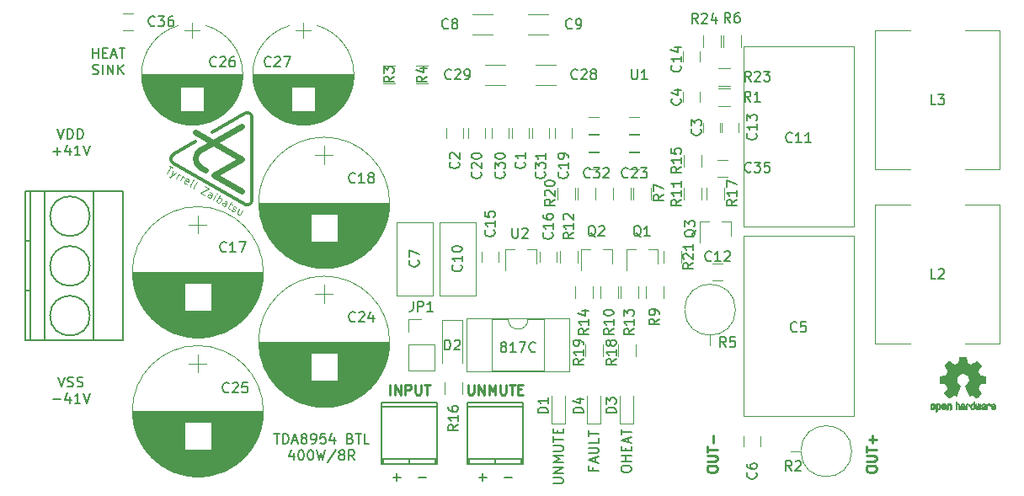
<source format=gbr>
G04 #@! TF.GenerationSoftware,KiCad,Pcbnew,5.1.5+dfsg1-2build2*
G04 #@! TF.CreationDate,2021-11-28T21:57:44+10:30*
G04 #@! TF.ProjectId,tda8954-btl,74646138-3935-4342-9d62-746c2e6b6963,rev?*
G04 #@! TF.SameCoordinates,Original*
G04 #@! TF.FileFunction,Legend,Top*
G04 #@! TF.FilePolarity,Positive*
%FSLAX46Y46*%
G04 Gerber Fmt 4.6, Leading zero omitted, Abs format (unit mm)*
G04 Created by KiCad (PCBNEW 5.1.5+dfsg1-2build2) date 2021-11-28 21:57:44*
%MOMM*%
%LPD*%
G04 APERTURE LIST*
%ADD10C,0.150000*%
%ADD11C,0.250000*%
%ADD12C,0.120000*%
%ADD13C,0.010000*%
%ADD14C,0.300000*%
%ADD15C,0.600000*%
%ADD16C,0.100000*%
G04 APERTURE END LIST*
D10*
X50214285Y-67627380D02*
X50785714Y-67627380D01*
X50500000Y-68627380D02*
X50500000Y-67627380D01*
X51119047Y-68627380D02*
X51119047Y-67627380D01*
X51357142Y-67627380D01*
X51500000Y-67675000D01*
X51595238Y-67770238D01*
X51642857Y-67865476D01*
X51690476Y-68055952D01*
X51690476Y-68198809D01*
X51642857Y-68389285D01*
X51595238Y-68484523D01*
X51500000Y-68579761D01*
X51357142Y-68627380D01*
X51119047Y-68627380D01*
X52071428Y-68341666D02*
X52547619Y-68341666D01*
X51976190Y-68627380D02*
X52309523Y-67627380D01*
X52642857Y-68627380D01*
X53119047Y-68055952D02*
X53023809Y-68008333D01*
X52976190Y-67960714D01*
X52928571Y-67865476D01*
X52928571Y-67817857D01*
X52976190Y-67722619D01*
X53023809Y-67675000D01*
X53119047Y-67627380D01*
X53309523Y-67627380D01*
X53404761Y-67675000D01*
X53452380Y-67722619D01*
X53500000Y-67817857D01*
X53500000Y-67865476D01*
X53452380Y-67960714D01*
X53404761Y-68008333D01*
X53309523Y-68055952D01*
X53119047Y-68055952D01*
X53023809Y-68103571D01*
X52976190Y-68151190D01*
X52928571Y-68246428D01*
X52928571Y-68436904D01*
X52976190Y-68532142D01*
X53023809Y-68579761D01*
X53119047Y-68627380D01*
X53309523Y-68627380D01*
X53404761Y-68579761D01*
X53452380Y-68532142D01*
X53500000Y-68436904D01*
X53500000Y-68246428D01*
X53452380Y-68151190D01*
X53404761Y-68103571D01*
X53309523Y-68055952D01*
X53976190Y-68627380D02*
X54166666Y-68627380D01*
X54261904Y-68579761D01*
X54309523Y-68532142D01*
X54404761Y-68389285D01*
X54452380Y-68198809D01*
X54452380Y-67817857D01*
X54404761Y-67722619D01*
X54357142Y-67675000D01*
X54261904Y-67627380D01*
X54071428Y-67627380D01*
X53976190Y-67675000D01*
X53928571Y-67722619D01*
X53880952Y-67817857D01*
X53880952Y-68055952D01*
X53928571Y-68151190D01*
X53976190Y-68198809D01*
X54071428Y-68246428D01*
X54261904Y-68246428D01*
X54357142Y-68198809D01*
X54404761Y-68151190D01*
X54452380Y-68055952D01*
X55357142Y-67627380D02*
X54880952Y-67627380D01*
X54833333Y-68103571D01*
X54880952Y-68055952D01*
X54976190Y-68008333D01*
X55214285Y-68008333D01*
X55309523Y-68055952D01*
X55357142Y-68103571D01*
X55404761Y-68198809D01*
X55404761Y-68436904D01*
X55357142Y-68532142D01*
X55309523Y-68579761D01*
X55214285Y-68627380D01*
X54976190Y-68627380D01*
X54880952Y-68579761D01*
X54833333Y-68532142D01*
X56261904Y-67960714D02*
X56261904Y-68627380D01*
X56023809Y-67579761D02*
X55785714Y-68294047D01*
X56404761Y-68294047D01*
X57880952Y-68103571D02*
X58023809Y-68151190D01*
X58071428Y-68198809D01*
X58119047Y-68294047D01*
X58119047Y-68436904D01*
X58071428Y-68532142D01*
X58023809Y-68579761D01*
X57928571Y-68627380D01*
X57547619Y-68627380D01*
X57547619Y-67627380D01*
X57880952Y-67627380D01*
X57976190Y-67675000D01*
X58023809Y-67722619D01*
X58071428Y-67817857D01*
X58071428Y-67913095D01*
X58023809Y-68008333D01*
X57976190Y-68055952D01*
X57880952Y-68103571D01*
X57547619Y-68103571D01*
X58404761Y-67627380D02*
X58976190Y-67627380D01*
X58690476Y-68627380D02*
X58690476Y-67627380D01*
X59785714Y-68627380D02*
X59309523Y-68627380D01*
X59309523Y-67627380D01*
X52166666Y-69610714D02*
X52166666Y-70277380D01*
X51928571Y-69229761D02*
X51690476Y-69944047D01*
X52309523Y-69944047D01*
X52880952Y-69277380D02*
X52976190Y-69277380D01*
X53071428Y-69325000D01*
X53119047Y-69372619D01*
X53166666Y-69467857D01*
X53214285Y-69658333D01*
X53214285Y-69896428D01*
X53166666Y-70086904D01*
X53119047Y-70182142D01*
X53071428Y-70229761D01*
X52976190Y-70277380D01*
X52880952Y-70277380D01*
X52785714Y-70229761D01*
X52738095Y-70182142D01*
X52690476Y-70086904D01*
X52642857Y-69896428D01*
X52642857Y-69658333D01*
X52690476Y-69467857D01*
X52738095Y-69372619D01*
X52785714Y-69325000D01*
X52880952Y-69277380D01*
X53833333Y-69277380D02*
X53928571Y-69277380D01*
X54023809Y-69325000D01*
X54071428Y-69372619D01*
X54119047Y-69467857D01*
X54166666Y-69658333D01*
X54166666Y-69896428D01*
X54119047Y-70086904D01*
X54071428Y-70182142D01*
X54023809Y-70229761D01*
X53928571Y-70277380D01*
X53833333Y-70277380D01*
X53738095Y-70229761D01*
X53690476Y-70182142D01*
X53642857Y-70086904D01*
X53595238Y-69896428D01*
X53595238Y-69658333D01*
X53642857Y-69467857D01*
X53690476Y-69372619D01*
X53738095Y-69325000D01*
X53833333Y-69277380D01*
X54500000Y-69277380D02*
X54738095Y-70277380D01*
X54928571Y-69563095D01*
X55119047Y-70277380D01*
X55357142Y-69277380D01*
X56452380Y-69229761D02*
X55595238Y-70515476D01*
X56928571Y-69705952D02*
X56833333Y-69658333D01*
X56785714Y-69610714D01*
X56738095Y-69515476D01*
X56738095Y-69467857D01*
X56785714Y-69372619D01*
X56833333Y-69325000D01*
X56928571Y-69277380D01*
X57119047Y-69277380D01*
X57214285Y-69325000D01*
X57261904Y-69372619D01*
X57309523Y-69467857D01*
X57309523Y-69515476D01*
X57261904Y-69610714D01*
X57214285Y-69658333D01*
X57119047Y-69705952D01*
X56928571Y-69705952D01*
X56833333Y-69753571D01*
X56785714Y-69801190D01*
X56738095Y-69896428D01*
X56738095Y-70086904D01*
X56785714Y-70182142D01*
X56833333Y-70229761D01*
X56928571Y-70277380D01*
X57119047Y-70277380D01*
X57214285Y-70229761D01*
X57261904Y-70182142D01*
X57309523Y-70086904D01*
X57309523Y-69896428D01*
X57261904Y-69801190D01*
X57214285Y-69753571D01*
X57119047Y-69705952D01*
X58309523Y-70277380D02*
X57976190Y-69801190D01*
X57738095Y-70277380D02*
X57738095Y-69277380D01*
X58119047Y-69277380D01*
X58214285Y-69325000D01*
X58261904Y-69372619D01*
X58309523Y-69467857D01*
X58309523Y-69610714D01*
X58261904Y-69705952D01*
X58214285Y-69753571D01*
X58119047Y-69801190D01*
X57738095Y-69801190D01*
D11*
X93756380Y-71259047D02*
X93756380Y-71068571D01*
X93804000Y-70973333D01*
X93899238Y-70878095D01*
X94089714Y-70830476D01*
X94423047Y-70830476D01*
X94613523Y-70878095D01*
X94708761Y-70973333D01*
X94756380Y-71068571D01*
X94756380Y-71259047D01*
X94708761Y-71354285D01*
X94613523Y-71449523D01*
X94423047Y-71497142D01*
X94089714Y-71497142D01*
X93899238Y-71449523D01*
X93804000Y-71354285D01*
X93756380Y-71259047D01*
X93756380Y-70401904D02*
X94565904Y-70401904D01*
X94661142Y-70354285D01*
X94708761Y-70306666D01*
X94756380Y-70211428D01*
X94756380Y-70020952D01*
X94708761Y-69925714D01*
X94661142Y-69878095D01*
X94565904Y-69830476D01*
X93756380Y-69830476D01*
X93756380Y-69497142D02*
X93756380Y-68925714D01*
X94756380Y-69211428D02*
X93756380Y-69211428D01*
X94375428Y-68592380D02*
X94375428Y-67830476D01*
X109758380Y-71259047D02*
X109758380Y-71068571D01*
X109806000Y-70973333D01*
X109901238Y-70878095D01*
X110091714Y-70830476D01*
X110425047Y-70830476D01*
X110615523Y-70878095D01*
X110710761Y-70973333D01*
X110758380Y-71068571D01*
X110758380Y-71259047D01*
X110710761Y-71354285D01*
X110615523Y-71449523D01*
X110425047Y-71497142D01*
X110091714Y-71497142D01*
X109901238Y-71449523D01*
X109806000Y-71354285D01*
X109758380Y-71259047D01*
X109758380Y-70401904D02*
X110567904Y-70401904D01*
X110663142Y-70354285D01*
X110710761Y-70306666D01*
X110758380Y-70211428D01*
X110758380Y-70020952D01*
X110710761Y-69925714D01*
X110663142Y-69878095D01*
X110567904Y-69830476D01*
X109758380Y-69830476D01*
X109758380Y-69497142D02*
X109758380Y-68925714D01*
X110758380Y-69211428D02*
X109758380Y-69211428D01*
X110377428Y-68592380D02*
X110377428Y-67830476D01*
X110758380Y-68211428D02*
X109996476Y-68211428D01*
D10*
X31980380Y-29853380D02*
X31980380Y-28853380D01*
X31980380Y-29329571D02*
X32551809Y-29329571D01*
X32551809Y-29853380D02*
X32551809Y-28853380D01*
X33028000Y-29329571D02*
X33361333Y-29329571D01*
X33504190Y-29853380D02*
X33028000Y-29853380D01*
X33028000Y-28853380D01*
X33504190Y-28853380D01*
X33885142Y-29567666D02*
X34361333Y-29567666D01*
X33789904Y-29853380D02*
X34123238Y-28853380D01*
X34456571Y-29853380D01*
X34647047Y-28853380D02*
X35218476Y-28853380D01*
X34932761Y-29853380D02*
X34932761Y-28853380D01*
X31980380Y-31455761D02*
X32123238Y-31503380D01*
X32361333Y-31503380D01*
X32456571Y-31455761D01*
X32504190Y-31408142D01*
X32551809Y-31312904D01*
X32551809Y-31217666D01*
X32504190Y-31122428D01*
X32456571Y-31074809D01*
X32361333Y-31027190D01*
X32170857Y-30979571D01*
X32075619Y-30931952D01*
X32028000Y-30884333D01*
X31980380Y-30789095D01*
X31980380Y-30693857D01*
X32028000Y-30598619D01*
X32075619Y-30551000D01*
X32170857Y-30503380D01*
X32408952Y-30503380D01*
X32551809Y-30551000D01*
X32980380Y-31503380D02*
X32980380Y-30503380D01*
X33456571Y-31503380D02*
X33456571Y-30503380D01*
X34028000Y-31503380D01*
X34028000Y-30503380D01*
X34504190Y-31503380D02*
X34504190Y-30503380D01*
X35075619Y-31503380D02*
X34647047Y-30931952D01*
X35075619Y-30503380D02*
X34504190Y-31074809D01*
X78262380Y-72632095D02*
X79071904Y-72632095D01*
X79167142Y-72584476D01*
X79214761Y-72536857D01*
X79262380Y-72441619D01*
X79262380Y-72251142D01*
X79214761Y-72155904D01*
X79167142Y-72108285D01*
X79071904Y-72060666D01*
X78262380Y-72060666D01*
X79262380Y-71584476D02*
X78262380Y-71584476D01*
X79262380Y-71013047D01*
X78262380Y-71013047D01*
X79262380Y-70536857D02*
X78262380Y-70536857D01*
X78976666Y-70203523D01*
X78262380Y-69870190D01*
X79262380Y-69870190D01*
X78262380Y-69394000D02*
X79071904Y-69394000D01*
X79167142Y-69346380D01*
X79214761Y-69298761D01*
X79262380Y-69203523D01*
X79262380Y-69013047D01*
X79214761Y-68917809D01*
X79167142Y-68870190D01*
X79071904Y-68822571D01*
X78262380Y-68822571D01*
X78262380Y-68489238D02*
X78262380Y-67917809D01*
X79262380Y-68203523D02*
X78262380Y-68203523D01*
X78738571Y-67584476D02*
X78738571Y-67251142D01*
X79262380Y-67108285D02*
X79262380Y-67584476D01*
X78262380Y-67584476D01*
X78262380Y-67108285D01*
X82294571Y-70981238D02*
X82294571Y-71314571D01*
X82818380Y-71314571D02*
X81818380Y-71314571D01*
X81818380Y-70838380D01*
X82532666Y-70505047D02*
X82532666Y-70028857D01*
X82818380Y-70600285D02*
X81818380Y-70266952D01*
X82818380Y-69933619D01*
X81818380Y-69600285D02*
X82627904Y-69600285D01*
X82723142Y-69552666D01*
X82770761Y-69505047D01*
X82818380Y-69409809D01*
X82818380Y-69219333D01*
X82770761Y-69124095D01*
X82723142Y-69076476D01*
X82627904Y-69028857D01*
X81818380Y-69028857D01*
X82818380Y-68076476D02*
X82818380Y-68552666D01*
X81818380Y-68552666D01*
X81818380Y-67886000D02*
X81818380Y-67314571D01*
X82818380Y-67600285D02*
X81818380Y-67600285D01*
X85120380Y-71266952D02*
X85120380Y-71076476D01*
X85168000Y-70981238D01*
X85263238Y-70886000D01*
X85453714Y-70838380D01*
X85787047Y-70838380D01*
X85977523Y-70886000D01*
X86072761Y-70981238D01*
X86120380Y-71076476D01*
X86120380Y-71266952D01*
X86072761Y-71362190D01*
X85977523Y-71457428D01*
X85787047Y-71505047D01*
X85453714Y-71505047D01*
X85263238Y-71457428D01*
X85168000Y-71362190D01*
X85120380Y-71266952D01*
X86120380Y-70409809D02*
X85120380Y-70409809D01*
X85596571Y-70409809D02*
X85596571Y-69838380D01*
X86120380Y-69838380D02*
X85120380Y-69838380D01*
X85596571Y-69362190D02*
X85596571Y-69028857D01*
X86120380Y-68886000D02*
X86120380Y-69362190D01*
X85120380Y-69362190D01*
X85120380Y-68886000D01*
X85834666Y-68505047D02*
X85834666Y-68028857D01*
X86120380Y-68600285D02*
X85120380Y-68266952D01*
X86120380Y-67933619D01*
X85120380Y-67743142D02*
X85120380Y-67171714D01*
X86120380Y-67457428D02*
X85120380Y-67457428D01*
X73198380Y-58852952D02*
X73103142Y-58805333D01*
X73055523Y-58757714D01*
X73007904Y-58662476D01*
X73007904Y-58614857D01*
X73055523Y-58519619D01*
X73103142Y-58472000D01*
X73198380Y-58424380D01*
X73388857Y-58424380D01*
X73484095Y-58472000D01*
X73531714Y-58519619D01*
X73579333Y-58614857D01*
X73579333Y-58662476D01*
X73531714Y-58757714D01*
X73484095Y-58805333D01*
X73388857Y-58852952D01*
X73198380Y-58852952D01*
X73103142Y-58900571D01*
X73055523Y-58948190D01*
X73007904Y-59043428D01*
X73007904Y-59233904D01*
X73055523Y-59329142D01*
X73103142Y-59376761D01*
X73198380Y-59424380D01*
X73388857Y-59424380D01*
X73484095Y-59376761D01*
X73531714Y-59329142D01*
X73579333Y-59233904D01*
X73579333Y-59043428D01*
X73531714Y-58948190D01*
X73484095Y-58900571D01*
X73388857Y-58852952D01*
X74531714Y-59424380D02*
X73960285Y-59424380D01*
X74246000Y-59424380D02*
X74246000Y-58424380D01*
X74150761Y-58567238D01*
X74055523Y-58662476D01*
X73960285Y-58710095D01*
X74865047Y-58424380D02*
X75531714Y-58424380D01*
X75103142Y-59424380D01*
X76484095Y-59329142D02*
X76436476Y-59376761D01*
X76293619Y-59424380D01*
X76198380Y-59424380D01*
X76055523Y-59376761D01*
X75960285Y-59281523D01*
X75912666Y-59186285D01*
X75865047Y-58995809D01*
X75865047Y-58852952D01*
X75912666Y-58662476D01*
X75960285Y-58567238D01*
X76055523Y-58472000D01*
X76198380Y-58424380D01*
X76293619Y-58424380D01*
X76436476Y-58472000D01*
X76484095Y-58519619D01*
X70809047Y-71997428D02*
X71570952Y-71997428D01*
X71190000Y-72378380D02*
X71190000Y-71616476D01*
X73349047Y-71997428D02*
X74110952Y-71997428D01*
D11*
X69721904Y-62698380D02*
X69721904Y-63507904D01*
X69769523Y-63603142D01*
X69817142Y-63650761D01*
X69912380Y-63698380D01*
X70102857Y-63698380D01*
X70198095Y-63650761D01*
X70245714Y-63603142D01*
X70293333Y-63507904D01*
X70293333Y-62698380D01*
X70769523Y-63698380D02*
X70769523Y-62698380D01*
X71340952Y-63698380D01*
X71340952Y-62698380D01*
X71817142Y-63698380D02*
X71817142Y-62698380D01*
X72150476Y-63412666D01*
X72483809Y-62698380D01*
X72483809Y-63698380D01*
X72960000Y-62698380D02*
X72960000Y-63507904D01*
X73007619Y-63603142D01*
X73055238Y-63650761D01*
X73150476Y-63698380D01*
X73340952Y-63698380D01*
X73436190Y-63650761D01*
X73483809Y-63603142D01*
X73531428Y-63507904D01*
X73531428Y-62698380D01*
X73864761Y-62698380D02*
X74436190Y-62698380D01*
X74150476Y-63698380D02*
X74150476Y-62698380D01*
X74769523Y-63174571D02*
X75102857Y-63174571D01*
X75245714Y-63698380D02*
X74769523Y-63698380D01*
X74769523Y-62698380D01*
X75245714Y-62698380D01*
D10*
X64713047Y-71997428D02*
X65474952Y-71997428D01*
X62173047Y-71997428D02*
X62934952Y-71997428D01*
X62554000Y-72378380D02*
X62554000Y-71616476D01*
D11*
X61895428Y-63698380D02*
X61895428Y-62698380D01*
X62371619Y-63698380D02*
X62371619Y-62698380D01*
X62943047Y-63698380D01*
X62943047Y-62698380D01*
X63419238Y-63698380D02*
X63419238Y-62698380D01*
X63800190Y-62698380D01*
X63895428Y-62746000D01*
X63943047Y-62793619D01*
X63990666Y-62888857D01*
X63990666Y-63031714D01*
X63943047Y-63126952D01*
X63895428Y-63174571D01*
X63800190Y-63222190D01*
X63419238Y-63222190D01*
X64419238Y-62698380D02*
X64419238Y-63507904D01*
X64466857Y-63603142D01*
X64514476Y-63650761D01*
X64609714Y-63698380D01*
X64800190Y-63698380D01*
X64895428Y-63650761D01*
X64943047Y-63603142D01*
X64990666Y-63507904D01*
X64990666Y-62698380D01*
X65324000Y-62698380D02*
X65895428Y-62698380D01*
X65609714Y-63698380D02*
X65609714Y-62698380D01*
D10*
X28502285Y-61917380D02*
X28835619Y-62917380D01*
X29168952Y-61917380D01*
X29454666Y-62869761D02*
X29597523Y-62917380D01*
X29835619Y-62917380D01*
X29930857Y-62869761D01*
X29978476Y-62822142D01*
X30026095Y-62726904D01*
X30026095Y-62631666D01*
X29978476Y-62536428D01*
X29930857Y-62488809D01*
X29835619Y-62441190D01*
X29645142Y-62393571D01*
X29549904Y-62345952D01*
X29502285Y-62298333D01*
X29454666Y-62203095D01*
X29454666Y-62107857D01*
X29502285Y-62012619D01*
X29549904Y-61965000D01*
X29645142Y-61917380D01*
X29883238Y-61917380D01*
X30026095Y-61965000D01*
X30407047Y-62869761D02*
X30549904Y-62917380D01*
X30788000Y-62917380D01*
X30883238Y-62869761D01*
X30930857Y-62822142D01*
X30978476Y-62726904D01*
X30978476Y-62631666D01*
X30930857Y-62536428D01*
X30883238Y-62488809D01*
X30788000Y-62441190D01*
X30597523Y-62393571D01*
X30502285Y-62345952D01*
X30454666Y-62298333D01*
X30407047Y-62203095D01*
X30407047Y-62107857D01*
X30454666Y-62012619D01*
X30502285Y-61965000D01*
X30597523Y-61917380D01*
X30835619Y-61917380D01*
X30978476Y-61965000D01*
X28026095Y-64186428D02*
X28788000Y-64186428D01*
X29692761Y-63900714D02*
X29692761Y-64567380D01*
X29454666Y-63519761D02*
X29216571Y-64234047D01*
X29835619Y-64234047D01*
X30740380Y-64567380D02*
X30168952Y-64567380D01*
X30454666Y-64567380D02*
X30454666Y-63567380D01*
X30359428Y-63710238D01*
X30264190Y-63805476D01*
X30168952Y-63853095D01*
X31026095Y-63567380D02*
X31359428Y-64567380D01*
X31692761Y-63567380D01*
X28454666Y-36981380D02*
X28788000Y-37981380D01*
X29121333Y-36981380D01*
X29454666Y-37981380D02*
X29454666Y-36981380D01*
X29692761Y-36981380D01*
X29835619Y-37029000D01*
X29930857Y-37124238D01*
X29978476Y-37219476D01*
X30026095Y-37409952D01*
X30026095Y-37552809D01*
X29978476Y-37743285D01*
X29930857Y-37838523D01*
X29835619Y-37933761D01*
X29692761Y-37981380D01*
X29454666Y-37981380D01*
X30454666Y-37981380D02*
X30454666Y-36981380D01*
X30692761Y-36981380D01*
X30835619Y-37029000D01*
X30930857Y-37124238D01*
X30978476Y-37219476D01*
X31026095Y-37409952D01*
X31026095Y-37552809D01*
X30978476Y-37743285D01*
X30930857Y-37838523D01*
X30835619Y-37933761D01*
X30692761Y-37981380D01*
X30454666Y-37981380D01*
X28026095Y-39250428D02*
X28788000Y-39250428D01*
X28407047Y-39631380D02*
X28407047Y-38869476D01*
X29692761Y-38964714D02*
X29692761Y-39631380D01*
X29454666Y-38583761D02*
X29216571Y-39298047D01*
X29835619Y-39298047D01*
X30740380Y-39631380D02*
X30168952Y-39631380D01*
X30454666Y-39631380D02*
X30454666Y-38631380D01*
X30359428Y-38774238D01*
X30264190Y-38869476D01*
X30168952Y-38917095D01*
X31026095Y-38631380D02*
X31359428Y-39631380D01*
X31692761Y-38631380D01*
D12*
X95114000Y-27594000D02*
X95114000Y-28794000D01*
X93354000Y-28794000D02*
X93354000Y-27594000D01*
X94904000Y-30870000D02*
X96104000Y-30870000D01*
X96104000Y-32630000D02*
X94904000Y-32630000D01*
D13*
G36*
X117049744Y-64574918D02*
G01*
X117105201Y-64602568D01*
X117154148Y-64653480D01*
X117167629Y-64672338D01*
X117182314Y-64697015D01*
X117191842Y-64723816D01*
X117197293Y-64759587D01*
X117199747Y-64811169D01*
X117200286Y-64879267D01*
X117197852Y-64972588D01*
X117189394Y-65042657D01*
X117173174Y-65094931D01*
X117147454Y-65134869D01*
X117110497Y-65167929D01*
X117107782Y-65169886D01*
X117071360Y-65189908D01*
X117027502Y-65199815D01*
X116971724Y-65202257D01*
X116881048Y-65202257D01*
X116881010Y-65290283D01*
X116880166Y-65339308D01*
X116875024Y-65368065D01*
X116861587Y-65385311D01*
X116835858Y-65399808D01*
X116829679Y-65402769D01*
X116800764Y-65416648D01*
X116778376Y-65425414D01*
X116761729Y-65426171D01*
X116750036Y-65416023D01*
X116742510Y-65392073D01*
X116738366Y-65351426D01*
X116736815Y-65291186D01*
X116737071Y-65208455D01*
X116738349Y-65100339D01*
X116738748Y-65068000D01*
X116740185Y-64956524D01*
X116741472Y-64883603D01*
X116880971Y-64883603D01*
X116881755Y-64945499D01*
X116885240Y-64985997D01*
X116893124Y-65012708D01*
X116907105Y-65033244D01*
X116916597Y-65043260D01*
X116955404Y-65072567D01*
X116989763Y-65074952D01*
X117025216Y-65050750D01*
X117026114Y-65049857D01*
X117040539Y-65031153D01*
X117049313Y-65005732D01*
X117053739Y-64966584D01*
X117055118Y-64906697D01*
X117055143Y-64893430D01*
X117051812Y-64810901D01*
X117040969Y-64753691D01*
X117021340Y-64718766D01*
X116991650Y-64703094D01*
X116974491Y-64701514D01*
X116933766Y-64708926D01*
X116905832Y-64733330D01*
X116889017Y-64777980D01*
X116881650Y-64846130D01*
X116880971Y-64883603D01*
X116741472Y-64883603D01*
X116741708Y-64870245D01*
X116743677Y-64805333D01*
X116746450Y-64757958D01*
X116750388Y-64724290D01*
X116755849Y-64700498D01*
X116763192Y-64682753D01*
X116772777Y-64667224D01*
X116776887Y-64661381D01*
X116831405Y-64606185D01*
X116900336Y-64574890D01*
X116980072Y-64566165D01*
X117049744Y-64574918D01*
G37*
X117049744Y-64574918D02*
X117105201Y-64602568D01*
X117154148Y-64653480D01*
X117167629Y-64672338D01*
X117182314Y-64697015D01*
X117191842Y-64723816D01*
X117197293Y-64759587D01*
X117199747Y-64811169D01*
X117200286Y-64879267D01*
X117197852Y-64972588D01*
X117189394Y-65042657D01*
X117173174Y-65094931D01*
X117147454Y-65134869D01*
X117110497Y-65167929D01*
X117107782Y-65169886D01*
X117071360Y-65189908D01*
X117027502Y-65199815D01*
X116971724Y-65202257D01*
X116881048Y-65202257D01*
X116881010Y-65290283D01*
X116880166Y-65339308D01*
X116875024Y-65368065D01*
X116861587Y-65385311D01*
X116835858Y-65399808D01*
X116829679Y-65402769D01*
X116800764Y-65416648D01*
X116778376Y-65425414D01*
X116761729Y-65426171D01*
X116750036Y-65416023D01*
X116742510Y-65392073D01*
X116738366Y-65351426D01*
X116736815Y-65291186D01*
X116737071Y-65208455D01*
X116738349Y-65100339D01*
X116738748Y-65068000D01*
X116740185Y-64956524D01*
X116741472Y-64883603D01*
X116880971Y-64883603D01*
X116881755Y-64945499D01*
X116885240Y-64985997D01*
X116893124Y-65012708D01*
X116907105Y-65033244D01*
X116916597Y-65043260D01*
X116955404Y-65072567D01*
X116989763Y-65074952D01*
X117025216Y-65050750D01*
X117026114Y-65049857D01*
X117040539Y-65031153D01*
X117049313Y-65005732D01*
X117053739Y-64966584D01*
X117055118Y-64906697D01*
X117055143Y-64893430D01*
X117051812Y-64810901D01*
X117040969Y-64753691D01*
X117021340Y-64718766D01*
X116991650Y-64703094D01*
X116974491Y-64701514D01*
X116933766Y-64708926D01*
X116905832Y-64733330D01*
X116889017Y-64777980D01*
X116881650Y-64846130D01*
X116880971Y-64883603D01*
X116741472Y-64883603D01*
X116741708Y-64870245D01*
X116743677Y-64805333D01*
X116746450Y-64757958D01*
X116750388Y-64724290D01*
X116755849Y-64700498D01*
X116763192Y-64682753D01*
X116772777Y-64667224D01*
X116776887Y-64661381D01*
X116831405Y-64606185D01*
X116900336Y-64574890D01*
X116980072Y-64566165D01*
X117049744Y-64574918D01*
G36*
X118166093Y-64582780D02*
G01*
X118212672Y-64609723D01*
X118245057Y-64636466D01*
X118268742Y-64664484D01*
X118285059Y-64698748D01*
X118295339Y-64744227D01*
X118300914Y-64805892D01*
X118303116Y-64888711D01*
X118303371Y-64948246D01*
X118303371Y-65167391D01*
X118241686Y-65195044D01*
X118180000Y-65222697D01*
X118172743Y-64982670D01*
X118169744Y-64893028D01*
X118166598Y-64827962D01*
X118162701Y-64783026D01*
X118157447Y-64753770D01*
X118150231Y-64735748D01*
X118140450Y-64724511D01*
X118137312Y-64722079D01*
X118089761Y-64703083D01*
X118041697Y-64710600D01*
X118013086Y-64730543D01*
X118001447Y-64744675D01*
X117993391Y-64763220D01*
X117988271Y-64791334D01*
X117985441Y-64834173D01*
X117984256Y-64896895D01*
X117984057Y-64962261D01*
X117984018Y-65044268D01*
X117982614Y-65102316D01*
X117977914Y-65141465D01*
X117967987Y-65166780D01*
X117950903Y-65183323D01*
X117924732Y-65196156D01*
X117889775Y-65209491D01*
X117851596Y-65224007D01*
X117856141Y-64966389D01*
X117857971Y-64873519D01*
X117860112Y-64804889D01*
X117863181Y-64755711D01*
X117867794Y-64721198D01*
X117874568Y-64696562D01*
X117884119Y-64677016D01*
X117895634Y-64659770D01*
X117951190Y-64604680D01*
X118018980Y-64572822D01*
X118092713Y-64565191D01*
X118166093Y-64582780D01*
G37*
X118166093Y-64582780D02*
X118212672Y-64609723D01*
X118245057Y-64636466D01*
X118268742Y-64664484D01*
X118285059Y-64698748D01*
X118295339Y-64744227D01*
X118300914Y-64805892D01*
X118303116Y-64888711D01*
X118303371Y-64948246D01*
X118303371Y-65167391D01*
X118241686Y-65195044D01*
X118180000Y-65222697D01*
X118172743Y-64982670D01*
X118169744Y-64893028D01*
X118166598Y-64827962D01*
X118162701Y-64783026D01*
X118157447Y-64753770D01*
X118150231Y-64735748D01*
X118140450Y-64724511D01*
X118137312Y-64722079D01*
X118089761Y-64703083D01*
X118041697Y-64710600D01*
X118013086Y-64730543D01*
X118001447Y-64744675D01*
X117993391Y-64763220D01*
X117988271Y-64791334D01*
X117985441Y-64834173D01*
X117984256Y-64896895D01*
X117984057Y-64962261D01*
X117984018Y-65044268D01*
X117982614Y-65102316D01*
X117977914Y-65141465D01*
X117967987Y-65166780D01*
X117950903Y-65183323D01*
X117924732Y-65196156D01*
X117889775Y-65209491D01*
X117851596Y-65224007D01*
X117856141Y-64966389D01*
X117857971Y-64873519D01*
X117860112Y-64804889D01*
X117863181Y-64755711D01*
X117867794Y-64721198D01*
X117874568Y-64696562D01*
X117884119Y-64677016D01*
X117895634Y-64659770D01*
X117951190Y-64604680D01*
X118018980Y-64572822D01*
X118092713Y-64565191D01*
X118166093Y-64582780D01*
G36*
X116491115Y-64576962D02*
G01*
X116559145Y-64612733D01*
X116609351Y-64670301D01*
X116627185Y-64707312D01*
X116641063Y-64762882D01*
X116648167Y-64833096D01*
X116648840Y-64909727D01*
X116643427Y-64984552D01*
X116632270Y-65049342D01*
X116615714Y-65095873D01*
X116610626Y-65103887D01*
X116550355Y-65163707D01*
X116478769Y-65199535D01*
X116401092Y-65210020D01*
X116322548Y-65193810D01*
X116300689Y-65184092D01*
X116258122Y-65154143D01*
X116220763Y-65114433D01*
X116217232Y-65109397D01*
X116202881Y-65085124D01*
X116193394Y-65059178D01*
X116187790Y-65025022D01*
X116185086Y-64976119D01*
X116184299Y-64905935D01*
X116184286Y-64890200D01*
X116184322Y-64885192D01*
X116329429Y-64885192D01*
X116330273Y-64951430D01*
X116333596Y-64995386D01*
X116340583Y-65023779D01*
X116352416Y-65043325D01*
X116358457Y-65049857D01*
X116393186Y-65074680D01*
X116426903Y-65073548D01*
X116460995Y-65052016D01*
X116481329Y-65029029D01*
X116493371Y-64995478D01*
X116500134Y-64942569D01*
X116500598Y-64936399D01*
X116501752Y-64840513D01*
X116489688Y-64769299D01*
X116464570Y-64723194D01*
X116426560Y-64702635D01*
X116412992Y-64701514D01*
X116377364Y-64707152D01*
X116352994Y-64726686D01*
X116338093Y-64764042D01*
X116330875Y-64823150D01*
X116329429Y-64885192D01*
X116184322Y-64885192D01*
X116184826Y-64815413D01*
X116187096Y-64763159D01*
X116192068Y-64726949D01*
X116200713Y-64700299D01*
X116214005Y-64676722D01*
X116216943Y-64672338D01*
X116266313Y-64613249D01*
X116320109Y-64578947D01*
X116385602Y-64565331D01*
X116407842Y-64564665D01*
X116491115Y-64576962D01*
G37*
X116491115Y-64576962D02*
X116559145Y-64612733D01*
X116609351Y-64670301D01*
X116627185Y-64707312D01*
X116641063Y-64762882D01*
X116648167Y-64833096D01*
X116648840Y-64909727D01*
X116643427Y-64984552D01*
X116632270Y-65049342D01*
X116615714Y-65095873D01*
X116610626Y-65103887D01*
X116550355Y-65163707D01*
X116478769Y-65199535D01*
X116401092Y-65210020D01*
X116322548Y-65193810D01*
X116300689Y-65184092D01*
X116258122Y-65154143D01*
X116220763Y-65114433D01*
X116217232Y-65109397D01*
X116202881Y-65085124D01*
X116193394Y-65059178D01*
X116187790Y-65025022D01*
X116185086Y-64976119D01*
X116184299Y-64905935D01*
X116184286Y-64890200D01*
X116184322Y-64885192D01*
X116329429Y-64885192D01*
X116330273Y-64951430D01*
X116333596Y-64995386D01*
X116340583Y-65023779D01*
X116352416Y-65043325D01*
X116358457Y-65049857D01*
X116393186Y-65074680D01*
X116426903Y-65073548D01*
X116460995Y-65052016D01*
X116481329Y-65029029D01*
X116493371Y-64995478D01*
X116500134Y-64942569D01*
X116500598Y-64936399D01*
X116501752Y-64840513D01*
X116489688Y-64769299D01*
X116464570Y-64723194D01*
X116426560Y-64702635D01*
X116412992Y-64701514D01*
X116377364Y-64707152D01*
X116352994Y-64726686D01*
X116338093Y-64764042D01*
X116330875Y-64823150D01*
X116329429Y-64885192D01*
X116184322Y-64885192D01*
X116184826Y-64815413D01*
X116187096Y-64763159D01*
X116192068Y-64726949D01*
X116200713Y-64700299D01*
X116214005Y-64676722D01*
X116216943Y-64672338D01*
X116266313Y-64613249D01*
X116320109Y-64578947D01*
X116385602Y-64565331D01*
X116407842Y-64564665D01*
X116491115Y-64576962D01*
G36*
X117618303Y-64586239D02*
G01*
X117675527Y-64624735D01*
X117719749Y-64680335D01*
X117746167Y-64751086D01*
X117751510Y-64803162D01*
X117750903Y-64824893D01*
X117745822Y-64841531D01*
X117731855Y-64856437D01*
X117704589Y-64872973D01*
X117659612Y-64894498D01*
X117592511Y-64924374D01*
X117592171Y-64924524D01*
X117530407Y-64952813D01*
X117479759Y-64977933D01*
X117445404Y-64997179D01*
X117432518Y-65007848D01*
X117432514Y-65007934D01*
X117443872Y-65031166D01*
X117470431Y-65056774D01*
X117500923Y-65075221D01*
X117516370Y-65078886D01*
X117558515Y-65066212D01*
X117594808Y-65034471D01*
X117612517Y-64999572D01*
X117629552Y-64973845D01*
X117662922Y-64944546D01*
X117702149Y-64919235D01*
X117736756Y-64905471D01*
X117743993Y-64904714D01*
X117752139Y-64917160D01*
X117752630Y-64948972D01*
X117746643Y-64991866D01*
X117735357Y-65037558D01*
X117719950Y-65077761D01*
X117719171Y-65079322D01*
X117672804Y-65144062D01*
X117612711Y-65188097D01*
X117544465Y-65209711D01*
X117473638Y-65207185D01*
X117405804Y-65178804D01*
X117402788Y-65176808D01*
X117349427Y-65128448D01*
X117314340Y-65065352D01*
X117294922Y-64982387D01*
X117292316Y-64959078D01*
X117287701Y-64849055D01*
X117293233Y-64797748D01*
X117432514Y-64797748D01*
X117434324Y-64829753D01*
X117444222Y-64839093D01*
X117468898Y-64832105D01*
X117507795Y-64815587D01*
X117551275Y-64794881D01*
X117552356Y-64794333D01*
X117589209Y-64774949D01*
X117604000Y-64762013D01*
X117600353Y-64748451D01*
X117584995Y-64730632D01*
X117545923Y-64704845D01*
X117503846Y-64702950D01*
X117466103Y-64721717D01*
X117440034Y-64757915D01*
X117432514Y-64797748D01*
X117293233Y-64797748D01*
X117297194Y-64761027D01*
X117321550Y-64691212D01*
X117355456Y-64642302D01*
X117416653Y-64592878D01*
X117484063Y-64568359D01*
X117552880Y-64566797D01*
X117618303Y-64586239D01*
G37*
X117618303Y-64586239D02*
X117675527Y-64624735D01*
X117719749Y-64680335D01*
X117746167Y-64751086D01*
X117751510Y-64803162D01*
X117750903Y-64824893D01*
X117745822Y-64841531D01*
X117731855Y-64856437D01*
X117704589Y-64872973D01*
X117659612Y-64894498D01*
X117592511Y-64924374D01*
X117592171Y-64924524D01*
X117530407Y-64952813D01*
X117479759Y-64977933D01*
X117445404Y-64997179D01*
X117432518Y-65007848D01*
X117432514Y-65007934D01*
X117443872Y-65031166D01*
X117470431Y-65056774D01*
X117500923Y-65075221D01*
X117516370Y-65078886D01*
X117558515Y-65066212D01*
X117594808Y-65034471D01*
X117612517Y-64999572D01*
X117629552Y-64973845D01*
X117662922Y-64944546D01*
X117702149Y-64919235D01*
X117736756Y-64905471D01*
X117743993Y-64904714D01*
X117752139Y-64917160D01*
X117752630Y-64948972D01*
X117746643Y-64991866D01*
X117735357Y-65037558D01*
X117719950Y-65077761D01*
X117719171Y-65079322D01*
X117672804Y-65144062D01*
X117612711Y-65188097D01*
X117544465Y-65209711D01*
X117473638Y-65207185D01*
X117405804Y-65178804D01*
X117402788Y-65176808D01*
X117349427Y-65128448D01*
X117314340Y-65065352D01*
X117294922Y-64982387D01*
X117292316Y-64959078D01*
X117287701Y-64849055D01*
X117293233Y-64797748D01*
X117432514Y-64797748D01*
X117434324Y-64829753D01*
X117444222Y-64839093D01*
X117468898Y-64832105D01*
X117507795Y-64815587D01*
X117551275Y-64794881D01*
X117552356Y-64794333D01*
X117589209Y-64774949D01*
X117604000Y-64762013D01*
X117600353Y-64748451D01*
X117584995Y-64730632D01*
X117545923Y-64704845D01*
X117503846Y-64702950D01*
X117466103Y-64721717D01*
X117440034Y-64757915D01*
X117432514Y-64797748D01*
X117293233Y-64797748D01*
X117297194Y-64761027D01*
X117321550Y-64691212D01*
X117355456Y-64642302D01*
X117416653Y-64592878D01*
X117484063Y-64568359D01*
X117552880Y-64566797D01*
X117618303Y-64586239D01*
G36*
X118825886Y-64506289D02*
G01*
X118830139Y-64565613D01*
X118835025Y-64600572D01*
X118841795Y-64615820D01*
X118851702Y-64616015D01*
X118854914Y-64614195D01*
X118897644Y-64601015D01*
X118953227Y-64601785D01*
X119009737Y-64615333D01*
X119045082Y-64632861D01*
X119081321Y-64660861D01*
X119107813Y-64692549D01*
X119125999Y-64732813D01*
X119137322Y-64786543D01*
X119143222Y-64858626D01*
X119145143Y-64953951D01*
X119145177Y-64972237D01*
X119145200Y-65177646D01*
X119099491Y-65193580D01*
X119067027Y-65204420D01*
X119049215Y-65209468D01*
X119048691Y-65209514D01*
X119046937Y-65195828D01*
X119045444Y-65158076D01*
X119044326Y-65101224D01*
X119043697Y-65030234D01*
X119043600Y-64987073D01*
X119043398Y-64901973D01*
X119042358Y-64840981D01*
X119039831Y-64799177D01*
X119035164Y-64771642D01*
X119027707Y-64753456D01*
X119016811Y-64739698D01*
X119010007Y-64733073D01*
X118963272Y-64706375D01*
X118912272Y-64704375D01*
X118866001Y-64726955D01*
X118857444Y-64735107D01*
X118844893Y-64750436D01*
X118836188Y-64768618D01*
X118830631Y-64794909D01*
X118827526Y-64834562D01*
X118826176Y-64892832D01*
X118825886Y-64973173D01*
X118825886Y-65177646D01*
X118780177Y-65193580D01*
X118747713Y-65204420D01*
X118729901Y-65209468D01*
X118729377Y-65209514D01*
X118728037Y-65195623D01*
X118726828Y-65156439D01*
X118725801Y-65095700D01*
X118725002Y-65017141D01*
X118724481Y-64924498D01*
X118724286Y-64821509D01*
X118724286Y-64424342D01*
X118771457Y-64404444D01*
X118818629Y-64384547D01*
X118825886Y-64506289D01*
G37*
X118825886Y-64506289D02*
X118830139Y-64565613D01*
X118835025Y-64600572D01*
X118841795Y-64615820D01*
X118851702Y-64616015D01*
X118854914Y-64614195D01*
X118897644Y-64601015D01*
X118953227Y-64601785D01*
X119009737Y-64615333D01*
X119045082Y-64632861D01*
X119081321Y-64660861D01*
X119107813Y-64692549D01*
X119125999Y-64732813D01*
X119137322Y-64786543D01*
X119143222Y-64858626D01*
X119145143Y-64953951D01*
X119145177Y-64972237D01*
X119145200Y-65177646D01*
X119099491Y-65193580D01*
X119067027Y-65204420D01*
X119049215Y-65209468D01*
X119048691Y-65209514D01*
X119046937Y-65195828D01*
X119045444Y-65158076D01*
X119044326Y-65101224D01*
X119043697Y-65030234D01*
X119043600Y-64987073D01*
X119043398Y-64901973D01*
X119042358Y-64840981D01*
X119039831Y-64799177D01*
X119035164Y-64771642D01*
X119027707Y-64753456D01*
X119016811Y-64739698D01*
X119010007Y-64733073D01*
X118963272Y-64706375D01*
X118912272Y-64704375D01*
X118866001Y-64726955D01*
X118857444Y-64735107D01*
X118844893Y-64750436D01*
X118836188Y-64768618D01*
X118830631Y-64794909D01*
X118827526Y-64834562D01*
X118826176Y-64892832D01*
X118825886Y-64973173D01*
X118825886Y-65177646D01*
X118780177Y-65193580D01*
X118747713Y-65204420D01*
X118729901Y-65209468D01*
X118729377Y-65209514D01*
X118728037Y-65195623D01*
X118726828Y-65156439D01*
X118725801Y-65095700D01*
X118725002Y-65017141D01*
X118724481Y-64924498D01*
X118724286Y-64821509D01*
X118724286Y-64424342D01*
X118771457Y-64404444D01*
X118818629Y-64384547D01*
X118825886Y-64506289D01*
G36*
X119489744Y-64605968D02*
G01*
X119546616Y-64627087D01*
X119547267Y-64627493D01*
X119582440Y-64653380D01*
X119608407Y-64683633D01*
X119626670Y-64723058D01*
X119638732Y-64776462D01*
X119646096Y-64848651D01*
X119650264Y-64944432D01*
X119650629Y-64958078D01*
X119655876Y-65163842D01*
X119611716Y-65186678D01*
X119579763Y-65202110D01*
X119560470Y-65209423D01*
X119559578Y-65209514D01*
X119556239Y-65196022D01*
X119553587Y-65159626D01*
X119551956Y-65106452D01*
X119551600Y-65063393D01*
X119551592Y-64993641D01*
X119548403Y-64949837D01*
X119537288Y-64928944D01*
X119513501Y-64927925D01*
X119472296Y-64943741D01*
X119410086Y-64972815D01*
X119364341Y-64996963D01*
X119340813Y-65017913D01*
X119333896Y-65040747D01*
X119333886Y-65041877D01*
X119345299Y-65081212D01*
X119379092Y-65102462D01*
X119430809Y-65105539D01*
X119468061Y-65105006D01*
X119487703Y-65115735D01*
X119499952Y-65141505D01*
X119507002Y-65174337D01*
X119496842Y-65192966D01*
X119493017Y-65195632D01*
X119457001Y-65206340D01*
X119406566Y-65207856D01*
X119354626Y-65200759D01*
X119317822Y-65187788D01*
X119266938Y-65144585D01*
X119238014Y-65084446D01*
X119232286Y-65037462D01*
X119236657Y-64995082D01*
X119252475Y-64960488D01*
X119283797Y-64929763D01*
X119334678Y-64898990D01*
X119409176Y-64864252D01*
X119413714Y-64862288D01*
X119480821Y-64831287D01*
X119522232Y-64805862D01*
X119539981Y-64783014D01*
X119536107Y-64759745D01*
X119512643Y-64733056D01*
X119505627Y-64726914D01*
X119458630Y-64703100D01*
X119409933Y-64704103D01*
X119367522Y-64727451D01*
X119339384Y-64770675D01*
X119336769Y-64779160D01*
X119311308Y-64820308D01*
X119279001Y-64840128D01*
X119232286Y-64859770D01*
X119232286Y-64808950D01*
X119246496Y-64735082D01*
X119288675Y-64667327D01*
X119310624Y-64644661D01*
X119360517Y-64615569D01*
X119423967Y-64602400D01*
X119489744Y-64605968D01*
G37*
X119489744Y-64605968D02*
X119546616Y-64627087D01*
X119547267Y-64627493D01*
X119582440Y-64653380D01*
X119608407Y-64683633D01*
X119626670Y-64723058D01*
X119638732Y-64776462D01*
X119646096Y-64848651D01*
X119650264Y-64944432D01*
X119650629Y-64958078D01*
X119655876Y-65163842D01*
X119611716Y-65186678D01*
X119579763Y-65202110D01*
X119560470Y-65209423D01*
X119559578Y-65209514D01*
X119556239Y-65196022D01*
X119553587Y-65159626D01*
X119551956Y-65106452D01*
X119551600Y-65063393D01*
X119551592Y-64993641D01*
X119548403Y-64949837D01*
X119537288Y-64928944D01*
X119513501Y-64927925D01*
X119472296Y-64943741D01*
X119410086Y-64972815D01*
X119364341Y-64996963D01*
X119340813Y-65017913D01*
X119333896Y-65040747D01*
X119333886Y-65041877D01*
X119345299Y-65081212D01*
X119379092Y-65102462D01*
X119430809Y-65105539D01*
X119468061Y-65105006D01*
X119487703Y-65115735D01*
X119499952Y-65141505D01*
X119507002Y-65174337D01*
X119496842Y-65192966D01*
X119493017Y-65195632D01*
X119457001Y-65206340D01*
X119406566Y-65207856D01*
X119354626Y-65200759D01*
X119317822Y-65187788D01*
X119266938Y-65144585D01*
X119238014Y-65084446D01*
X119232286Y-65037462D01*
X119236657Y-64995082D01*
X119252475Y-64960488D01*
X119283797Y-64929763D01*
X119334678Y-64898990D01*
X119409176Y-64864252D01*
X119413714Y-64862288D01*
X119480821Y-64831287D01*
X119522232Y-64805862D01*
X119539981Y-64783014D01*
X119536107Y-64759745D01*
X119512643Y-64733056D01*
X119505627Y-64726914D01*
X119458630Y-64703100D01*
X119409933Y-64704103D01*
X119367522Y-64727451D01*
X119339384Y-64770675D01*
X119336769Y-64779160D01*
X119311308Y-64820308D01*
X119279001Y-64840128D01*
X119232286Y-64859770D01*
X119232286Y-64808950D01*
X119246496Y-64735082D01*
X119288675Y-64667327D01*
X119310624Y-64644661D01*
X119360517Y-64615569D01*
X119423967Y-64602400D01*
X119489744Y-64605968D01*
G36*
X119979926Y-64604755D02*
G01*
X120045858Y-64629084D01*
X120099273Y-64672117D01*
X120120164Y-64702409D01*
X120142939Y-64757994D01*
X120142466Y-64798186D01*
X120118562Y-64825217D01*
X120109717Y-64829813D01*
X120071530Y-64844144D01*
X120052028Y-64840472D01*
X120045422Y-64816407D01*
X120045086Y-64803114D01*
X120032992Y-64754210D01*
X120001471Y-64719999D01*
X119957659Y-64703476D01*
X119908695Y-64707634D01*
X119868894Y-64729227D01*
X119855450Y-64741544D01*
X119845921Y-64756487D01*
X119839485Y-64779075D01*
X119835317Y-64814328D01*
X119832597Y-64867266D01*
X119830502Y-64942907D01*
X119829960Y-64966857D01*
X119827981Y-65048790D01*
X119825731Y-65106455D01*
X119822357Y-65144608D01*
X119817006Y-65168004D01*
X119808824Y-65181398D01*
X119796959Y-65189545D01*
X119789362Y-65193144D01*
X119757102Y-65205452D01*
X119738111Y-65209514D01*
X119731836Y-65195948D01*
X119728006Y-65154934D01*
X119726600Y-65085999D01*
X119727598Y-64988669D01*
X119727908Y-64973657D01*
X119730101Y-64884859D01*
X119732693Y-64820019D01*
X119736382Y-64774067D01*
X119741864Y-64741935D01*
X119749835Y-64718553D01*
X119760993Y-64698852D01*
X119766830Y-64690410D01*
X119800296Y-64653057D01*
X119837727Y-64624003D01*
X119842309Y-64621467D01*
X119909426Y-64601443D01*
X119979926Y-64604755D01*
G37*
X119979926Y-64604755D02*
X120045858Y-64629084D01*
X120099273Y-64672117D01*
X120120164Y-64702409D01*
X120142939Y-64757994D01*
X120142466Y-64798186D01*
X120118562Y-64825217D01*
X120109717Y-64829813D01*
X120071530Y-64844144D01*
X120052028Y-64840472D01*
X120045422Y-64816407D01*
X120045086Y-64803114D01*
X120032992Y-64754210D01*
X120001471Y-64719999D01*
X119957659Y-64703476D01*
X119908695Y-64707634D01*
X119868894Y-64729227D01*
X119855450Y-64741544D01*
X119845921Y-64756487D01*
X119839485Y-64779075D01*
X119835317Y-64814328D01*
X119832597Y-64867266D01*
X119830502Y-64942907D01*
X119829960Y-64966857D01*
X119827981Y-65048790D01*
X119825731Y-65106455D01*
X119822357Y-65144608D01*
X119817006Y-65168004D01*
X119808824Y-65181398D01*
X119796959Y-65189545D01*
X119789362Y-65193144D01*
X119757102Y-65205452D01*
X119738111Y-65209514D01*
X119731836Y-65195948D01*
X119728006Y-65154934D01*
X119726600Y-65085999D01*
X119727598Y-64988669D01*
X119727908Y-64973657D01*
X119730101Y-64884859D01*
X119732693Y-64820019D01*
X119736382Y-64774067D01*
X119741864Y-64741935D01*
X119749835Y-64718553D01*
X119760993Y-64698852D01*
X119766830Y-64690410D01*
X119800296Y-64653057D01*
X119837727Y-64624003D01*
X119842309Y-64621467D01*
X119909426Y-64601443D01*
X119979926Y-64604755D01*
G36*
X120640117Y-64720358D02*
G01*
X120639933Y-64828837D01*
X120639219Y-64912287D01*
X120637675Y-64974704D01*
X120635001Y-65020085D01*
X120630894Y-65052429D01*
X120625055Y-65075733D01*
X120617182Y-65093995D01*
X120611221Y-65104418D01*
X120561855Y-65160945D01*
X120499264Y-65196377D01*
X120430013Y-65209090D01*
X120360668Y-65197463D01*
X120319375Y-65176568D01*
X120276025Y-65140422D01*
X120246481Y-65096276D01*
X120228655Y-65038462D01*
X120220463Y-64961313D01*
X120219302Y-64904714D01*
X120219458Y-64900647D01*
X120320857Y-64900647D01*
X120321476Y-64965550D01*
X120324314Y-65008514D01*
X120330840Y-65036622D01*
X120342523Y-65056953D01*
X120356483Y-65072288D01*
X120403365Y-65101890D01*
X120453701Y-65104419D01*
X120501276Y-65079705D01*
X120504979Y-65076356D01*
X120520783Y-65058935D01*
X120530693Y-65038209D01*
X120536058Y-65007362D01*
X120538228Y-64959577D01*
X120538571Y-64906748D01*
X120537827Y-64840381D01*
X120534748Y-64796106D01*
X120528061Y-64767009D01*
X120516496Y-64746173D01*
X120507013Y-64735107D01*
X120462960Y-64707198D01*
X120412224Y-64703843D01*
X120363796Y-64725159D01*
X120354450Y-64733073D01*
X120338540Y-64750647D01*
X120328610Y-64771587D01*
X120323278Y-64802782D01*
X120321163Y-64851122D01*
X120320857Y-64900647D01*
X120219458Y-64900647D01*
X120222810Y-64813568D01*
X120234726Y-64745086D01*
X120257135Y-64693600D01*
X120292124Y-64653443D01*
X120319375Y-64632861D01*
X120368907Y-64610625D01*
X120426316Y-64600304D01*
X120479682Y-64603067D01*
X120509543Y-64614212D01*
X120521261Y-64617383D01*
X120529037Y-64605557D01*
X120534465Y-64573866D01*
X120538571Y-64525593D01*
X120543067Y-64471829D01*
X120549313Y-64439482D01*
X120560676Y-64420985D01*
X120580528Y-64408770D01*
X120593000Y-64403362D01*
X120640171Y-64383601D01*
X120640117Y-64720358D01*
G37*
X120640117Y-64720358D02*
X120639933Y-64828837D01*
X120639219Y-64912287D01*
X120637675Y-64974704D01*
X120635001Y-65020085D01*
X120630894Y-65052429D01*
X120625055Y-65075733D01*
X120617182Y-65093995D01*
X120611221Y-65104418D01*
X120561855Y-65160945D01*
X120499264Y-65196377D01*
X120430013Y-65209090D01*
X120360668Y-65197463D01*
X120319375Y-65176568D01*
X120276025Y-65140422D01*
X120246481Y-65096276D01*
X120228655Y-65038462D01*
X120220463Y-64961313D01*
X120219302Y-64904714D01*
X120219458Y-64900647D01*
X120320857Y-64900647D01*
X120321476Y-64965550D01*
X120324314Y-65008514D01*
X120330840Y-65036622D01*
X120342523Y-65056953D01*
X120356483Y-65072288D01*
X120403365Y-65101890D01*
X120453701Y-65104419D01*
X120501276Y-65079705D01*
X120504979Y-65076356D01*
X120520783Y-65058935D01*
X120530693Y-65038209D01*
X120536058Y-65007362D01*
X120538228Y-64959577D01*
X120538571Y-64906748D01*
X120537827Y-64840381D01*
X120534748Y-64796106D01*
X120528061Y-64767009D01*
X120516496Y-64746173D01*
X120507013Y-64735107D01*
X120462960Y-64707198D01*
X120412224Y-64703843D01*
X120363796Y-64725159D01*
X120354450Y-64733073D01*
X120338540Y-64750647D01*
X120328610Y-64771587D01*
X120323278Y-64802782D01*
X120321163Y-64851122D01*
X120320857Y-64900647D01*
X120219458Y-64900647D01*
X120222810Y-64813568D01*
X120234726Y-64745086D01*
X120257135Y-64693600D01*
X120292124Y-64653443D01*
X120319375Y-64632861D01*
X120368907Y-64610625D01*
X120426316Y-64600304D01*
X120479682Y-64603067D01*
X120509543Y-64614212D01*
X120521261Y-64617383D01*
X120529037Y-64605557D01*
X120534465Y-64573866D01*
X120538571Y-64525593D01*
X120543067Y-64471829D01*
X120549313Y-64439482D01*
X120560676Y-64420985D01*
X120580528Y-64408770D01*
X120593000Y-64403362D01*
X120640171Y-64383601D01*
X120640117Y-64720358D01*
G36*
X121229833Y-64613663D02*
G01*
X121232048Y-64651850D01*
X121233784Y-64709886D01*
X121234899Y-64783180D01*
X121235257Y-64860055D01*
X121235257Y-65120196D01*
X121189326Y-65166127D01*
X121157675Y-65194429D01*
X121129890Y-65205893D01*
X121091915Y-65205168D01*
X121076840Y-65203321D01*
X121029726Y-65197948D01*
X120990756Y-65194869D01*
X120981257Y-65194585D01*
X120949233Y-65196445D01*
X120903432Y-65201114D01*
X120885674Y-65203321D01*
X120842057Y-65206735D01*
X120812745Y-65199320D01*
X120783680Y-65176427D01*
X120773188Y-65166127D01*
X120727257Y-65120196D01*
X120727257Y-64633602D01*
X120764226Y-64616758D01*
X120796059Y-64604282D01*
X120814683Y-64599914D01*
X120819458Y-64613718D01*
X120823921Y-64652286D01*
X120827775Y-64711356D01*
X120830722Y-64786663D01*
X120832143Y-64850286D01*
X120836114Y-65100657D01*
X120870759Y-65105556D01*
X120902268Y-65102131D01*
X120917708Y-65091041D01*
X120922023Y-65070308D01*
X120925708Y-65026145D01*
X120928469Y-64964146D01*
X120930012Y-64889909D01*
X120930235Y-64851706D01*
X120930457Y-64631783D01*
X120976166Y-64615849D01*
X121008518Y-64605015D01*
X121026115Y-64599962D01*
X121026623Y-64599914D01*
X121028388Y-64613648D01*
X121030329Y-64651730D01*
X121032282Y-64709482D01*
X121034084Y-64782227D01*
X121035343Y-64850286D01*
X121039314Y-65100657D01*
X121126400Y-65100657D01*
X121130396Y-64872240D01*
X121134392Y-64643822D01*
X121176847Y-64621868D01*
X121208192Y-64606793D01*
X121226744Y-64599951D01*
X121227279Y-64599914D01*
X121229833Y-64613663D01*
G37*
X121229833Y-64613663D02*
X121232048Y-64651850D01*
X121233784Y-64709886D01*
X121234899Y-64783180D01*
X121235257Y-64860055D01*
X121235257Y-65120196D01*
X121189326Y-65166127D01*
X121157675Y-65194429D01*
X121129890Y-65205893D01*
X121091915Y-65205168D01*
X121076840Y-65203321D01*
X121029726Y-65197948D01*
X120990756Y-65194869D01*
X120981257Y-65194585D01*
X120949233Y-65196445D01*
X120903432Y-65201114D01*
X120885674Y-65203321D01*
X120842057Y-65206735D01*
X120812745Y-65199320D01*
X120783680Y-65176427D01*
X120773188Y-65166127D01*
X120727257Y-65120196D01*
X120727257Y-64633602D01*
X120764226Y-64616758D01*
X120796059Y-64604282D01*
X120814683Y-64599914D01*
X120819458Y-64613718D01*
X120823921Y-64652286D01*
X120827775Y-64711356D01*
X120830722Y-64786663D01*
X120832143Y-64850286D01*
X120836114Y-65100657D01*
X120870759Y-65105556D01*
X120902268Y-65102131D01*
X120917708Y-65091041D01*
X120922023Y-65070308D01*
X120925708Y-65026145D01*
X120928469Y-64964146D01*
X120930012Y-64889909D01*
X120930235Y-64851706D01*
X120930457Y-64631783D01*
X120976166Y-64615849D01*
X121008518Y-64605015D01*
X121026115Y-64599962D01*
X121026623Y-64599914D01*
X121028388Y-64613648D01*
X121030329Y-64651730D01*
X121032282Y-64709482D01*
X121034084Y-64782227D01*
X121035343Y-64850286D01*
X121039314Y-65100657D01*
X121126400Y-65100657D01*
X121130396Y-64872240D01*
X121134392Y-64643822D01*
X121176847Y-64621868D01*
X121208192Y-64606793D01*
X121226744Y-64599951D01*
X121227279Y-64599914D01*
X121229833Y-64613663D01*
G36*
X121594876Y-64611335D02*
G01*
X121636667Y-64630344D01*
X121669469Y-64653378D01*
X121693503Y-64679133D01*
X121710097Y-64712358D01*
X121720577Y-64757800D01*
X121726271Y-64820207D01*
X121728507Y-64904327D01*
X121728743Y-64959721D01*
X121728743Y-65175826D01*
X121691774Y-65192670D01*
X121662656Y-65204981D01*
X121648231Y-65209514D01*
X121645472Y-65196025D01*
X121643282Y-65159653D01*
X121641942Y-65106542D01*
X121641657Y-65064372D01*
X121640434Y-65003447D01*
X121637136Y-64955115D01*
X121632321Y-64925518D01*
X121628496Y-64919229D01*
X121602783Y-64925652D01*
X121562418Y-64942125D01*
X121515679Y-64964458D01*
X121470845Y-64988457D01*
X121436193Y-65009930D01*
X121420002Y-65024685D01*
X121419938Y-65024845D01*
X121421330Y-65052152D01*
X121433818Y-65078219D01*
X121455743Y-65099392D01*
X121487743Y-65106474D01*
X121515092Y-65105649D01*
X121553826Y-65105042D01*
X121574158Y-65114116D01*
X121586369Y-65138092D01*
X121587909Y-65142613D01*
X121593203Y-65176806D01*
X121579047Y-65197568D01*
X121542148Y-65207462D01*
X121502289Y-65209292D01*
X121430562Y-65195727D01*
X121393432Y-65176355D01*
X121347576Y-65130845D01*
X121323256Y-65074983D01*
X121321073Y-65015957D01*
X121341629Y-64960953D01*
X121372549Y-64926486D01*
X121403420Y-64907189D01*
X121451942Y-64882759D01*
X121508485Y-64857985D01*
X121517910Y-64854199D01*
X121580019Y-64826791D01*
X121615822Y-64802634D01*
X121627337Y-64778619D01*
X121616580Y-64751635D01*
X121598114Y-64730543D01*
X121554469Y-64704572D01*
X121506446Y-64702624D01*
X121462406Y-64722637D01*
X121430709Y-64762551D01*
X121426549Y-64772848D01*
X121402327Y-64810724D01*
X121366965Y-64838842D01*
X121322343Y-64861917D01*
X121322343Y-64796485D01*
X121324969Y-64756506D01*
X121336230Y-64724997D01*
X121361199Y-64691378D01*
X121385169Y-64665484D01*
X121422441Y-64628817D01*
X121451401Y-64609121D01*
X121482505Y-64601220D01*
X121517713Y-64599914D01*
X121594876Y-64611335D01*
G37*
X121594876Y-64611335D02*
X121636667Y-64630344D01*
X121669469Y-64653378D01*
X121693503Y-64679133D01*
X121710097Y-64712358D01*
X121720577Y-64757800D01*
X121726271Y-64820207D01*
X121728507Y-64904327D01*
X121728743Y-64959721D01*
X121728743Y-65175826D01*
X121691774Y-65192670D01*
X121662656Y-65204981D01*
X121648231Y-65209514D01*
X121645472Y-65196025D01*
X121643282Y-65159653D01*
X121641942Y-65106542D01*
X121641657Y-65064372D01*
X121640434Y-65003447D01*
X121637136Y-64955115D01*
X121632321Y-64925518D01*
X121628496Y-64919229D01*
X121602783Y-64925652D01*
X121562418Y-64942125D01*
X121515679Y-64964458D01*
X121470845Y-64988457D01*
X121436193Y-65009930D01*
X121420002Y-65024685D01*
X121419938Y-65024845D01*
X121421330Y-65052152D01*
X121433818Y-65078219D01*
X121455743Y-65099392D01*
X121487743Y-65106474D01*
X121515092Y-65105649D01*
X121553826Y-65105042D01*
X121574158Y-65114116D01*
X121586369Y-65138092D01*
X121587909Y-65142613D01*
X121593203Y-65176806D01*
X121579047Y-65197568D01*
X121542148Y-65207462D01*
X121502289Y-65209292D01*
X121430562Y-65195727D01*
X121393432Y-65176355D01*
X121347576Y-65130845D01*
X121323256Y-65074983D01*
X121321073Y-65015957D01*
X121341629Y-64960953D01*
X121372549Y-64926486D01*
X121403420Y-64907189D01*
X121451942Y-64882759D01*
X121508485Y-64857985D01*
X121517910Y-64854199D01*
X121580019Y-64826791D01*
X121615822Y-64802634D01*
X121627337Y-64778619D01*
X121616580Y-64751635D01*
X121598114Y-64730543D01*
X121554469Y-64704572D01*
X121506446Y-64702624D01*
X121462406Y-64722637D01*
X121430709Y-64762551D01*
X121426549Y-64772848D01*
X121402327Y-64810724D01*
X121366965Y-64838842D01*
X121322343Y-64861917D01*
X121322343Y-64796485D01*
X121324969Y-64756506D01*
X121336230Y-64724997D01*
X121361199Y-64691378D01*
X121385169Y-64665484D01*
X121422441Y-64628817D01*
X121451401Y-64609121D01*
X121482505Y-64601220D01*
X121517713Y-64599914D01*
X121594876Y-64611335D01*
G36*
X122102600Y-64613752D02*
G01*
X122119948Y-64621334D01*
X122161356Y-64654128D01*
X122196765Y-64701547D01*
X122218664Y-64752151D01*
X122222229Y-64777098D01*
X122210279Y-64811927D01*
X122184067Y-64830357D01*
X122155964Y-64841516D01*
X122143095Y-64843572D01*
X122136829Y-64828649D01*
X122124456Y-64796175D01*
X122119028Y-64781502D01*
X122088590Y-64730744D01*
X122044520Y-64705427D01*
X121988010Y-64706206D01*
X121983825Y-64707203D01*
X121953655Y-64721507D01*
X121931476Y-64749393D01*
X121916327Y-64794287D01*
X121907250Y-64859615D01*
X121903286Y-64948804D01*
X121902914Y-64996261D01*
X121902730Y-65071071D01*
X121901522Y-65122069D01*
X121898309Y-65154471D01*
X121892109Y-65173495D01*
X121881940Y-65184356D01*
X121866819Y-65192272D01*
X121865946Y-65192670D01*
X121836828Y-65204981D01*
X121822403Y-65209514D01*
X121820186Y-65195809D01*
X121818289Y-65157925D01*
X121816847Y-65100715D01*
X121815998Y-65029027D01*
X121815829Y-64976565D01*
X121816692Y-64875047D01*
X121820070Y-64798032D01*
X121827142Y-64741023D01*
X121839088Y-64699526D01*
X121857090Y-64669043D01*
X121882327Y-64645080D01*
X121907247Y-64628355D01*
X121967171Y-64606097D01*
X122036911Y-64601076D01*
X122102600Y-64613752D01*
G37*
X122102600Y-64613752D02*
X122119948Y-64621334D01*
X122161356Y-64654128D01*
X122196765Y-64701547D01*
X122218664Y-64752151D01*
X122222229Y-64777098D01*
X122210279Y-64811927D01*
X122184067Y-64830357D01*
X122155964Y-64841516D01*
X122143095Y-64843572D01*
X122136829Y-64828649D01*
X122124456Y-64796175D01*
X122119028Y-64781502D01*
X122088590Y-64730744D01*
X122044520Y-64705427D01*
X121988010Y-64706206D01*
X121983825Y-64707203D01*
X121953655Y-64721507D01*
X121931476Y-64749393D01*
X121916327Y-64794287D01*
X121907250Y-64859615D01*
X121903286Y-64948804D01*
X121902914Y-64996261D01*
X121902730Y-65071071D01*
X121901522Y-65122069D01*
X121898309Y-65154471D01*
X121892109Y-65173495D01*
X121881940Y-65184356D01*
X121866819Y-65192272D01*
X121865946Y-65192670D01*
X121836828Y-65204981D01*
X121822403Y-65209514D01*
X121820186Y-65195809D01*
X121818289Y-65157925D01*
X121816847Y-65100715D01*
X121815998Y-65029027D01*
X121815829Y-64976565D01*
X121816692Y-64875047D01*
X121820070Y-64798032D01*
X121827142Y-64741023D01*
X121839088Y-64699526D01*
X121857090Y-64669043D01*
X121882327Y-64645080D01*
X121907247Y-64628355D01*
X121967171Y-64606097D01*
X122036911Y-64601076D01*
X122102600Y-64613752D01*
G36*
X122603595Y-64621966D02*
G01*
X122661021Y-64659497D01*
X122688719Y-64693096D01*
X122710662Y-64754064D01*
X122712405Y-64802308D01*
X122708457Y-64866816D01*
X122559686Y-64931934D01*
X122487349Y-64965202D01*
X122440084Y-64991964D01*
X122415507Y-65015144D01*
X122411237Y-65037667D01*
X122424889Y-65062455D01*
X122439943Y-65078886D01*
X122483746Y-65105235D01*
X122531389Y-65107081D01*
X122575145Y-65086546D01*
X122607289Y-65045752D01*
X122613038Y-65031347D01*
X122640576Y-64986356D01*
X122672258Y-64967182D01*
X122715714Y-64950779D01*
X122715714Y-65012966D01*
X122711872Y-65055283D01*
X122696823Y-65090969D01*
X122665280Y-65131943D01*
X122660592Y-65137267D01*
X122625506Y-65173720D01*
X122595347Y-65193283D01*
X122557615Y-65202283D01*
X122526335Y-65205230D01*
X122470385Y-65205965D01*
X122430555Y-65196660D01*
X122405708Y-65182846D01*
X122366656Y-65152467D01*
X122339625Y-65119613D01*
X122322517Y-65078294D01*
X122313238Y-65022521D01*
X122309693Y-64946305D01*
X122309410Y-64907622D01*
X122310372Y-64861247D01*
X122398007Y-64861247D01*
X122399023Y-64886126D01*
X122401556Y-64890200D01*
X122418274Y-64884665D01*
X122454249Y-64870017D01*
X122502331Y-64849190D01*
X122512386Y-64844714D01*
X122573152Y-64813814D01*
X122606632Y-64786657D01*
X122613990Y-64761220D01*
X122596391Y-64735481D01*
X122581856Y-64724109D01*
X122529410Y-64701364D01*
X122480322Y-64705122D01*
X122439227Y-64732884D01*
X122410758Y-64782152D01*
X122401631Y-64821257D01*
X122398007Y-64861247D01*
X122310372Y-64861247D01*
X122311285Y-64817249D01*
X122318196Y-64750384D01*
X122331884Y-64701695D01*
X122354096Y-64665849D01*
X122386574Y-64637513D01*
X122400733Y-64628355D01*
X122465053Y-64604507D01*
X122535473Y-64603006D01*
X122603595Y-64621966D01*
G37*
X122603595Y-64621966D02*
X122661021Y-64659497D01*
X122688719Y-64693096D01*
X122710662Y-64754064D01*
X122712405Y-64802308D01*
X122708457Y-64866816D01*
X122559686Y-64931934D01*
X122487349Y-64965202D01*
X122440084Y-64991964D01*
X122415507Y-65015144D01*
X122411237Y-65037667D01*
X122424889Y-65062455D01*
X122439943Y-65078886D01*
X122483746Y-65105235D01*
X122531389Y-65107081D01*
X122575145Y-65086546D01*
X122607289Y-65045752D01*
X122613038Y-65031347D01*
X122640576Y-64986356D01*
X122672258Y-64967182D01*
X122715714Y-64950779D01*
X122715714Y-65012966D01*
X122711872Y-65055283D01*
X122696823Y-65090969D01*
X122665280Y-65131943D01*
X122660592Y-65137267D01*
X122625506Y-65173720D01*
X122595347Y-65193283D01*
X122557615Y-65202283D01*
X122526335Y-65205230D01*
X122470385Y-65205965D01*
X122430555Y-65196660D01*
X122405708Y-65182846D01*
X122366656Y-65152467D01*
X122339625Y-65119613D01*
X122322517Y-65078294D01*
X122313238Y-65022521D01*
X122309693Y-64946305D01*
X122309410Y-64907622D01*
X122310372Y-64861247D01*
X122398007Y-64861247D01*
X122399023Y-64886126D01*
X122401556Y-64890200D01*
X122418274Y-64884665D01*
X122454249Y-64870017D01*
X122502331Y-64849190D01*
X122512386Y-64844714D01*
X122573152Y-64813814D01*
X122606632Y-64786657D01*
X122613990Y-64761220D01*
X122596391Y-64735481D01*
X122581856Y-64724109D01*
X122529410Y-64701364D01*
X122480322Y-64705122D01*
X122439227Y-64732884D01*
X122410758Y-64782152D01*
X122401631Y-64821257D01*
X122398007Y-64861247D01*
X122310372Y-64861247D01*
X122311285Y-64817249D01*
X122318196Y-64750384D01*
X122331884Y-64701695D01*
X122354096Y-64665849D01*
X122386574Y-64637513D01*
X122400733Y-64628355D01*
X122465053Y-64604507D01*
X122535473Y-64603006D01*
X122603595Y-64621966D01*
G36*
X119553910Y-59897348D02*
G01*
X119632454Y-59897778D01*
X119689298Y-59898942D01*
X119728105Y-59901207D01*
X119752538Y-59904940D01*
X119766262Y-59910506D01*
X119772940Y-59918273D01*
X119776236Y-59928605D01*
X119776556Y-59929943D01*
X119781562Y-59954079D01*
X119790829Y-60001701D01*
X119803392Y-60067741D01*
X119818287Y-60147128D01*
X119834551Y-60234796D01*
X119835119Y-60237875D01*
X119851410Y-60323789D01*
X119866652Y-60399696D01*
X119879861Y-60461045D01*
X119890054Y-60503282D01*
X119896248Y-60521855D01*
X119896543Y-60522184D01*
X119914788Y-60531253D01*
X119952405Y-60546367D01*
X120001271Y-60564262D01*
X120001543Y-60564358D01*
X120063093Y-60587493D01*
X120135657Y-60616965D01*
X120204057Y-60646597D01*
X120207294Y-60648062D01*
X120318702Y-60698626D01*
X120565399Y-60530160D01*
X120641077Y-60478803D01*
X120709631Y-60432889D01*
X120767088Y-60395030D01*
X120809476Y-60367837D01*
X120832825Y-60353921D01*
X120835042Y-60352889D01*
X120852010Y-60357484D01*
X120883701Y-60379655D01*
X120931352Y-60420447D01*
X120996198Y-60480905D01*
X121062397Y-60545227D01*
X121126214Y-60608612D01*
X121183329Y-60666451D01*
X121230305Y-60715175D01*
X121263703Y-60751210D01*
X121280085Y-60770984D01*
X121280694Y-60772002D01*
X121282505Y-60785572D01*
X121275683Y-60807733D01*
X121258540Y-60841478D01*
X121229393Y-60889800D01*
X121186555Y-60955692D01*
X121129448Y-61040517D01*
X121078766Y-61115177D01*
X121033461Y-61182140D01*
X120996150Y-61237516D01*
X120969452Y-61277420D01*
X120955985Y-61297962D01*
X120955137Y-61299356D01*
X120956781Y-61319038D01*
X120969245Y-61357293D01*
X120990048Y-61406889D01*
X120997462Y-61422728D01*
X121029814Y-61493290D01*
X121064328Y-61573353D01*
X121092365Y-61642629D01*
X121112568Y-61694045D01*
X121128615Y-61733119D01*
X121137888Y-61753541D01*
X121139041Y-61755114D01*
X121156096Y-61757721D01*
X121196298Y-61764863D01*
X121254302Y-61775523D01*
X121324763Y-61788685D01*
X121402335Y-61803333D01*
X121481672Y-61818449D01*
X121557431Y-61833018D01*
X121624264Y-61846022D01*
X121676828Y-61856445D01*
X121709776Y-61863270D01*
X121717857Y-61865199D01*
X121726205Y-61869962D01*
X121732506Y-61880718D01*
X121737045Y-61901098D01*
X121740104Y-61934734D01*
X121741967Y-61985255D01*
X121742918Y-62056292D01*
X121743240Y-62151476D01*
X121743257Y-62190492D01*
X121743257Y-62507799D01*
X121667057Y-62522839D01*
X121624663Y-62530995D01*
X121561400Y-62542899D01*
X121484962Y-62557116D01*
X121403043Y-62572210D01*
X121380400Y-62576355D01*
X121304806Y-62591053D01*
X121238953Y-62605505D01*
X121188366Y-62618375D01*
X121158574Y-62628322D01*
X121153612Y-62631287D01*
X121141426Y-62652283D01*
X121123953Y-62692967D01*
X121104577Y-62745322D01*
X121100734Y-62756600D01*
X121075339Y-62826523D01*
X121043817Y-62905418D01*
X121012969Y-62976266D01*
X121012817Y-62976595D01*
X120961447Y-63087733D01*
X121130399Y-63336253D01*
X121299352Y-63584772D01*
X121082429Y-63802058D01*
X121016819Y-63866726D01*
X120956979Y-63923733D01*
X120906267Y-63970033D01*
X120868046Y-64002584D01*
X120845675Y-64018343D01*
X120842466Y-64019343D01*
X120823626Y-64011469D01*
X120785180Y-63989578D01*
X120731330Y-63956267D01*
X120666276Y-63914131D01*
X120595940Y-63866943D01*
X120524555Y-63818810D01*
X120460908Y-63776928D01*
X120409041Y-63743871D01*
X120372995Y-63722218D01*
X120356867Y-63714543D01*
X120337189Y-63721037D01*
X120299875Y-63738150D01*
X120252621Y-63762326D01*
X120247612Y-63765013D01*
X120183977Y-63796927D01*
X120140341Y-63812579D01*
X120113202Y-63812745D01*
X120099057Y-63798204D01*
X120098975Y-63798000D01*
X120091905Y-63780779D01*
X120075042Y-63739899D01*
X120049695Y-63678525D01*
X120017171Y-63599819D01*
X119978778Y-63506947D01*
X119935822Y-63403072D01*
X119894222Y-63302502D01*
X119848504Y-63191516D01*
X119806526Y-63088703D01*
X119769548Y-62997215D01*
X119738827Y-62920201D01*
X119715622Y-62860815D01*
X119701190Y-62822209D01*
X119696743Y-62807800D01*
X119707896Y-62791272D01*
X119737069Y-62764930D01*
X119775971Y-62735887D01*
X119886757Y-62644039D01*
X119973351Y-62538759D01*
X120034716Y-62422266D01*
X120069815Y-62296776D01*
X120077608Y-62164507D01*
X120071943Y-62103457D01*
X120041078Y-61976795D01*
X119987920Y-61864941D01*
X119915767Y-61769001D01*
X119827917Y-61690076D01*
X119727665Y-61629270D01*
X119618310Y-61587687D01*
X119503147Y-61566428D01*
X119385475Y-61566599D01*
X119268590Y-61589301D01*
X119155789Y-61635638D01*
X119050369Y-61706713D01*
X119006368Y-61746911D01*
X118921979Y-61850129D01*
X118863222Y-61962925D01*
X118829704Y-62082010D01*
X118821035Y-62204095D01*
X118836823Y-62325893D01*
X118876678Y-62444116D01*
X118940207Y-62555475D01*
X119027021Y-62656684D01*
X119124029Y-62735887D01*
X119164437Y-62766162D01*
X119192982Y-62792219D01*
X119203257Y-62807825D01*
X119197877Y-62824843D01*
X119182575Y-62865500D01*
X119158612Y-62926642D01*
X119127244Y-63005119D01*
X119089732Y-63097780D01*
X119047333Y-63201472D01*
X119005663Y-63302526D01*
X118959690Y-63413607D01*
X118917107Y-63516541D01*
X118879221Y-63608165D01*
X118847340Y-63685316D01*
X118822771Y-63744831D01*
X118806820Y-63783544D01*
X118800910Y-63798000D01*
X118786948Y-63812685D01*
X118759940Y-63812642D01*
X118716413Y-63797099D01*
X118652890Y-63765284D01*
X118652388Y-63765013D01*
X118604560Y-63740323D01*
X118565897Y-63722338D01*
X118544095Y-63714614D01*
X118543133Y-63714543D01*
X118526721Y-63722378D01*
X118490487Y-63744165D01*
X118438474Y-63777328D01*
X118374725Y-63819291D01*
X118304060Y-63866943D01*
X118232116Y-63915191D01*
X118167274Y-63957151D01*
X118113735Y-63990227D01*
X118075697Y-64011821D01*
X118057533Y-64019343D01*
X118040808Y-64009457D01*
X118007180Y-63981826D01*
X117960010Y-63939495D01*
X117902658Y-63885505D01*
X117838484Y-63822899D01*
X117817497Y-63801983D01*
X117600499Y-63584623D01*
X117765668Y-63342220D01*
X117815864Y-63267781D01*
X117859919Y-63200972D01*
X117895362Y-63145665D01*
X117919719Y-63105729D01*
X117930522Y-63085036D01*
X117930838Y-63083563D01*
X117925143Y-63064058D01*
X117909826Y-63024822D01*
X117887537Y-62972430D01*
X117871893Y-62937355D01*
X117842641Y-62870201D01*
X117815094Y-62802358D01*
X117793737Y-62745034D01*
X117787935Y-62727572D01*
X117771452Y-62680938D01*
X117755340Y-62644905D01*
X117746490Y-62631287D01*
X117726960Y-62622952D01*
X117684334Y-62611137D01*
X117624145Y-62597181D01*
X117551922Y-62582422D01*
X117519600Y-62576355D01*
X117437522Y-62561273D01*
X117358795Y-62546669D01*
X117291109Y-62533980D01*
X117242160Y-62524642D01*
X117232943Y-62522839D01*
X117156743Y-62507799D01*
X117156743Y-62190492D01*
X117156914Y-62086154D01*
X117157616Y-62007213D01*
X117159134Y-61950038D01*
X117161749Y-61910999D01*
X117165746Y-61886465D01*
X117171409Y-61872805D01*
X117179020Y-61866389D01*
X117182143Y-61865199D01*
X117200978Y-61860980D01*
X117242588Y-61852562D01*
X117301630Y-61840961D01*
X117372757Y-61827195D01*
X117450625Y-61812280D01*
X117529887Y-61797232D01*
X117605198Y-61783069D01*
X117671213Y-61770806D01*
X117722587Y-61761461D01*
X117753975Y-61756050D01*
X117760959Y-61755114D01*
X117767285Y-61742596D01*
X117781290Y-61709246D01*
X117800355Y-61661377D01*
X117807634Y-61642629D01*
X117836996Y-61570195D01*
X117871571Y-61490170D01*
X117902537Y-61422728D01*
X117925323Y-61371159D01*
X117940482Y-61328785D01*
X117945542Y-61302834D01*
X117944736Y-61299356D01*
X117934041Y-61282936D01*
X117909620Y-61246417D01*
X117874095Y-61193687D01*
X117830087Y-61128635D01*
X117780217Y-61055151D01*
X117770356Y-61040645D01*
X117712492Y-60954704D01*
X117669956Y-60889261D01*
X117641054Y-60841304D01*
X117624090Y-60807820D01*
X117617367Y-60785795D01*
X117619190Y-60772217D01*
X117619236Y-60772131D01*
X117633586Y-60754297D01*
X117665323Y-60719817D01*
X117711010Y-60672268D01*
X117767204Y-60615222D01*
X117830468Y-60552255D01*
X117837602Y-60545227D01*
X117917330Y-60468020D01*
X117978857Y-60411330D01*
X118023421Y-60374110D01*
X118052257Y-60355315D01*
X118064958Y-60352889D01*
X118083494Y-60363471D01*
X118121961Y-60387916D01*
X118176386Y-60423612D01*
X118242798Y-60467947D01*
X118317225Y-60518311D01*
X118334601Y-60530160D01*
X118581297Y-60698626D01*
X118692706Y-60648062D01*
X118760457Y-60618595D01*
X118833183Y-60588959D01*
X118895703Y-60565330D01*
X118898457Y-60564358D01*
X118947360Y-60546457D01*
X118985057Y-60531320D01*
X119003425Y-60522210D01*
X119003456Y-60522184D01*
X119009285Y-60505717D01*
X119019192Y-60465219D01*
X119032195Y-60405242D01*
X119047309Y-60330340D01*
X119063552Y-60245064D01*
X119064881Y-60237875D01*
X119081175Y-60150014D01*
X119096133Y-60070260D01*
X119108791Y-60003681D01*
X119118186Y-59955347D01*
X119123354Y-59930325D01*
X119123444Y-59929943D01*
X119126589Y-59919299D01*
X119132704Y-59911262D01*
X119145453Y-59905467D01*
X119168500Y-59901547D01*
X119205509Y-59899135D01*
X119260144Y-59897865D01*
X119336067Y-59897371D01*
X119436944Y-59897286D01*
X119450000Y-59897286D01*
X119553910Y-59897348D01*
G37*
X119553910Y-59897348D02*
X119632454Y-59897778D01*
X119689298Y-59898942D01*
X119728105Y-59901207D01*
X119752538Y-59904940D01*
X119766262Y-59910506D01*
X119772940Y-59918273D01*
X119776236Y-59928605D01*
X119776556Y-59929943D01*
X119781562Y-59954079D01*
X119790829Y-60001701D01*
X119803392Y-60067741D01*
X119818287Y-60147128D01*
X119834551Y-60234796D01*
X119835119Y-60237875D01*
X119851410Y-60323789D01*
X119866652Y-60399696D01*
X119879861Y-60461045D01*
X119890054Y-60503282D01*
X119896248Y-60521855D01*
X119896543Y-60522184D01*
X119914788Y-60531253D01*
X119952405Y-60546367D01*
X120001271Y-60564262D01*
X120001543Y-60564358D01*
X120063093Y-60587493D01*
X120135657Y-60616965D01*
X120204057Y-60646597D01*
X120207294Y-60648062D01*
X120318702Y-60698626D01*
X120565399Y-60530160D01*
X120641077Y-60478803D01*
X120709631Y-60432889D01*
X120767088Y-60395030D01*
X120809476Y-60367837D01*
X120832825Y-60353921D01*
X120835042Y-60352889D01*
X120852010Y-60357484D01*
X120883701Y-60379655D01*
X120931352Y-60420447D01*
X120996198Y-60480905D01*
X121062397Y-60545227D01*
X121126214Y-60608612D01*
X121183329Y-60666451D01*
X121230305Y-60715175D01*
X121263703Y-60751210D01*
X121280085Y-60770984D01*
X121280694Y-60772002D01*
X121282505Y-60785572D01*
X121275683Y-60807733D01*
X121258540Y-60841478D01*
X121229393Y-60889800D01*
X121186555Y-60955692D01*
X121129448Y-61040517D01*
X121078766Y-61115177D01*
X121033461Y-61182140D01*
X120996150Y-61237516D01*
X120969452Y-61277420D01*
X120955985Y-61297962D01*
X120955137Y-61299356D01*
X120956781Y-61319038D01*
X120969245Y-61357293D01*
X120990048Y-61406889D01*
X120997462Y-61422728D01*
X121029814Y-61493290D01*
X121064328Y-61573353D01*
X121092365Y-61642629D01*
X121112568Y-61694045D01*
X121128615Y-61733119D01*
X121137888Y-61753541D01*
X121139041Y-61755114D01*
X121156096Y-61757721D01*
X121196298Y-61764863D01*
X121254302Y-61775523D01*
X121324763Y-61788685D01*
X121402335Y-61803333D01*
X121481672Y-61818449D01*
X121557431Y-61833018D01*
X121624264Y-61846022D01*
X121676828Y-61856445D01*
X121709776Y-61863270D01*
X121717857Y-61865199D01*
X121726205Y-61869962D01*
X121732506Y-61880718D01*
X121737045Y-61901098D01*
X121740104Y-61934734D01*
X121741967Y-61985255D01*
X121742918Y-62056292D01*
X121743240Y-62151476D01*
X121743257Y-62190492D01*
X121743257Y-62507799D01*
X121667057Y-62522839D01*
X121624663Y-62530995D01*
X121561400Y-62542899D01*
X121484962Y-62557116D01*
X121403043Y-62572210D01*
X121380400Y-62576355D01*
X121304806Y-62591053D01*
X121238953Y-62605505D01*
X121188366Y-62618375D01*
X121158574Y-62628322D01*
X121153612Y-62631287D01*
X121141426Y-62652283D01*
X121123953Y-62692967D01*
X121104577Y-62745322D01*
X121100734Y-62756600D01*
X121075339Y-62826523D01*
X121043817Y-62905418D01*
X121012969Y-62976266D01*
X121012817Y-62976595D01*
X120961447Y-63087733D01*
X121130399Y-63336253D01*
X121299352Y-63584772D01*
X121082429Y-63802058D01*
X121016819Y-63866726D01*
X120956979Y-63923733D01*
X120906267Y-63970033D01*
X120868046Y-64002584D01*
X120845675Y-64018343D01*
X120842466Y-64019343D01*
X120823626Y-64011469D01*
X120785180Y-63989578D01*
X120731330Y-63956267D01*
X120666276Y-63914131D01*
X120595940Y-63866943D01*
X120524555Y-63818810D01*
X120460908Y-63776928D01*
X120409041Y-63743871D01*
X120372995Y-63722218D01*
X120356867Y-63714543D01*
X120337189Y-63721037D01*
X120299875Y-63738150D01*
X120252621Y-63762326D01*
X120247612Y-63765013D01*
X120183977Y-63796927D01*
X120140341Y-63812579D01*
X120113202Y-63812745D01*
X120099057Y-63798204D01*
X120098975Y-63798000D01*
X120091905Y-63780779D01*
X120075042Y-63739899D01*
X120049695Y-63678525D01*
X120017171Y-63599819D01*
X119978778Y-63506947D01*
X119935822Y-63403072D01*
X119894222Y-63302502D01*
X119848504Y-63191516D01*
X119806526Y-63088703D01*
X119769548Y-62997215D01*
X119738827Y-62920201D01*
X119715622Y-62860815D01*
X119701190Y-62822209D01*
X119696743Y-62807800D01*
X119707896Y-62791272D01*
X119737069Y-62764930D01*
X119775971Y-62735887D01*
X119886757Y-62644039D01*
X119973351Y-62538759D01*
X120034716Y-62422266D01*
X120069815Y-62296776D01*
X120077608Y-62164507D01*
X120071943Y-62103457D01*
X120041078Y-61976795D01*
X119987920Y-61864941D01*
X119915767Y-61769001D01*
X119827917Y-61690076D01*
X119727665Y-61629270D01*
X119618310Y-61587687D01*
X119503147Y-61566428D01*
X119385475Y-61566599D01*
X119268590Y-61589301D01*
X119155789Y-61635638D01*
X119050369Y-61706713D01*
X119006368Y-61746911D01*
X118921979Y-61850129D01*
X118863222Y-61962925D01*
X118829704Y-62082010D01*
X118821035Y-62204095D01*
X118836823Y-62325893D01*
X118876678Y-62444116D01*
X118940207Y-62555475D01*
X119027021Y-62656684D01*
X119124029Y-62735887D01*
X119164437Y-62766162D01*
X119192982Y-62792219D01*
X119203257Y-62807825D01*
X119197877Y-62824843D01*
X119182575Y-62865500D01*
X119158612Y-62926642D01*
X119127244Y-63005119D01*
X119089732Y-63097780D01*
X119047333Y-63201472D01*
X119005663Y-63302526D01*
X118959690Y-63413607D01*
X118917107Y-63516541D01*
X118879221Y-63608165D01*
X118847340Y-63685316D01*
X118822771Y-63744831D01*
X118806820Y-63783544D01*
X118800910Y-63798000D01*
X118786948Y-63812685D01*
X118759940Y-63812642D01*
X118716413Y-63797099D01*
X118652890Y-63765284D01*
X118652388Y-63765013D01*
X118604560Y-63740323D01*
X118565897Y-63722338D01*
X118544095Y-63714614D01*
X118543133Y-63714543D01*
X118526721Y-63722378D01*
X118490487Y-63744165D01*
X118438474Y-63777328D01*
X118374725Y-63819291D01*
X118304060Y-63866943D01*
X118232116Y-63915191D01*
X118167274Y-63957151D01*
X118113735Y-63990227D01*
X118075697Y-64011821D01*
X118057533Y-64019343D01*
X118040808Y-64009457D01*
X118007180Y-63981826D01*
X117960010Y-63939495D01*
X117902658Y-63885505D01*
X117838484Y-63822899D01*
X117817497Y-63801983D01*
X117600499Y-63584623D01*
X117765668Y-63342220D01*
X117815864Y-63267781D01*
X117859919Y-63200972D01*
X117895362Y-63145665D01*
X117919719Y-63105729D01*
X117930522Y-63085036D01*
X117930838Y-63083563D01*
X117925143Y-63064058D01*
X117909826Y-63024822D01*
X117887537Y-62972430D01*
X117871893Y-62937355D01*
X117842641Y-62870201D01*
X117815094Y-62802358D01*
X117793737Y-62745034D01*
X117787935Y-62727572D01*
X117771452Y-62680938D01*
X117755340Y-62644905D01*
X117746490Y-62631287D01*
X117726960Y-62622952D01*
X117684334Y-62611137D01*
X117624145Y-62597181D01*
X117551922Y-62582422D01*
X117519600Y-62576355D01*
X117437522Y-62561273D01*
X117358795Y-62546669D01*
X117291109Y-62533980D01*
X117242160Y-62524642D01*
X117232943Y-62522839D01*
X117156743Y-62507799D01*
X117156743Y-62190492D01*
X117156914Y-62086154D01*
X117157616Y-62007213D01*
X117159134Y-61950038D01*
X117161749Y-61910999D01*
X117165746Y-61886465D01*
X117171409Y-61872805D01*
X117179020Y-61866389D01*
X117182143Y-61865199D01*
X117200978Y-61860980D01*
X117242588Y-61852562D01*
X117301630Y-61840961D01*
X117372757Y-61827195D01*
X117450625Y-61812280D01*
X117529887Y-61797232D01*
X117605198Y-61783069D01*
X117671213Y-61770806D01*
X117722587Y-61761461D01*
X117753975Y-61756050D01*
X117760959Y-61755114D01*
X117767285Y-61742596D01*
X117781290Y-61709246D01*
X117800355Y-61661377D01*
X117807634Y-61642629D01*
X117836996Y-61570195D01*
X117871571Y-61490170D01*
X117902537Y-61422728D01*
X117925323Y-61371159D01*
X117940482Y-61328785D01*
X117945542Y-61302834D01*
X117944736Y-61299356D01*
X117934041Y-61282936D01*
X117909620Y-61246417D01*
X117874095Y-61193687D01*
X117830087Y-61128635D01*
X117780217Y-61055151D01*
X117770356Y-61040645D01*
X117712492Y-60954704D01*
X117669956Y-60889261D01*
X117641054Y-60841304D01*
X117624090Y-60807820D01*
X117617367Y-60785795D01*
X117619190Y-60772217D01*
X117619236Y-60772131D01*
X117633586Y-60754297D01*
X117665323Y-60719817D01*
X117711010Y-60672268D01*
X117767204Y-60615222D01*
X117830468Y-60552255D01*
X117837602Y-60545227D01*
X117917330Y-60468020D01*
X117978857Y-60411330D01*
X118023421Y-60374110D01*
X118052257Y-60355315D01*
X118064958Y-60352889D01*
X118083494Y-60363471D01*
X118121961Y-60387916D01*
X118176386Y-60423612D01*
X118242798Y-60467947D01*
X118317225Y-60518311D01*
X118334601Y-60530160D01*
X118581297Y-60698626D01*
X118692706Y-60648062D01*
X118760457Y-60618595D01*
X118833183Y-60588959D01*
X118895703Y-60565330D01*
X118898457Y-60564358D01*
X118947360Y-60546457D01*
X118985057Y-60531320D01*
X119003425Y-60522210D01*
X119003456Y-60522184D01*
X119009285Y-60505717D01*
X119019192Y-60465219D01*
X119032195Y-60405242D01*
X119047309Y-60330340D01*
X119063552Y-60245064D01*
X119064881Y-60237875D01*
X119081175Y-60150014D01*
X119096133Y-60070260D01*
X119108791Y-60003681D01*
X119118186Y-59955347D01*
X119123354Y-59930325D01*
X119123444Y-59929943D01*
X119126589Y-59919299D01*
X119132704Y-59911262D01*
X119145453Y-59905467D01*
X119168500Y-59901547D01*
X119205509Y-59899135D01*
X119260144Y-59897865D01*
X119336067Y-59897371D01*
X119436944Y-59897286D01*
X119450000Y-59897286D01*
X119553910Y-59897348D01*
D14*
X47251005Y-44557583D02*
X40090752Y-40423608D01*
X40090753Y-40423608D02*
G75*
G02X40090751Y-39557583I249999J433013D01*
G01*
D15*
X47001005Y-39990595D02*
X44170879Y-41624570D01*
D14*
X48001005Y-35856621D02*
X48001006Y-44124570D01*
D15*
X42840751Y-40856619D02*
G75*
G02X42840752Y-39124570I500000J866024D01*
G01*
X47001006Y-43258545D02*
X44170879Y-41624570D01*
D14*
X44036903Y-37279271D02*
X47251006Y-35423608D01*
X47251007Y-35423609D02*
G75*
G02X48001005Y-35856621I249999J-433012D01*
G01*
X40090751Y-39557583D02*
X42304852Y-38279271D01*
D15*
X42840752Y-39124570D02*
X47001005Y-36722646D01*
D14*
X48001005Y-44124570D02*
G75*
G02X47251005Y-44557583I-500000J0D01*
G01*
D15*
X47001005Y-39990595D02*
X42304853Y-37279270D01*
X43304854Y-41124570D02*
X42840751Y-40856621D01*
D12*
X66142000Y-53702000D02*
X62522000Y-53702000D01*
X66142000Y-46382000D02*
X62522000Y-46382000D01*
X62522000Y-46382000D02*
X62522000Y-53702000D01*
X66142000Y-46382000D02*
X66142000Y-53702000D01*
X43363264Y-36398437D02*
G75*
G03X43360000Y-26600643I-1383264J4898437D01*
G01*
X40596736Y-36398437D02*
G75*
G02X40600000Y-26600643I1383264J4898437D01*
G01*
X40596736Y-36398437D02*
G75*
G03X43360000Y-36399357I1383264J4898437D01*
G01*
X47030000Y-31500000D02*
X36930000Y-31500000D01*
X47030000Y-31540000D02*
X36930000Y-31540000D01*
X47030000Y-31580000D02*
X36930000Y-31580000D01*
X47029000Y-31620000D02*
X36931000Y-31620000D01*
X47028000Y-31660000D02*
X36932000Y-31660000D01*
X47027000Y-31700000D02*
X36933000Y-31700000D01*
X47025000Y-31740000D02*
X36935000Y-31740000D01*
X47023000Y-31780000D02*
X36937000Y-31780000D01*
X47020000Y-31820000D02*
X36940000Y-31820000D01*
X47018000Y-31860000D02*
X36942000Y-31860000D01*
X47015000Y-31900000D02*
X36945000Y-31900000D01*
X47011000Y-31940000D02*
X36949000Y-31940000D01*
X47008000Y-31980000D02*
X36952000Y-31980000D01*
X47004000Y-32020000D02*
X36956000Y-32020000D01*
X47000000Y-32060000D02*
X36960000Y-32060000D01*
X46995000Y-32100000D02*
X36965000Y-32100000D01*
X46990000Y-32140000D02*
X36970000Y-32140000D01*
X46985000Y-32180000D02*
X36975000Y-32180000D01*
X46979000Y-32221000D02*
X36981000Y-32221000D01*
X46973000Y-32261000D02*
X36987000Y-32261000D01*
X46967000Y-32301000D02*
X36993000Y-32301000D01*
X46961000Y-32341000D02*
X36999000Y-32341000D01*
X46954000Y-32381000D02*
X37006000Y-32381000D01*
X46947000Y-32421000D02*
X37013000Y-32421000D01*
X46939000Y-32461000D02*
X37021000Y-32461000D01*
X46931000Y-32501000D02*
X37029000Y-32501000D01*
X46923000Y-32541000D02*
X37037000Y-32541000D01*
X46915000Y-32581000D02*
X37045000Y-32581000D01*
X46906000Y-32621000D02*
X37054000Y-32621000D01*
X46897000Y-32661000D02*
X37063000Y-32661000D01*
X46887000Y-32701000D02*
X37073000Y-32701000D01*
X46877000Y-32741000D02*
X37083000Y-32741000D01*
X46867000Y-32781000D02*
X37093000Y-32781000D01*
X46856000Y-32821000D02*
X43161000Y-32821000D01*
X40799000Y-32821000D02*
X37104000Y-32821000D01*
X46845000Y-32861000D02*
X43161000Y-32861000D01*
X40799000Y-32861000D02*
X37115000Y-32861000D01*
X46834000Y-32901000D02*
X43161000Y-32901000D01*
X40799000Y-32901000D02*
X37126000Y-32901000D01*
X46823000Y-32941000D02*
X43161000Y-32941000D01*
X40799000Y-32941000D02*
X37137000Y-32941000D01*
X46811000Y-32981000D02*
X43161000Y-32981000D01*
X40799000Y-32981000D02*
X37149000Y-32981000D01*
X46798000Y-33021000D02*
X43161000Y-33021000D01*
X40799000Y-33021000D02*
X37162000Y-33021000D01*
X46786000Y-33061000D02*
X43161000Y-33061000D01*
X40799000Y-33061000D02*
X37174000Y-33061000D01*
X46772000Y-33101000D02*
X43161000Y-33101000D01*
X40799000Y-33101000D02*
X37188000Y-33101000D01*
X46759000Y-33141000D02*
X43161000Y-33141000D01*
X40799000Y-33141000D02*
X37201000Y-33141000D01*
X46745000Y-33181000D02*
X43161000Y-33181000D01*
X40799000Y-33181000D02*
X37215000Y-33181000D01*
X46731000Y-33221000D02*
X43161000Y-33221000D01*
X40799000Y-33221000D02*
X37229000Y-33221000D01*
X46717000Y-33261000D02*
X43161000Y-33261000D01*
X40799000Y-33261000D02*
X37243000Y-33261000D01*
X46702000Y-33301000D02*
X43161000Y-33301000D01*
X40799000Y-33301000D02*
X37258000Y-33301000D01*
X46686000Y-33341000D02*
X43161000Y-33341000D01*
X40799000Y-33341000D02*
X37274000Y-33341000D01*
X46671000Y-33381000D02*
X43161000Y-33381000D01*
X40799000Y-33381000D02*
X37289000Y-33381000D01*
X46654000Y-33421000D02*
X43161000Y-33421000D01*
X40799000Y-33421000D02*
X37306000Y-33421000D01*
X46638000Y-33461000D02*
X43161000Y-33461000D01*
X40799000Y-33461000D02*
X37322000Y-33461000D01*
X46621000Y-33501000D02*
X43161000Y-33501000D01*
X40799000Y-33501000D02*
X37339000Y-33501000D01*
X46604000Y-33541000D02*
X43161000Y-33541000D01*
X40799000Y-33541000D02*
X37356000Y-33541000D01*
X46586000Y-33581000D02*
X43161000Y-33581000D01*
X40799000Y-33581000D02*
X37374000Y-33581000D01*
X46568000Y-33621000D02*
X43161000Y-33621000D01*
X40799000Y-33621000D02*
X37392000Y-33621000D01*
X46549000Y-33661000D02*
X43161000Y-33661000D01*
X40799000Y-33661000D02*
X37411000Y-33661000D01*
X46530000Y-33701000D02*
X43161000Y-33701000D01*
X40799000Y-33701000D02*
X37430000Y-33701000D01*
X46511000Y-33741000D02*
X43161000Y-33741000D01*
X40799000Y-33741000D02*
X37449000Y-33741000D01*
X46491000Y-33781000D02*
X43161000Y-33781000D01*
X40799000Y-33781000D02*
X37469000Y-33781000D01*
X46471000Y-33821000D02*
X43161000Y-33821000D01*
X40799000Y-33821000D02*
X37489000Y-33821000D01*
X46450000Y-33861000D02*
X43161000Y-33861000D01*
X40799000Y-33861000D02*
X37510000Y-33861000D01*
X46429000Y-33901000D02*
X43161000Y-33901000D01*
X40799000Y-33901000D02*
X37531000Y-33901000D01*
X46408000Y-33941000D02*
X43161000Y-33941000D01*
X40799000Y-33941000D02*
X37552000Y-33941000D01*
X46385000Y-33981000D02*
X43161000Y-33981000D01*
X40799000Y-33981000D02*
X37575000Y-33981000D01*
X46363000Y-34021000D02*
X43161000Y-34021000D01*
X40799000Y-34021000D02*
X37597000Y-34021000D01*
X46340000Y-34061000D02*
X43161000Y-34061000D01*
X40799000Y-34061000D02*
X37620000Y-34061000D01*
X46316000Y-34101000D02*
X43161000Y-34101000D01*
X40799000Y-34101000D02*
X37644000Y-34101000D01*
X46292000Y-34141000D02*
X43161000Y-34141000D01*
X40799000Y-34141000D02*
X37668000Y-34141000D01*
X46268000Y-34181000D02*
X43161000Y-34181000D01*
X40799000Y-34181000D02*
X37692000Y-34181000D01*
X46243000Y-34221000D02*
X43161000Y-34221000D01*
X40799000Y-34221000D02*
X37717000Y-34221000D01*
X46217000Y-34261000D02*
X43161000Y-34261000D01*
X40799000Y-34261000D02*
X37743000Y-34261000D01*
X46191000Y-34301000D02*
X43161000Y-34301000D01*
X40799000Y-34301000D02*
X37769000Y-34301000D01*
X46165000Y-34341000D02*
X43161000Y-34341000D01*
X40799000Y-34341000D02*
X37795000Y-34341000D01*
X46137000Y-34381000D02*
X43161000Y-34381000D01*
X40799000Y-34381000D02*
X37823000Y-34381000D01*
X46110000Y-34421000D02*
X43161000Y-34421000D01*
X40799000Y-34421000D02*
X37850000Y-34421000D01*
X46081000Y-34461000D02*
X43161000Y-34461000D01*
X40799000Y-34461000D02*
X37879000Y-34461000D01*
X46052000Y-34501000D02*
X43161000Y-34501000D01*
X40799000Y-34501000D02*
X37908000Y-34501000D01*
X46023000Y-34541000D02*
X43161000Y-34541000D01*
X40799000Y-34541000D02*
X37937000Y-34541000D01*
X45993000Y-34581000D02*
X43161000Y-34581000D01*
X40799000Y-34581000D02*
X37967000Y-34581000D01*
X45962000Y-34621000D02*
X43161000Y-34621000D01*
X40799000Y-34621000D02*
X37998000Y-34621000D01*
X45931000Y-34661000D02*
X43161000Y-34661000D01*
X40799000Y-34661000D02*
X38029000Y-34661000D01*
X45899000Y-34701000D02*
X43161000Y-34701000D01*
X40799000Y-34701000D02*
X38061000Y-34701000D01*
X45866000Y-34741000D02*
X43161000Y-34741000D01*
X40799000Y-34741000D02*
X38094000Y-34741000D01*
X45833000Y-34781000D02*
X43161000Y-34781000D01*
X40799000Y-34781000D02*
X38127000Y-34781000D01*
X45799000Y-34821000D02*
X43161000Y-34821000D01*
X40799000Y-34821000D02*
X38161000Y-34821000D01*
X45764000Y-34861000D02*
X43161000Y-34861000D01*
X40799000Y-34861000D02*
X38196000Y-34861000D01*
X45728000Y-34901000D02*
X43161000Y-34901000D01*
X40799000Y-34901000D02*
X38232000Y-34901000D01*
X45692000Y-34941000D02*
X43161000Y-34941000D01*
X40799000Y-34941000D02*
X38268000Y-34941000D01*
X45655000Y-34981000D02*
X43161000Y-34981000D01*
X40799000Y-34981000D02*
X38305000Y-34981000D01*
X45617000Y-35021000D02*
X43161000Y-35021000D01*
X40799000Y-35021000D02*
X38343000Y-35021000D01*
X45578000Y-35061000D02*
X43161000Y-35061000D01*
X40799000Y-35061000D02*
X38382000Y-35061000D01*
X45539000Y-35101000D02*
X43161000Y-35101000D01*
X40799000Y-35101000D02*
X38421000Y-35101000D01*
X45498000Y-35141000D02*
X43161000Y-35141000D01*
X40799000Y-35141000D02*
X38462000Y-35141000D01*
X45457000Y-35181000D02*
X38503000Y-35181000D01*
X45415000Y-35221000D02*
X38545000Y-35221000D01*
X45371000Y-35261000D02*
X38589000Y-35261000D01*
X45327000Y-35301000D02*
X38633000Y-35301000D01*
X45282000Y-35341000D02*
X38678000Y-35341000D01*
X45235000Y-35381000D02*
X38725000Y-35381000D01*
X45187000Y-35421000D02*
X38773000Y-35421000D01*
X45138000Y-35461000D02*
X38822000Y-35461000D01*
X45088000Y-35501000D02*
X38872000Y-35501000D01*
X45037000Y-35541000D02*
X38923000Y-35541000D01*
X44984000Y-35581000D02*
X38976000Y-35581000D01*
X44929000Y-35621000D02*
X39031000Y-35621000D01*
X44874000Y-35661000D02*
X39086000Y-35661000D01*
X44816000Y-35701000D02*
X39144000Y-35701000D01*
X44757000Y-35741000D02*
X39203000Y-35741000D01*
X44695000Y-35781000D02*
X39265000Y-35781000D01*
X44632000Y-35821000D02*
X39328000Y-35821000D01*
X44567000Y-35861000D02*
X39393000Y-35861000D01*
X44499000Y-35901000D02*
X39461000Y-35901000D01*
X44429000Y-35941000D02*
X39531000Y-35941000D01*
X44357000Y-35981000D02*
X39603000Y-35981000D01*
X44281000Y-36021000D02*
X39679000Y-36021000D01*
X44202000Y-36061000D02*
X39758000Y-36061000D01*
X44120000Y-36101000D02*
X39840000Y-36101000D01*
X44033000Y-36141000D02*
X39927000Y-36141000D01*
X43942000Y-36181000D02*
X40018000Y-36181000D01*
X43846000Y-36221000D02*
X40114000Y-36221000D01*
X43743000Y-36261000D02*
X40217000Y-36261000D01*
X43634000Y-36301000D02*
X40326000Y-36301000D01*
X43516000Y-36341000D02*
X40444000Y-36341000D01*
X43387000Y-36381000D02*
X40573000Y-36381000D01*
X43245000Y-36421000D02*
X40715000Y-36421000D01*
X43084000Y-36461000D02*
X40876000Y-36461000D01*
X42893000Y-36501000D02*
X41067000Y-36501000D01*
X42652000Y-36541000D02*
X41308000Y-36541000D01*
X42259000Y-36581000D02*
X41701000Y-36581000D01*
X41980000Y-26300000D02*
X41980000Y-27800000D01*
X42730000Y-27050000D02*
X41230000Y-27050000D01*
X36060000Y-25356000D02*
X35060000Y-25356000D01*
X35060000Y-27056000D02*
X36060000Y-27056000D01*
X75850000Y-37882000D02*
X75850000Y-36882000D01*
X74150000Y-36882000D02*
X74150000Y-37882000D01*
X67546000Y-36882000D02*
X67546000Y-37882000D01*
X69246000Y-37882000D02*
X69246000Y-36882000D01*
X95084000Y-37346000D02*
X95084000Y-36346000D01*
X93384000Y-36346000D02*
X93384000Y-37346000D01*
X93052000Y-34282000D02*
X93052000Y-33282000D01*
X91352000Y-33282000D02*
X91352000Y-34282000D01*
X108500000Y-65880000D02*
X97380000Y-65880000D01*
X108500000Y-47760000D02*
X97380000Y-47760000D01*
X97380000Y-47760000D02*
X97380000Y-65880000D01*
X108500000Y-47760000D02*
X108500000Y-65880000D01*
X97391000Y-67870000D02*
X97391000Y-68870000D01*
X99091000Y-68870000D02*
X99091000Y-67870000D01*
X70190000Y-27480000D02*
X72190000Y-27480000D01*
X72190000Y-25440000D02*
X70190000Y-25440000D01*
X77778000Y-25440000D02*
X75778000Y-25440000D01*
X75778000Y-27480000D02*
X77778000Y-27480000D01*
X70460000Y-46382000D02*
X70460000Y-53702000D01*
X66840000Y-46382000D02*
X66840000Y-53702000D01*
X70460000Y-46382000D02*
X66840000Y-46382000D01*
X70460000Y-53702000D02*
X66840000Y-53702000D01*
X108500000Y-28710000D02*
X108500000Y-46830000D01*
X97380000Y-28710000D02*
X97380000Y-46830000D01*
X108500000Y-28710000D02*
X97380000Y-28710000D01*
X108500000Y-46830000D02*
X97380000Y-46830000D01*
X95312000Y-50502000D02*
X94312000Y-50502000D01*
X94312000Y-52202000D02*
X95312000Y-52202000D01*
X95232000Y-36346000D02*
X95232000Y-37346000D01*
X96932000Y-37346000D02*
X96932000Y-36346000D01*
X93052000Y-30218000D02*
X93052000Y-29218000D01*
X91352000Y-29218000D02*
X91352000Y-30218000D01*
X71102000Y-49328000D02*
X71102000Y-50328000D01*
X72802000Y-50328000D02*
X72802000Y-49328000D01*
X76944000Y-49328000D02*
X76944000Y-50328000D01*
X78644000Y-50328000D02*
X78644000Y-49328000D01*
X43445000Y-46595000D02*
X41645000Y-46595000D01*
X42545000Y-45695000D02*
X42545000Y-47495000D01*
X43134000Y-57956000D02*
X41956000Y-57956000D01*
X43463000Y-57916000D02*
X41627000Y-57916000D01*
X43705000Y-57876000D02*
X41385000Y-57876000D01*
X43904000Y-57836000D02*
X41186000Y-57836000D01*
X44077000Y-57796000D02*
X41013000Y-57796000D01*
X44231000Y-57756000D02*
X40859000Y-57756000D01*
X44373000Y-57716000D02*
X40717000Y-57716000D01*
X44503000Y-57676000D02*
X40587000Y-57676000D01*
X44625000Y-57636000D02*
X40465000Y-57636000D01*
X44739000Y-57596000D02*
X40351000Y-57596000D01*
X44847000Y-57556000D02*
X40243000Y-57556000D01*
X44950000Y-57516000D02*
X40140000Y-57516000D01*
X45047000Y-57476000D02*
X40043000Y-57476000D01*
X45141000Y-57436000D02*
X39949000Y-57436000D01*
X45231000Y-57396000D02*
X39859000Y-57396000D01*
X45317000Y-57356000D02*
X39773000Y-57356000D01*
X45401000Y-57316000D02*
X39689000Y-57316000D01*
X45481000Y-57276000D02*
X39609000Y-57276000D01*
X45559000Y-57236000D02*
X39531000Y-57236000D01*
X45634000Y-57196000D02*
X39456000Y-57196000D01*
X45707000Y-57156000D02*
X39383000Y-57156000D01*
X45778000Y-57116000D02*
X39312000Y-57116000D01*
X45847000Y-57076000D02*
X39243000Y-57076000D01*
X45914000Y-57036000D02*
X39176000Y-57036000D01*
X45979000Y-56996000D02*
X39111000Y-56996000D01*
X46043000Y-56956000D02*
X39047000Y-56956000D01*
X46105000Y-56916000D02*
X38985000Y-56916000D01*
X46166000Y-56876000D02*
X38924000Y-56876000D01*
X46225000Y-56836000D02*
X38865000Y-56836000D01*
X46283000Y-56796000D02*
X38807000Y-56796000D01*
X46339000Y-56756000D02*
X38751000Y-56756000D01*
X46395000Y-56716000D02*
X38695000Y-56716000D01*
X46449000Y-56676000D02*
X38641000Y-56676000D01*
X46502000Y-56636000D02*
X38588000Y-56636000D01*
X46554000Y-56596000D02*
X38536000Y-56596000D01*
X46605000Y-56556000D02*
X38485000Y-56556000D01*
X46654000Y-56516000D02*
X38436000Y-56516000D01*
X46703000Y-56476000D02*
X38387000Y-56476000D01*
X46751000Y-56436000D02*
X38339000Y-56436000D01*
X46798000Y-56396000D02*
X38292000Y-56396000D01*
X46844000Y-56356000D02*
X38246000Y-56356000D01*
X46890000Y-56316000D02*
X38200000Y-56316000D01*
X46934000Y-56276000D02*
X38156000Y-56276000D01*
X46978000Y-56236000D02*
X38112000Y-56236000D01*
X47021000Y-56196000D02*
X38069000Y-56196000D01*
X47063000Y-56156000D02*
X38027000Y-56156000D01*
X47104000Y-56116000D02*
X37986000Y-56116000D01*
X47145000Y-56076000D02*
X37945000Y-56076000D01*
X47185000Y-56036000D02*
X37905000Y-56036000D01*
X47224000Y-55996000D02*
X37866000Y-55996000D01*
X47263000Y-55956000D02*
X37827000Y-55956000D01*
X47301000Y-55916000D02*
X37789000Y-55916000D01*
X47338000Y-55876000D02*
X37752000Y-55876000D01*
X47375000Y-55836000D02*
X37715000Y-55836000D01*
X47411000Y-55796000D02*
X37679000Y-55796000D01*
X47447000Y-55756000D02*
X37643000Y-55756000D01*
X47482000Y-55716000D02*
X37608000Y-55716000D01*
X47516000Y-55676000D02*
X37574000Y-55676000D01*
X47550000Y-55636000D02*
X37540000Y-55636000D01*
X47584000Y-55596000D02*
X37506000Y-55596000D01*
X47617000Y-55556000D02*
X37473000Y-55556000D01*
X47649000Y-55516000D02*
X37441000Y-55516000D01*
X47681000Y-55476000D02*
X37409000Y-55476000D01*
X47712000Y-55436000D02*
X37378000Y-55436000D01*
X47743000Y-55396000D02*
X37347000Y-55396000D01*
X47773000Y-55356000D02*
X37317000Y-55356000D01*
X47803000Y-55316000D02*
X37287000Y-55316000D01*
X47832000Y-55276000D02*
X37258000Y-55276000D01*
X41165000Y-55236000D02*
X37229000Y-55236000D01*
X47861000Y-55236000D02*
X43925000Y-55236000D01*
X41165000Y-55196000D02*
X37200000Y-55196000D01*
X47890000Y-55196000D02*
X43925000Y-55196000D01*
X41165000Y-55156000D02*
X37172000Y-55156000D01*
X47918000Y-55156000D02*
X43925000Y-55156000D01*
X41165000Y-55116000D02*
X37145000Y-55116000D01*
X47945000Y-55116000D02*
X43925000Y-55116000D01*
X41165000Y-55076000D02*
X37118000Y-55076000D01*
X47972000Y-55076000D02*
X43925000Y-55076000D01*
X41165000Y-55036000D02*
X37091000Y-55036000D01*
X47999000Y-55036000D02*
X43925000Y-55036000D01*
X41165000Y-54996000D02*
X37065000Y-54996000D01*
X48025000Y-54996000D02*
X43925000Y-54996000D01*
X41165000Y-54956000D02*
X37039000Y-54956000D01*
X48051000Y-54956000D02*
X43925000Y-54956000D01*
X41165000Y-54916000D02*
X37013000Y-54916000D01*
X48077000Y-54916000D02*
X43925000Y-54916000D01*
X41165000Y-54876000D02*
X36988000Y-54876000D01*
X48102000Y-54876000D02*
X43925000Y-54876000D01*
X41165000Y-54836000D02*
X36964000Y-54836000D01*
X48126000Y-54836000D02*
X43925000Y-54836000D01*
X41165000Y-54796000D02*
X36939000Y-54796000D01*
X48151000Y-54796000D02*
X43925000Y-54796000D01*
X41165000Y-54756000D02*
X36915000Y-54756000D01*
X48175000Y-54756000D02*
X43925000Y-54756000D01*
X41165000Y-54716000D02*
X36892000Y-54716000D01*
X48198000Y-54716000D02*
X43925000Y-54716000D01*
X41165000Y-54676000D02*
X36869000Y-54676000D01*
X48221000Y-54676000D02*
X43925000Y-54676000D01*
X41165000Y-54636000D02*
X36846000Y-54636000D01*
X48244000Y-54636000D02*
X43925000Y-54636000D01*
X41165000Y-54596000D02*
X36824000Y-54596000D01*
X48266000Y-54596000D02*
X43925000Y-54596000D01*
X41165000Y-54556000D02*
X36802000Y-54556000D01*
X48288000Y-54556000D02*
X43925000Y-54556000D01*
X41165000Y-54516000D02*
X36780000Y-54516000D01*
X48310000Y-54516000D02*
X43925000Y-54516000D01*
X41165000Y-54476000D02*
X36759000Y-54476000D01*
X48331000Y-54476000D02*
X43925000Y-54476000D01*
X41165000Y-54436000D02*
X36738000Y-54436000D01*
X48352000Y-54436000D02*
X43925000Y-54436000D01*
X41165000Y-54396000D02*
X36717000Y-54396000D01*
X48373000Y-54396000D02*
X43925000Y-54396000D01*
X41165000Y-54356000D02*
X36697000Y-54356000D01*
X48393000Y-54356000D02*
X43925000Y-54356000D01*
X41165000Y-54316000D02*
X36677000Y-54316000D01*
X48413000Y-54316000D02*
X43925000Y-54316000D01*
X41165000Y-54276000D02*
X36657000Y-54276000D01*
X48433000Y-54276000D02*
X43925000Y-54276000D01*
X41165000Y-54236000D02*
X36638000Y-54236000D01*
X48452000Y-54236000D02*
X43925000Y-54236000D01*
X41165000Y-54196000D02*
X36619000Y-54196000D01*
X48471000Y-54196000D02*
X43925000Y-54196000D01*
X41165000Y-54156000D02*
X36600000Y-54156000D01*
X48490000Y-54156000D02*
X43925000Y-54156000D01*
X41165000Y-54116000D02*
X36582000Y-54116000D01*
X48508000Y-54116000D02*
X43925000Y-54116000D01*
X41165000Y-54076000D02*
X36564000Y-54076000D01*
X48526000Y-54076000D02*
X43925000Y-54076000D01*
X41165000Y-54036000D02*
X36546000Y-54036000D01*
X48544000Y-54036000D02*
X43925000Y-54036000D01*
X41165000Y-53996000D02*
X36529000Y-53996000D01*
X48561000Y-53996000D02*
X43925000Y-53996000D01*
X41165000Y-53956000D02*
X36512000Y-53956000D01*
X48578000Y-53956000D02*
X43925000Y-53956000D01*
X41165000Y-53916000D02*
X36495000Y-53916000D01*
X48595000Y-53916000D02*
X43925000Y-53916000D01*
X41165000Y-53876000D02*
X36479000Y-53876000D01*
X48611000Y-53876000D02*
X43925000Y-53876000D01*
X41165000Y-53836000D02*
X36463000Y-53836000D01*
X48627000Y-53836000D02*
X43925000Y-53836000D01*
X41165000Y-53796000D02*
X36447000Y-53796000D01*
X48643000Y-53796000D02*
X43925000Y-53796000D01*
X41165000Y-53756000D02*
X36432000Y-53756000D01*
X48658000Y-53756000D02*
X43925000Y-53756000D01*
X41165000Y-53716000D02*
X36416000Y-53716000D01*
X48674000Y-53716000D02*
X43925000Y-53716000D01*
X41165000Y-53676000D02*
X36401000Y-53676000D01*
X48689000Y-53676000D02*
X43925000Y-53676000D01*
X41165000Y-53636000D02*
X36387000Y-53636000D01*
X48703000Y-53636000D02*
X43925000Y-53636000D01*
X41165000Y-53596000D02*
X36373000Y-53596000D01*
X48717000Y-53596000D02*
X43925000Y-53596000D01*
X41165000Y-53556000D02*
X36359000Y-53556000D01*
X48731000Y-53556000D02*
X43925000Y-53556000D01*
X41165000Y-53516000D02*
X36345000Y-53516000D01*
X48745000Y-53516000D02*
X43925000Y-53516000D01*
X41165000Y-53476000D02*
X36331000Y-53476000D01*
X48759000Y-53476000D02*
X43925000Y-53476000D01*
X41165000Y-53436000D02*
X36318000Y-53436000D01*
X48772000Y-53436000D02*
X43925000Y-53436000D01*
X41165000Y-53396000D02*
X36305000Y-53396000D01*
X48785000Y-53396000D02*
X43925000Y-53396000D01*
X41165000Y-53356000D02*
X36293000Y-53356000D01*
X48797000Y-53356000D02*
X43925000Y-53356000D01*
X41165000Y-53316000D02*
X36280000Y-53316000D01*
X48810000Y-53316000D02*
X43925000Y-53316000D01*
X41165000Y-53276000D02*
X36268000Y-53276000D01*
X48822000Y-53276000D02*
X43925000Y-53276000D01*
X41165000Y-53236000D02*
X36257000Y-53236000D01*
X48833000Y-53236000D02*
X43925000Y-53236000D01*
X41165000Y-53196000D02*
X36245000Y-53196000D01*
X48845000Y-53196000D02*
X43925000Y-53196000D01*
X41165000Y-53156000D02*
X36234000Y-53156000D01*
X48856000Y-53156000D02*
X43925000Y-53156000D01*
X41165000Y-53116000D02*
X36223000Y-53116000D01*
X48867000Y-53116000D02*
X43925000Y-53116000D01*
X41165000Y-53076000D02*
X36212000Y-53076000D01*
X48878000Y-53076000D02*
X43925000Y-53076000D01*
X41165000Y-53036000D02*
X36202000Y-53036000D01*
X48888000Y-53036000D02*
X43925000Y-53036000D01*
X41165000Y-52996000D02*
X36192000Y-52996000D01*
X48898000Y-52996000D02*
X43925000Y-52996000D01*
X41165000Y-52956000D02*
X36182000Y-52956000D01*
X48908000Y-52956000D02*
X43925000Y-52956000D01*
X41165000Y-52916000D02*
X36172000Y-52916000D01*
X48918000Y-52916000D02*
X43925000Y-52916000D01*
X41165000Y-52876000D02*
X36163000Y-52876000D01*
X48927000Y-52876000D02*
X43925000Y-52876000D01*
X41165000Y-52836000D02*
X36154000Y-52836000D01*
X48936000Y-52836000D02*
X43925000Y-52836000D01*
X41165000Y-52796000D02*
X36145000Y-52796000D01*
X48945000Y-52796000D02*
X43925000Y-52796000D01*
X41165000Y-52756000D02*
X36136000Y-52756000D01*
X48954000Y-52756000D02*
X43925000Y-52756000D01*
X41165000Y-52716000D02*
X36128000Y-52716000D01*
X48962000Y-52716000D02*
X43925000Y-52716000D01*
X41165000Y-52676000D02*
X36120000Y-52676000D01*
X48970000Y-52676000D02*
X43925000Y-52676000D01*
X41165000Y-52636000D02*
X36112000Y-52636000D01*
X48978000Y-52636000D02*
X43925000Y-52636000D01*
X41165000Y-52596000D02*
X36105000Y-52596000D01*
X48985000Y-52596000D02*
X43925000Y-52596000D01*
X41165000Y-52556000D02*
X36097000Y-52556000D01*
X48993000Y-52556000D02*
X43925000Y-52556000D01*
X41165000Y-52516000D02*
X36090000Y-52516000D01*
X49000000Y-52516000D02*
X43925000Y-52516000D01*
X49006000Y-52476000D02*
X36084000Y-52476000D01*
X49013000Y-52436000D02*
X36077000Y-52436000D01*
X49019000Y-52396000D02*
X36071000Y-52396000D01*
X49025000Y-52356000D02*
X36065000Y-52356000D01*
X49031000Y-52316000D02*
X36059000Y-52316000D01*
X49036000Y-52276000D02*
X36054000Y-52276000D01*
X49042000Y-52236000D02*
X36048000Y-52236000D01*
X49047000Y-52196000D02*
X36043000Y-52196000D01*
X49052000Y-52156000D02*
X36038000Y-52156000D01*
X49056000Y-52116000D02*
X36034000Y-52116000D01*
X49060000Y-52075000D02*
X36030000Y-52075000D01*
X49064000Y-52035000D02*
X36026000Y-52035000D01*
X49068000Y-51995000D02*
X36022000Y-51995000D01*
X49072000Y-51955000D02*
X36018000Y-51955000D01*
X49075000Y-51915000D02*
X36015000Y-51915000D01*
X49078000Y-51875000D02*
X36012000Y-51875000D01*
X49081000Y-51835000D02*
X36009000Y-51835000D01*
X49083000Y-51795000D02*
X36007000Y-51795000D01*
X49086000Y-51755000D02*
X36004000Y-51755000D01*
X49088000Y-51715000D02*
X36002000Y-51715000D01*
X49090000Y-51675000D02*
X36000000Y-51675000D01*
X49091000Y-51635000D02*
X35999000Y-51635000D01*
X49092000Y-51595000D02*
X35998000Y-51595000D01*
X49094000Y-51555000D02*
X35996000Y-51555000D01*
X49094000Y-51515000D02*
X35996000Y-51515000D01*
X49095000Y-51475000D02*
X35995000Y-51475000D01*
X49095000Y-51435000D02*
X35995000Y-51435000D01*
X49095000Y-51395000D02*
X35995000Y-51395000D01*
X49135000Y-51395000D02*
G75*
G03X49135000Y-51395000I-6590000J0D01*
G01*
X61835000Y-44410000D02*
G75*
G03X61835000Y-44410000I-6590000J0D01*
G01*
X61795000Y-44410000D02*
X48695000Y-44410000D01*
X61795000Y-44450000D02*
X48695000Y-44450000D01*
X61795000Y-44490000D02*
X48695000Y-44490000D01*
X61794000Y-44530000D02*
X48696000Y-44530000D01*
X61794000Y-44570000D02*
X48696000Y-44570000D01*
X61792000Y-44610000D02*
X48698000Y-44610000D01*
X61791000Y-44650000D02*
X48699000Y-44650000D01*
X61790000Y-44690000D02*
X48700000Y-44690000D01*
X61788000Y-44730000D02*
X48702000Y-44730000D01*
X61786000Y-44770000D02*
X48704000Y-44770000D01*
X61783000Y-44810000D02*
X48707000Y-44810000D01*
X61781000Y-44850000D02*
X48709000Y-44850000D01*
X61778000Y-44890000D02*
X48712000Y-44890000D01*
X61775000Y-44930000D02*
X48715000Y-44930000D01*
X61772000Y-44970000D02*
X48718000Y-44970000D01*
X61768000Y-45010000D02*
X48722000Y-45010000D01*
X61764000Y-45050000D02*
X48726000Y-45050000D01*
X61760000Y-45090000D02*
X48730000Y-45090000D01*
X61756000Y-45131000D02*
X48734000Y-45131000D01*
X61752000Y-45171000D02*
X48738000Y-45171000D01*
X61747000Y-45211000D02*
X48743000Y-45211000D01*
X61742000Y-45251000D02*
X48748000Y-45251000D01*
X61736000Y-45291000D02*
X48754000Y-45291000D01*
X61731000Y-45331000D02*
X48759000Y-45331000D01*
X61725000Y-45371000D02*
X48765000Y-45371000D01*
X61719000Y-45411000D02*
X48771000Y-45411000D01*
X61713000Y-45451000D02*
X48777000Y-45451000D01*
X61706000Y-45491000D02*
X48784000Y-45491000D01*
X61700000Y-45531000D02*
X56625000Y-45531000D01*
X53865000Y-45531000D02*
X48790000Y-45531000D01*
X61693000Y-45571000D02*
X56625000Y-45571000D01*
X53865000Y-45571000D02*
X48797000Y-45571000D01*
X61685000Y-45611000D02*
X56625000Y-45611000D01*
X53865000Y-45611000D02*
X48805000Y-45611000D01*
X61678000Y-45651000D02*
X56625000Y-45651000D01*
X53865000Y-45651000D02*
X48812000Y-45651000D01*
X61670000Y-45691000D02*
X56625000Y-45691000D01*
X53865000Y-45691000D02*
X48820000Y-45691000D01*
X61662000Y-45731000D02*
X56625000Y-45731000D01*
X53865000Y-45731000D02*
X48828000Y-45731000D01*
X61654000Y-45771000D02*
X56625000Y-45771000D01*
X53865000Y-45771000D02*
X48836000Y-45771000D01*
X61645000Y-45811000D02*
X56625000Y-45811000D01*
X53865000Y-45811000D02*
X48845000Y-45811000D01*
X61636000Y-45851000D02*
X56625000Y-45851000D01*
X53865000Y-45851000D02*
X48854000Y-45851000D01*
X61627000Y-45891000D02*
X56625000Y-45891000D01*
X53865000Y-45891000D02*
X48863000Y-45891000D01*
X61618000Y-45931000D02*
X56625000Y-45931000D01*
X53865000Y-45931000D02*
X48872000Y-45931000D01*
X61608000Y-45971000D02*
X56625000Y-45971000D01*
X53865000Y-45971000D02*
X48882000Y-45971000D01*
X61598000Y-46011000D02*
X56625000Y-46011000D01*
X53865000Y-46011000D02*
X48892000Y-46011000D01*
X61588000Y-46051000D02*
X56625000Y-46051000D01*
X53865000Y-46051000D02*
X48902000Y-46051000D01*
X61578000Y-46091000D02*
X56625000Y-46091000D01*
X53865000Y-46091000D02*
X48912000Y-46091000D01*
X61567000Y-46131000D02*
X56625000Y-46131000D01*
X53865000Y-46131000D02*
X48923000Y-46131000D01*
X61556000Y-46171000D02*
X56625000Y-46171000D01*
X53865000Y-46171000D02*
X48934000Y-46171000D01*
X61545000Y-46211000D02*
X56625000Y-46211000D01*
X53865000Y-46211000D02*
X48945000Y-46211000D01*
X61533000Y-46251000D02*
X56625000Y-46251000D01*
X53865000Y-46251000D02*
X48957000Y-46251000D01*
X61522000Y-46291000D02*
X56625000Y-46291000D01*
X53865000Y-46291000D02*
X48968000Y-46291000D01*
X61510000Y-46331000D02*
X56625000Y-46331000D01*
X53865000Y-46331000D02*
X48980000Y-46331000D01*
X61497000Y-46371000D02*
X56625000Y-46371000D01*
X53865000Y-46371000D02*
X48993000Y-46371000D01*
X61485000Y-46411000D02*
X56625000Y-46411000D01*
X53865000Y-46411000D02*
X49005000Y-46411000D01*
X61472000Y-46451000D02*
X56625000Y-46451000D01*
X53865000Y-46451000D02*
X49018000Y-46451000D01*
X61459000Y-46491000D02*
X56625000Y-46491000D01*
X53865000Y-46491000D02*
X49031000Y-46491000D01*
X61445000Y-46531000D02*
X56625000Y-46531000D01*
X53865000Y-46531000D02*
X49045000Y-46531000D01*
X61431000Y-46571000D02*
X56625000Y-46571000D01*
X53865000Y-46571000D02*
X49059000Y-46571000D01*
X61417000Y-46611000D02*
X56625000Y-46611000D01*
X53865000Y-46611000D02*
X49073000Y-46611000D01*
X61403000Y-46651000D02*
X56625000Y-46651000D01*
X53865000Y-46651000D02*
X49087000Y-46651000D01*
X61389000Y-46691000D02*
X56625000Y-46691000D01*
X53865000Y-46691000D02*
X49101000Y-46691000D01*
X61374000Y-46731000D02*
X56625000Y-46731000D01*
X53865000Y-46731000D02*
X49116000Y-46731000D01*
X61358000Y-46771000D02*
X56625000Y-46771000D01*
X53865000Y-46771000D02*
X49132000Y-46771000D01*
X61343000Y-46811000D02*
X56625000Y-46811000D01*
X53865000Y-46811000D02*
X49147000Y-46811000D01*
X61327000Y-46851000D02*
X56625000Y-46851000D01*
X53865000Y-46851000D02*
X49163000Y-46851000D01*
X61311000Y-46891000D02*
X56625000Y-46891000D01*
X53865000Y-46891000D02*
X49179000Y-46891000D01*
X61295000Y-46931000D02*
X56625000Y-46931000D01*
X53865000Y-46931000D02*
X49195000Y-46931000D01*
X61278000Y-46971000D02*
X56625000Y-46971000D01*
X53865000Y-46971000D02*
X49212000Y-46971000D01*
X61261000Y-47011000D02*
X56625000Y-47011000D01*
X53865000Y-47011000D02*
X49229000Y-47011000D01*
X61244000Y-47051000D02*
X56625000Y-47051000D01*
X53865000Y-47051000D02*
X49246000Y-47051000D01*
X61226000Y-47091000D02*
X56625000Y-47091000D01*
X53865000Y-47091000D02*
X49264000Y-47091000D01*
X61208000Y-47131000D02*
X56625000Y-47131000D01*
X53865000Y-47131000D02*
X49282000Y-47131000D01*
X61190000Y-47171000D02*
X56625000Y-47171000D01*
X53865000Y-47171000D02*
X49300000Y-47171000D01*
X61171000Y-47211000D02*
X56625000Y-47211000D01*
X53865000Y-47211000D02*
X49319000Y-47211000D01*
X61152000Y-47251000D02*
X56625000Y-47251000D01*
X53865000Y-47251000D02*
X49338000Y-47251000D01*
X61133000Y-47291000D02*
X56625000Y-47291000D01*
X53865000Y-47291000D02*
X49357000Y-47291000D01*
X61113000Y-47331000D02*
X56625000Y-47331000D01*
X53865000Y-47331000D02*
X49377000Y-47331000D01*
X61093000Y-47371000D02*
X56625000Y-47371000D01*
X53865000Y-47371000D02*
X49397000Y-47371000D01*
X61073000Y-47411000D02*
X56625000Y-47411000D01*
X53865000Y-47411000D02*
X49417000Y-47411000D01*
X61052000Y-47451000D02*
X56625000Y-47451000D01*
X53865000Y-47451000D02*
X49438000Y-47451000D01*
X61031000Y-47491000D02*
X56625000Y-47491000D01*
X53865000Y-47491000D02*
X49459000Y-47491000D01*
X61010000Y-47531000D02*
X56625000Y-47531000D01*
X53865000Y-47531000D02*
X49480000Y-47531000D01*
X60988000Y-47571000D02*
X56625000Y-47571000D01*
X53865000Y-47571000D02*
X49502000Y-47571000D01*
X60966000Y-47611000D02*
X56625000Y-47611000D01*
X53865000Y-47611000D02*
X49524000Y-47611000D01*
X60944000Y-47651000D02*
X56625000Y-47651000D01*
X53865000Y-47651000D02*
X49546000Y-47651000D01*
X60921000Y-47691000D02*
X56625000Y-47691000D01*
X53865000Y-47691000D02*
X49569000Y-47691000D01*
X60898000Y-47731000D02*
X56625000Y-47731000D01*
X53865000Y-47731000D02*
X49592000Y-47731000D01*
X60875000Y-47771000D02*
X56625000Y-47771000D01*
X53865000Y-47771000D02*
X49615000Y-47771000D01*
X60851000Y-47811000D02*
X56625000Y-47811000D01*
X53865000Y-47811000D02*
X49639000Y-47811000D01*
X60826000Y-47851000D02*
X56625000Y-47851000D01*
X53865000Y-47851000D02*
X49664000Y-47851000D01*
X60802000Y-47891000D02*
X56625000Y-47891000D01*
X53865000Y-47891000D02*
X49688000Y-47891000D01*
X60777000Y-47931000D02*
X56625000Y-47931000D01*
X53865000Y-47931000D02*
X49713000Y-47931000D01*
X60751000Y-47971000D02*
X56625000Y-47971000D01*
X53865000Y-47971000D02*
X49739000Y-47971000D01*
X60725000Y-48011000D02*
X56625000Y-48011000D01*
X53865000Y-48011000D02*
X49765000Y-48011000D01*
X60699000Y-48051000D02*
X56625000Y-48051000D01*
X53865000Y-48051000D02*
X49791000Y-48051000D01*
X60672000Y-48091000D02*
X56625000Y-48091000D01*
X53865000Y-48091000D02*
X49818000Y-48091000D01*
X60645000Y-48131000D02*
X56625000Y-48131000D01*
X53865000Y-48131000D02*
X49845000Y-48131000D01*
X60618000Y-48171000D02*
X56625000Y-48171000D01*
X53865000Y-48171000D02*
X49872000Y-48171000D01*
X60590000Y-48211000D02*
X56625000Y-48211000D01*
X53865000Y-48211000D02*
X49900000Y-48211000D01*
X60561000Y-48251000D02*
X56625000Y-48251000D01*
X53865000Y-48251000D02*
X49929000Y-48251000D01*
X60532000Y-48291000D02*
X49958000Y-48291000D01*
X60503000Y-48331000D02*
X49987000Y-48331000D01*
X60473000Y-48371000D02*
X50017000Y-48371000D01*
X60443000Y-48411000D02*
X50047000Y-48411000D01*
X60412000Y-48451000D02*
X50078000Y-48451000D01*
X60381000Y-48491000D02*
X50109000Y-48491000D01*
X60349000Y-48531000D02*
X50141000Y-48531000D01*
X60317000Y-48571000D02*
X50173000Y-48571000D01*
X60284000Y-48611000D02*
X50206000Y-48611000D01*
X60250000Y-48651000D02*
X50240000Y-48651000D01*
X60216000Y-48691000D02*
X50274000Y-48691000D01*
X60182000Y-48731000D02*
X50308000Y-48731000D01*
X60147000Y-48771000D02*
X50343000Y-48771000D01*
X60111000Y-48811000D02*
X50379000Y-48811000D01*
X60075000Y-48851000D02*
X50415000Y-48851000D01*
X60038000Y-48891000D02*
X50452000Y-48891000D01*
X60001000Y-48931000D02*
X50489000Y-48931000D01*
X59963000Y-48971000D02*
X50527000Y-48971000D01*
X59924000Y-49011000D02*
X50566000Y-49011000D01*
X59885000Y-49051000D02*
X50605000Y-49051000D01*
X59845000Y-49091000D02*
X50645000Y-49091000D01*
X59804000Y-49131000D02*
X50686000Y-49131000D01*
X59763000Y-49171000D02*
X50727000Y-49171000D01*
X59721000Y-49211000D02*
X50769000Y-49211000D01*
X59678000Y-49251000D02*
X50812000Y-49251000D01*
X59634000Y-49291000D02*
X50856000Y-49291000D01*
X59590000Y-49331000D02*
X50900000Y-49331000D01*
X59544000Y-49371000D02*
X50946000Y-49371000D01*
X59498000Y-49411000D02*
X50992000Y-49411000D01*
X59451000Y-49451000D02*
X51039000Y-49451000D01*
X59403000Y-49491000D02*
X51087000Y-49491000D01*
X59354000Y-49531000D02*
X51136000Y-49531000D01*
X59305000Y-49571000D02*
X51185000Y-49571000D01*
X59254000Y-49611000D02*
X51236000Y-49611000D01*
X59202000Y-49651000D02*
X51288000Y-49651000D01*
X59149000Y-49691000D02*
X51341000Y-49691000D01*
X59095000Y-49731000D02*
X51395000Y-49731000D01*
X59039000Y-49771000D02*
X51451000Y-49771000D01*
X58983000Y-49811000D02*
X51507000Y-49811000D01*
X58925000Y-49851000D02*
X51565000Y-49851000D01*
X58866000Y-49891000D02*
X51624000Y-49891000D01*
X58805000Y-49931000D02*
X51685000Y-49931000D01*
X58743000Y-49971000D02*
X51747000Y-49971000D01*
X58679000Y-50011000D02*
X51811000Y-50011000D01*
X58614000Y-50051000D02*
X51876000Y-50051000D01*
X58547000Y-50091000D02*
X51943000Y-50091000D01*
X58478000Y-50131000D02*
X52012000Y-50131000D01*
X58407000Y-50171000D02*
X52083000Y-50171000D01*
X58334000Y-50211000D02*
X52156000Y-50211000D01*
X58259000Y-50251000D02*
X52231000Y-50251000D01*
X58181000Y-50291000D02*
X52309000Y-50291000D01*
X58101000Y-50331000D02*
X52389000Y-50331000D01*
X58017000Y-50371000D02*
X52473000Y-50371000D01*
X57931000Y-50411000D02*
X52559000Y-50411000D01*
X57841000Y-50451000D02*
X52649000Y-50451000D01*
X57747000Y-50491000D02*
X52743000Y-50491000D01*
X57650000Y-50531000D02*
X52840000Y-50531000D01*
X57547000Y-50571000D02*
X52943000Y-50571000D01*
X57439000Y-50611000D02*
X53051000Y-50611000D01*
X57325000Y-50651000D02*
X53165000Y-50651000D01*
X57203000Y-50691000D02*
X53287000Y-50691000D01*
X57073000Y-50731000D02*
X53417000Y-50731000D01*
X56931000Y-50771000D02*
X53559000Y-50771000D01*
X56777000Y-50811000D02*
X53713000Y-50811000D01*
X56604000Y-50851000D02*
X53886000Y-50851000D01*
X56405000Y-50891000D02*
X54085000Y-50891000D01*
X56163000Y-50931000D02*
X54327000Y-50931000D01*
X55834000Y-50971000D02*
X54656000Y-50971000D01*
X55245000Y-38710000D02*
X55245000Y-40510000D01*
X56145000Y-39610000D02*
X54345000Y-39610000D01*
X78468000Y-36882000D02*
X78468000Y-37882000D01*
X80168000Y-37882000D02*
X80168000Y-36882000D01*
X71462000Y-37882000D02*
X71462000Y-36882000D01*
X69762000Y-36882000D02*
X69762000Y-37882000D01*
X86930000Y-35770000D02*
X85930000Y-35770000D01*
X85930000Y-37470000D02*
X86930000Y-37470000D01*
X86930000Y-37548000D02*
X85930000Y-37548000D01*
X85930000Y-39248000D02*
X86930000Y-39248000D01*
X85930000Y-41026000D02*
X86930000Y-41026000D01*
X86930000Y-39326000D02*
X85930000Y-39326000D01*
X61835000Y-58380000D02*
G75*
G03X61835000Y-58380000I-6590000J0D01*
G01*
X61795000Y-58380000D02*
X48695000Y-58380000D01*
X61795000Y-58420000D02*
X48695000Y-58420000D01*
X61795000Y-58460000D02*
X48695000Y-58460000D01*
X61794000Y-58500000D02*
X48696000Y-58500000D01*
X61794000Y-58540000D02*
X48696000Y-58540000D01*
X61792000Y-58580000D02*
X48698000Y-58580000D01*
X61791000Y-58620000D02*
X48699000Y-58620000D01*
X61790000Y-58660000D02*
X48700000Y-58660000D01*
X61788000Y-58700000D02*
X48702000Y-58700000D01*
X61786000Y-58740000D02*
X48704000Y-58740000D01*
X61783000Y-58780000D02*
X48707000Y-58780000D01*
X61781000Y-58820000D02*
X48709000Y-58820000D01*
X61778000Y-58860000D02*
X48712000Y-58860000D01*
X61775000Y-58900000D02*
X48715000Y-58900000D01*
X61772000Y-58940000D02*
X48718000Y-58940000D01*
X61768000Y-58980000D02*
X48722000Y-58980000D01*
X61764000Y-59020000D02*
X48726000Y-59020000D01*
X61760000Y-59060000D02*
X48730000Y-59060000D01*
X61756000Y-59101000D02*
X48734000Y-59101000D01*
X61752000Y-59141000D02*
X48738000Y-59141000D01*
X61747000Y-59181000D02*
X48743000Y-59181000D01*
X61742000Y-59221000D02*
X48748000Y-59221000D01*
X61736000Y-59261000D02*
X48754000Y-59261000D01*
X61731000Y-59301000D02*
X48759000Y-59301000D01*
X61725000Y-59341000D02*
X48765000Y-59341000D01*
X61719000Y-59381000D02*
X48771000Y-59381000D01*
X61713000Y-59421000D02*
X48777000Y-59421000D01*
X61706000Y-59461000D02*
X48784000Y-59461000D01*
X61700000Y-59501000D02*
X56625000Y-59501000D01*
X53865000Y-59501000D02*
X48790000Y-59501000D01*
X61693000Y-59541000D02*
X56625000Y-59541000D01*
X53865000Y-59541000D02*
X48797000Y-59541000D01*
X61685000Y-59581000D02*
X56625000Y-59581000D01*
X53865000Y-59581000D02*
X48805000Y-59581000D01*
X61678000Y-59621000D02*
X56625000Y-59621000D01*
X53865000Y-59621000D02*
X48812000Y-59621000D01*
X61670000Y-59661000D02*
X56625000Y-59661000D01*
X53865000Y-59661000D02*
X48820000Y-59661000D01*
X61662000Y-59701000D02*
X56625000Y-59701000D01*
X53865000Y-59701000D02*
X48828000Y-59701000D01*
X61654000Y-59741000D02*
X56625000Y-59741000D01*
X53865000Y-59741000D02*
X48836000Y-59741000D01*
X61645000Y-59781000D02*
X56625000Y-59781000D01*
X53865000Y-59781000D02*
X48845000Y-59781000D01*
X61636000Y-59821000D02*
X56625000Y-59821000D01*
X53865000Y-59821000D02*
X48854000Y-59821000D01*
X61627000Y-59861000D02*
X56625000Y-59861000D01*
X53865000Y-59861000D02*
X48863000Y-59861000D01*
X61618000Y-59901000D02*
X56625000Y-59901000D01*
X53865000Y-59901000D02*
X48872000Y-59901000D01*
X61608000Y-59941000D02*
X56625000Y-59941000D01*
X53865000Y-59941000D02*
X48882000Y-59941000D01*
X61598000Y-59981000D02*
X56625000Y-59981000D01*
X53865000Y-59981000D02*
X48892000Y-59981000D01*
X61588000Y-60021000D02*
X56625000Y-60021000D01*
X53865000Y-60021000D02*
X48902000Y-60021000D01*
X61578000Y-60061000D02*
X56625000Y-60061000D01*
X53865000Y-60061000D02*
X48912000Y-60061000D01*
X61567000Y-60101000D02*
X56625000Y-60101000D01*
X53865000Y-60101000D02*
X48923000Y-60101000D01*
X61556000Y-60141000D02*
X56625000Y-60141000D01*
X53865000Y-60141000D02*
X48934000Y-60141000D01*
X61545000Y-60181000D02*
X56625000Y-60181000D01*
X53865000Y-60181000D02*
X48945000Y-60181000D01*
X61533000Y-60221000D02*
X56625000Y-60221000D01*
X53865000Y-60221000D02*
X48957000Y-60221000D01*
X61522000Y-60261000D02*
X56625000Y-60261000D01*
X53865000Y-60261000D02*
X48968000Y-60261000D01*
X61510000Y-60301000D02*
X56625000Y-60301000D01*
X53865000Y-60301000D02*
X48980000Y-60301000D01*
X61497000Y-60341000D02*
X56625000Y-60341000D01*
X53865000Y-60341000D02*
X48993000Y-60341000D01*
X61485000Y-60381000D02*
X56625000Y-60381000D01*
X53865000Y-60381000D02*
X49005000Y-60381000D01*
X61472000Y-60421000D02*
X56625000Y-60421000D01*
X53865000Y-60421000D02*
X49018000Y-60421000D01*
X61459000Y-60461000D02*
X56625000Y-60461000D01*
X53865000Y-60461000D02*
X49031000Y-60461000D01*
X61445000Y-60501000D02*
X56625000Y-60501000D01*
X53865000Y-60501000D02*
X49045000Y-60501000D01*
X61431000Y-60541000D02*
X56625000Y-60541000D01*
X53865000Y-60541000D02*
X49059000Y-60541000D01*
X61417000Y-60581000D02*
X56625000Y-60581000D01*
X53865000Y-60581000D02*
X49073000Y-60581000D01*
X61403000Y-60621000D02*
X56625000Y-60621000D01*
X53865000Y-60621000D02*
X49087000Y-60621000D01*
X61389000Y-60661000D02*
X56625000Y-60661000D01*
X53865000Y-60661000D02*
X49101000Y-60661000D01*
X61374000Y-60701000D02*
X56625000Y-60701000D01*
X53865000Y-60701000D02*
X49116000Y-60701000D01*
X61358000Y-60741000D02*
X56625000Y-60741000D01*
X53865000Y-60741000D02*
X49132000Y-60741000D01*
X61343000Y-60781000D02*
X56625000Y-60781000D01*
X53865000Y-60781000D02*
X49147000Y-60781000D01*
X61327000Y-60821000D02*
X56625000Y-60821000D01*
X53865000Y-60821000D02*
X49163000Y-60821000D01*
X61311000Y-60861000D02*
X56625000Y-60861000D01*
X53865000Y-60861000D02*
X49179000Y-60861000D01*
X61295000Y-60901000D02*
X56625000Y-60901000D01*
X53865000Y-60901000D02*
X49195000Y-60901000D01*
X61278000Y-60941000D02*
X56625000Y-60941000D01*
X53865000Y-60941000D02*
X49212000Y-60941000D01*
X61261000Y-60981000D02*
X56625000Y-60981000D01*
X53865000Y-60981000D02*
X49229000Y-60981000D01*
X61244000Y-61021000D02*
X56625000Y-61021000D01*
X53865000Y-61021000D02*
X49246000Y-61021000D01*
X61226000Y-61061000D02*
X56625000Y-61061000D01*
X53865000Y-61061000D02*
X49264000Y-61061000D01*
X61208000Y-61101000D02*
X56625000Y-61101000D01*
X53865000Y-61101000D02*
X49282000Y-61101000D01*
X61190000Y-61141000D02*
X56625000Y-61141000D01*
X53865000Y-61141000D02*
X49300000Y-61141000D01*
X61171000Y-61181000D02*
X56625000Y-61181000D01*
X53865000Y-61181000D02*
X49319000Y-61181000D01*
X61152000Y-61221000D02*
X56625000Y-61221000D01*
X53865000Y-61221000D02*
X49338000Y-61221000D01*
X61133000Y-61261000D02*
X56625000Y-61261000D01*
X53865000Y-61261000D02*
X49357000Y-61261000D01*
X61113000Y-61301000D02*
X56625000Y-61301000D01*
X53865000Y-61301000D02*
X49377000Y-61301000D01*
X61093000Y-61341000D02*
X56625000Y-61341000D01*
X53865000Y-61341000D02*
X49397000Y-61341000D01*
X61073000Y-61381000D02*
X56625000Y-61381000D01*
X53865000Y-61381000D02*
X49417000Y-61381000D01*
X61052000Y-61421000D02*
X56625000Y-61421000D01*
X53865000Y-61421000D02*
X49438000Y-61421000D01*
X61031000Y-61461000D02*
X56625000Y-61461000D01*
X53865000Y-61461000D02*
X49459000Y-61461000D01*
X61010000Y-61501000D02*
X56625000Y-61501000D01*
X53865000Y-61501000D02*
X49480000Y-61501000D01*
X60988000Y-61541000D02*
X56625000Y-61541000D01*
X53865000Y-61541000D02*
X49502000Y-61541000D01*
X60966000Y-61581000D02*
X56625000Y-61581000D01*
X53865000Y-61581000D02*
X49524000Y-61581000D01*
X60944000Y-61621000D02*
X56625000Y-61621000D01*
X53865000Y-61621000D02*
X49546000Y-61621000D01*
X60921000Y-61661000D02*
X56625000Y-61661000D01*
X53865000Y-61661000D02*
X49569000Y-61661000D01*
X60898000Y-61701000D02*
X56625000Y-61701000D01*
X53865000Y-61701000D02*
X49592000Y-61701000D01*
X60875000Y-61741000D02*
X56625000Y-61741000D01*
X53865000Y-61741000D02*
X49615000Y-61741000D01*
X60851000Y-61781000D02*
X56625000Y-61781000D01*
X53865000Y-61781000D02*
X49639000Y-61781000D01*
X60826000Y-61821000D02*
X56625000Y-61821000D01*
X53865000Y-61821000D02*
X49664000Y-61821000D01*
X60802000Y-61861000D02*
X56625000Y-61861000D01*
X53865000Y-61861000D02*
X49688000Y-61861000D01*
X60777000Y-61901000D02*
X56625000Y-61901000D01*
X53865000Y-61901000D02*
X49713000Y-61901000D01*
X60751000Y-61941000D02*
X56625000Y-61941000D01*
X53865000Y-61941000D02*
X49739000Y-61941000D01*
X60725000Y-61981000D02*
X56625000Y-61981000D01*
X53865000Y-61981000D02*
X49765000Y-61981000D01*
X60699000Y-62021000D02*
X56625000Y-62021000D01*
X53865000Y-62021000D02*
X49791000Y-62021000D01*
X60672000Y-62061000D02*
X56625000Y-62061000D01*
X53865000Y-62061000D02*
X49818000Y-62061000D01*
X60645000Y-62101000D02*
X56625000Y-62101000D01*
X53865000Y-62101000D02*
X49845000Y-62101000D01*
X60618000Y-62141000D02*
X56625000Y-62141000D01*
X53865000Y-62141000D02*
X49872000Y-62141000D01*
X60590000Y-62181000D02*
X56625000Y-62181000D01*
X53865000Y-62181000D02*
X49900000Y-62181000D01*
X60561000Y-62221000D02*
X56625000Y-62221000D01*
X53865000Y-62221000D02*
X49929000Y-62221000D01*
X60532000Y-62261000D02*
X49958000Y-62261000D01*
X60503000Y-62301000D02*
X49987000Y-62301000D01*
X60473000Y-62341000D02*
X50017000Y-62341000D01*
X60443000Y-62381000D02*
X50047000Y-62381000D01*
X60412000Y-62421000D02*
X50078000Y-62421000D01*
X60381000Y-62461000D02*
X50109000Y-62461000D01*
X60349000Y-62501000D02*
X50141000Y-62501000D01*
X60317000Y-62541000D02*
X50173000Y-62541000D01*
X60284000Y-62581000D02*
X50206000Y-62581000D01*
X60250000Y-62621000D02*
X50240000Y-62621000D01*
X60216000Y-62661000D02*
X50274000Y-62661000D01*
X60182000Y-62701000D02*
X50308000Y-62701000D01*
X60147000Y-62741000D02*
X50343000Y-62741000D01*
X60111000Y-62781000D02*
X50379000Y-62781000D01*
X60075000Y-62821000D02*
X50415000Y-62821000D01*
X60038000Y-62861000D02*
X50452000Y-62861000D01*
X60001000Y-62901000D02*
X50489000Y-62901000D01*
X59963000Y-62941000D02*
X50527000Y-62941000D01*
X59924000Y-62981000D02*
X50566000Y-62981000D01*
X59885000Y-63021000D02*
X50605000Y-63021000D01*
X59845000Y-63061000D02*
X50645000Y-63061000D01*
X59804000Y-63101000D02*
X50686000Y-63101000D01*
X59763000Y-63141000D02*
X50727000Y-63141000D01*
X59721000Y-63181000D02*
X50769000Y-63181000D01*
X59678000Y-63221000D02*
X50812000Y-63221000D01*
X59634000Y-63261000D02*
X50856000Y-63261000D01*
X59590000Y-63301000D02*
X50900000Y-63301000D01*
X59544000Y-63341000D02*
X50946000Y-63341000D01*
X59498000Y-63381000D02*
X50992000Y-63381000D01*
X59451000Y-63421000D02*
X51039000Y-63421000D01*
X59403000Y-63461000D02*
X51087000Y-63461000D01*
X59354000Y-63501000D02*
X51136000Y-63501000D01*
X59305000Y-63541000D02*
X51185000Y-63541000D01*
X59254000Y-63581000D02*
X51236000Y-63581000D01*
X59202000Y-63621000D02*
X51288000Y-63621000D01*
X59149000Y-63661000D02*
X51341000Y-63661000D01*
X59095000Y-63701000D02*
X51395000Y-63701000D01*
X59039000Y-63741000D02*
X51451000Y-63741000D01*
X58983000Y-63781000D02*
X51507000Y-63781000D01*
X58925000Y-63821000D02*
X51565000Y-63821000D01*
X58866000Y-63861000D02*
X51624000Y-63861000D01*
X58805000Y-63901000D02*
X51685000Y-63901000D01*
X58743000Y-63941000D02*
X51747000Y-63941000D01*
X58679000Y-63981000D02*
X51811000Y-63981000D01*
X58614000Y-64021000D02*
X51876000Y-64021000D01*
X58547000Y-64061000D02*
X51943000Y-64061000D01*
X58478000Y-64101000D02*
X52012000Y-64101000D01*
X58407000Y-64141000D02*
X52083000Y-64141000D01*
X58334000Y-64181000D02*
X52156000Y-64181000D01*
X58259000Y-64221000D02*
X52231000Y-64221000D01*
X58181000Y-64261000D02*
X52309000Y-64261000D01*
X58101000Y-64301000D02*
X52389000Y-64301000D01*
X58017000Y-64341000D02*
X52473000Y-64341000D01*
X57931000Y-64381000D02*
X52559000Y-64381000D01*
X57841000Y-64421000D02*
X52649000Y-64421000D01*
X57747000Y-64461000D02*
X52743000Y-64461000D01*
X57650000Y-64501000D02*
X52840000Y-64501000D01*
X57547000Y-64541000D02*
X52943000Y-64541000D01*
X57439000Y-64581000D02*
X53051000Y-64581000D01*
X57325000Y-64621000D02*
X53165000Y-64621000D01*
X57203000Y-64661000D02*
X53287000Y-64661000D01*
X57073000Y-64701000D02*
X53417000Y-64701000D01*
X56931000Y-64741000D02*
X53559000Y-64741000D01*
X56777000Y-64781000D02*
X53713000Y-64781000D01*
X56604000Y-64821000D02*
X53886000Y-64821000D01*
X56405000Y-64861000D02*
X54085000Y-64861000D01*
X56163000Y-64901000D02*
X54327000Y-64901000D01*
X55834000Y-64941000D02*
X54656000Y-64941000D01*
X55245000Y-52680000D02*
X55245000Y-54480000D01*
X56145000Y-53580000D02*
X54345000Y-53580000D01*
X43445000Y-60565000D02*
X41645000Y-60565000D01*
X42545000Y-59665000D02*
X42545000Y-61465000D01*
X43134000Y-71926000D02*
X41956000Y-71926000D01*
X43463000Y-71886000D02*
X41627000Y-71886000D01*
X43705000Y-71846000D02*
X41385000Y-71846000D01*
X43904000Y-71806000D02*
X41186000Y-71806000D01*
X44077000Y-71766000D02*
X41013000Y-71766000D01*
X44231000Y-71726000D02*
X40859000Y-71726000D01*
X44373000Y-71686000D02*
X40717000Y-71686000D01*
X44503000Y-71646000D02*
X40587000Y-71646000D01*
X44625000Y-71606000D02*
X40465000Y-71606000D01*
X44739000Y-71566000D02*
X40351000Y-71566000D01*
X44847000Y-71526000D02*
X40243000Y-71526000D01*
X44950000Y-71486000D02*
X40140000Y-71486000D01*
X45047000Y-71446000D02*
X40043000Y-71446000D01*
X45141000Y-71406000D02*
X39949000Y-71406000D01*
X45231000Y-71366000D02*
X39859000Y-71366000D01*
X45317000Y-71326000D02*
X39773000Y-71326000D01*
X45401000Y-71286000D02*
X39689000Y-71286000D01*
X45481000Y-71246000D02*
X39609000Y-71246000D01*
X45559000Y-71206000D02*
X39531000Y-71206000D01*
X45634000Y-71166000D02*
X39456000Y-71166000D01*
X45707000Y-71126000D02*
X39383000Y-71126000D01*
X45778000Y-71086000D02*
X39312000Y-71086000D01*
X45847000Y-71046000D02*
X39243000Y-71046000D01*
X45914000Y-71006000D02*
X39176000Y-71006000D01*
X45979000Y-70966000D02*
X39111000Y-70966000D01*
X46043000Y-70926000D02*
X39047000Y-70926000D01*
X46105000Y-70886000D02*
X38985000Y-70886000D01*
X46166000Y-70846000D02*
X38924000Y-70846000D01*
X46225000Y-70806000D02*
X38865000Y-70806000D01*
X46283000Y-70766000D02*
X38807000Y-70766000D01*
X46339000Y-70726000D02*
X38751000Y-70726000D01*
X46395000Y-70686000D02*
X38695000Y-70686000D01*
X46449000Y-70646000D02*
X38641000Y-70646000D01*
X46502000Y-70606000D02*
X38588000Y-70606000D01*
X46554000Y-70566000D02*
X38536000Y-70566000D01*
X46605000Y-70526000D02*
X38485000Y-70526000D01*
X46654000Y-70486000D02*
X38436000Y-70486000D01*
X46703000Y-70446000D02*
X38387000Y-70446000D01*
X46751000Y-70406000D02*
X38339000Y-70406000D01*
X46798000Y-70366000D02*
X38292000Y-70366000D01*
X46844000Y-70326000D02*
X38246000Y-70326000D01*
X46890000Y-70286000D02*
X38200000Y-70286000D01*
X46934000Y-70246000D02*
X38156000Y-70246000D01*
X46978000Y-70206000D02*
X38112000Y-70206000D01*
X47021000Y-70166000D02*
X38069000Y-70166000D01*
X47063000Y-70126000D02*
X38027000Y-70126000D01*
X47104000Y-70086000D02*
X37986000Y-70086000D01*
X47145000Y-70046000D02*
X37945000Y-70046000D01*
X47185000Y-70006000D02*
X37905000Y-70006000D01*
X47224000Y-69966000D02*
X37866000Y-69966000D01*
X47263000Y-69926000D02*
X37827000Y-69926000D01*
X47301000Y-69886000D02*
X37789000Y-69886000D01*
X47338000Y-69846000D02*
X37752000Y-69846000D01*
X47375000Y-69806000D02*
X37715000Y-69806000D01*
X47411000Y-69766000D02*
X37679000Y-69766000D01*
X47447000Y-69726000D02*
X37643000Y-69726000D01*
X47482000Y-69686000D02*
X37608000Y-69686000D01*
X47516000Y-69646000D02*
X37574000Y-69646000D01*
X47550000Y-69606000D02*
X37540000Y-69606000D01*
X47584000Y-69566000D02*
X37506000Y-69566000D01*
X47617000Y-69526000D02*
X37473000Y-69526000D01*
X47649000Y-69486000D02*
X37441000Y-69486000D01*
X47681000Y-69446000D02*
X37409000Y-69446000D01*
X47712000Y-69406000D02*
X37378000Y-69406000D01*
X47743000Y-69366000D02*
X37347000Y-69366000D01*
X47773000Y-69326000D02*
X37317000Y-69326000D01*
X47803000Y-69286000D02*
X37287000Y-69286000D01*
X47832000Y-69246000D02*
X37258000Y-69246000D01*
X41165000Y-69206000D02*
X37229000Y-69206000D01*
X47861000Y-69206000D02*
X43925000Y-69206000D01*
X41165000Y-69166000D02*
X37200000Y-69166000D01*
X47890000Y-69166000D02*
X43925000Y-69166000D01*
X41165000Y-69126000D02*
X37172000Y-69126000D01*
X47918000Y-69126000D02*
X43925000Y-69126000D01*
X41165000Y-69086000D02*
X37145000Y-69086000D01*
X47945000Y-69086000D02*
X43925000Y-69086000D01*
X41165000Y-69046000D02*
X37118000Y-69046000D01*
X47972000Y-69046000D02*
X43925000Y-69046000D01*
X41165000Y-69006000D02*
X37091000Y-69006000D01*
X47999000Y-69006000D02*
X43925000Y-69006000D01*
X41165000Y-68966000D02*
X37065000Y-68966000D01*
X48025000Y-68966000D02*
X43925000Y-68966000D01*
X41165000Y-68926000D02*
X37039000Y-68926000D01*
X48051000Y-68926000D02*
X43925000Y-68926000D01*
X41165000Y-68886000D02*
X37013000Y-68886000D01*
X48077000Y-68886000D02*
X43925000Y-68886000D01*
X41165000Y-68846000D02*
X36988000Y-68846000D01*
X48102000Y-68846000D02*
X43925000Y-68846000D01*
X41165000Y-68806000D02*
X36964000Y-68806000D01*
X48126000Y-68806000D02*
X43925000Y-68806000D01*
X41165000Y-68766000D02*
X36939000Y-68766000D01*
X48151000Y-68766000D02*
X43925000Y-68766000D01*
X41165000Y-68726000D02*
X36915000Y-68726000D01*
X48175000Y-68726000D02*
X43925000Y-68726000D01*
X41165000Y-68686000D02*
X36892000Y-68686000D01*
X48198000Y-68686000D02*
X43925000Y-68686000D01*
X41165000Y-68646000D02*
X36869000Y-68646000D01*
X48221000Y-68646000D02*
X43925000Y-68646000D01*
X41165000Y-68606000D02*
X36846000Y-68606000D01*
X48244000Y-68606000D02*
X43925000Y-68606000D01*
X41165000Y-68566000D02*
X36824000Y-68566000D01*
X48266000Y-68566000D02*
X43925000Y-68566000D01*
X41165000Y-68526000D02*
X36802000Y-68526000D01*
X48288000Y-68526000D02*
X43925000Y-68526000D01*
X41165000Y-68486000D02*
X36780000Y-68486000D01*
X48310000Y-68486000D02*
X43925000Y-68486000D01*
X41165000Y-68446000D02*
X36759000Y-68446000D01*
X48331000Y-68446000D02*
X43925000Y-68446000D01*
X41165000Y-68406000D02*
X36738000Y-68406000D01*
X48352000Y-68406000D02*
X43925000Y-68406000D01*
X41165000Y-68366000D02*
X36717000Y-68366000D01*
X48373000Y-68366000D02*
X43925000Y-68366000D01*
X41165000Y-68326000D02*
X36697000Y-68326000D01*
X48393000Y-68326000D02*
X43925000Y-68326000D01*
X41165000Y-68286000D02*
X36677000Y-68286000D01*
X48413000Y-68286000D02*
X43925000Y-68286000D01*
X41165000Y-68246000D02*
X36657000Y-68246000D01*
X48433000Y-68246000D02*
X43925000Y-68246000D01*
X41165000Y-68206000D02*
X36638000Y-68206000D01*
X48452000Y-68206000D02*
X43925000Y-68206000D01*
X41165000Y-68166000D02*
X36619000Y-68166000D01*
X48471000Y-68166000D02*
X43925000Y-68166000D01*
X41165000Y-68126000D02*
X36600000Y-68126000D01*
X48490000Y-68126000D02*
X43925000Y-68126000D01*
X41165000Y-68086000D02*
X36582000Y-68086000D01*
X48508000Y-68086000D02*
X43925000Y-68086000D01*
X41165000Y-68046000D02*
X36564000Y-68046000D01*
X48526000Y-68046000D02*
X43925000Y-68046000D01*
X41165000Y-68006000D02*
X36546000Y-68006000D01*
X48544000Y-68006000D02*
X43925000Y-68006000D01*
X41165000Y-67966000D02*
X36529000Y-67966000D01*
X48561000Y-67966000D02*
X43925000Y-67966000D01*
X41165000Y-67926000D02*
X36512000Y-67926000D01*
X48578000Y-67926000D02*
X43925000Y-67926000D01*
X41165000Y-67886000D02*
X36495000Y-67886000D01*
X48595000Y-67886000D02*
X43925000Y-67886000D01*
X41165000Y-67846000D02*
X36479000Y-67846000D01*
X48611000Y-67846000D02*
X43925000Y-67846000D01*
X41165000Y-67806000D02*
X36463000Y-67806000D01*
X48627000Y-67806000D02*
X43925000Y-67806000D01*
X41165000Y-67766000D02*
X36447000Y-67766000D01*
X48643000Y-67766000D02*
X43925000Y-67766000D01*
X41165000Y-67726000D02*
X36432000Y-67726000D01*
X48658000Y-67726000D02*
X43925000Y-67726000D01*
X41165000Y-67686000D02*
X36416000Y-67686000D01*
X48674000Y-67686000D02*
X43925000Y-67686000D01*
X41165000Y-67646000D02*
X36401000Y-67646000D01*
X48689000Y-67646000D02*
X43925000Y-67646000D01*
X41165000Y-67606000D02*
X36387000Y-67606000D01*
X48703000Y-67606000D02*
X43925000Y-67606000D01*
X41165000Y-67566000D02*
X36373000Y-67566000D01*
X48717000Y-67566000D02*
X43925000Y-67566000D01*
X41165000Y-67526000D02*
X36359000Y-67526000D01*
X48731000Y-67526000D02*
X43925000Y-67526000D01*
X41165000Y-67486000D02*
X36345000Y-67486000D01*
X48745000Y-67486000D02*
X43925000Y-67486000D01*
X41165000Y-67446000D02*
X36331000Y-67446000D01*
X48759000Y-67446000D02*
X43925000Y-67446000D01*
X41165000Y-67406000D02*
X36318000Y-67406000D01*
X48772000Y-67406000D02*
X43925000Y-67406000D01*
X41165000Y-67366000D02*
X36305000Y-67366000D01*
X48785000Y-67366000D02*
X43925000Y-67366000D01*
X41165000Y-67326000D02*
X36293000Y-67326000D01*
X48797000Y-67326000D02*
X43925000Y-67326000D01*
X41165000Y-67286000D02*
X36280000Y-67286000D01*
X48810000Y-67286000D02*
X43925000Y-67286000D01*
X41165000Y-67246000D02*
X36268000Y-67246000D01*
X48822000Y-67246000D02*
X43925000Y-67246000D01*
X41165000Y-67206000D02*
X36257000Y-67206000D01*
X48833000Y-67206000D02*
X43925000Y-67206000D01*
X41165000Y-67166000D02*
X36245000Y-67166000D01*
X48845000Y-67166000D02*
X43925000Y-67166000D01*
X41165000Y-67126000D02*
X36234000Y-67126000D01*
X48856000Y-67126000D02*
X43925000Y-67126000D01*
X41165000Y-67086000D02*
X36223000Y-67086000D01*
X48867000Y-67086000D02*
X43925000Y-67086000D01*
X41165000Y-67046000D02*
X36212000Y-67046000D01*
X48878000Y-67046000D02*
X43925000Y-67046000D01*
X41165000Y-67006000D02*
X36202000Y-67006000D01*
X48888000Y-67006000D02*
X43925000Y-67006000D01*
X41165000Y-66966000D02*
X36192000Y-66966000D01*
X48898000Y-66966000D02*
X43925000Y-66966000D01*
X41165000Y-66926000D02*
X36182000Y-66926000D01*
X48908000Y-66926000D02*
X43925000Y-66926000D01*
X41165000Y-66886000D02*
X36172000Y-66886000D01*
X48918000Y-66886000D02*
X43925000Y-66886000D01*
X41165000Y-66846000D02*
X36163000Y-66846000D01*
X48927000Y-66846000D02*
X43925000Y-66846000D01*
X41165000Y-66806000D02*
X36154000Y-66806000D01*
X48936000Y-66806000D02*
X43925000Y-66806000D01*
X41165000Y-66766000D02*
X36145000Y-66766000D01*
X48945000Y-66766000D02*
X43925000Y-66766000D01*
X41165000Y-66726000D02*
X36136000Y-66726000D01*
X48954000Y-66726000D02*
X43925000Y-66726000D01*
X41165000Y-66686000D02*
X36128000Y-66686000D01*
X48962000Y-66686000D02*
X43925000Y-66686000D01*
X41165000Y-66646000D02*
X36120000Y-66646000D01*
X48970000Y-66646000D02*
X43925000Y-66646000D01*
X41165000Y-66606000D02*
X36112000Y-66606000D01*
X48978000Y-66606000D02*
X43925000Y-66606000D01*
X41165000Y-66566000D02*
X36105000Y-66566000D01*
X48985000Y-66566000D02*
X43925000Y-66566000D01*
X41165000Y-66526000D02*
X36097000Y-66526000D01*
X48993000Y-66526000D02*
X43925000Y-66526000D01*
X41165000Y-66486000D02*
X36090000Y-66486000D01*
X49000000Y-66486000D02*
X43925000Y-66486000D01*
X49006000Y-66446000D02*
X36084000Y-66446000D01*
X49013000Y-66406000D02*
X36077000Y-66406000D01*
X49019000Y-66366000D02*
X36071000Y-66366000D01*
X49025000Y-66326000D02*
X36065000Y-66326000D01*
X49031000Y-66286000D02*
X36059000Y-66286000D01*
X49036000Y-66246000D02*
X36054000Y-66246000D01*
X49042000Y-66206000D02*
X36048000Y-66206000D01*
X49047000Y-66166000D02*
X36043000Y-66166000D01*
X49052000Y-66126000D02*
X36038000Y-66126000D01*
X49056000Y-66086000D02*
X36034000Y-66086000D01*
X49060000Y-66045000D02*
X36030000Y-66045000D01*
X49064000Y-66005000D02*
X36026000Y-66005000D01*
X49068000Y-65965000D02*
X36022000Y-65965000D01*
X49072000Y-65925000D02*
X36018000Y-65925000D01*
X49075000Y-65885000D02*
X36015000Y-65885000D01*
X49078000Y-65845000D02*
X36012000Y-65845000D01*
X49081000Y-65805000D02*
X36009000Y-65805000D01*
X49083000Y-65765000D02*
X36007000Y-65765000D01*
X49086000Y-65725000D02*
X36004000Y-65725000D01*
X49088000Y-65685000D02*
X36002000Y-65685000D01*
X49090000Y-65645000D02*
X36000000Y-65645000D01*
X49091000Y-65605000D02*
X35999000Y-65605000D01*
X49092000Y-65565000D02*
X35998000Y-65565000D01*
X49094000Y-65525000D02*
X35996000Y-65525000D01*
X49094000Y-65485000D02*
X35996000Y-65485000D01*
X49095000Y-65445000D02*
X35995000Y-65445000D01*
X49095000Y-65405000D02*
X35995000Y-65405000D01*
X49095000Y-65365000D02*
X35995000Y-65365000D01*
X49135000Y-65365000D02*
G75*
G03X49135000Y-65365000I-6590000J0D01*
G01*
X53906000Y-27050000D02*
X52406000Y-27050000D01*
X53156000Y-26300000D02*
X53156000Y-27800000D01*
X53435000Y-36581000D02*
X52877000Y-36581000D01*
X53828000Y-36541000D02*
X52484000Y-36541000D01*
X54069000Y-36501000D02*
X52243000Y-36501000D01*
X54260000Y-36461000D02*
X52052000Y-36461000D01*
X54421000Y-36421000D02*
X51891000Y-36421000D01*
X54563000Y-36381000D02*
X51749000Y-36381000D01*
X54692000Y-36341000D02*
X51620000Y-36341000D01*
X54810000Y-36301000D02*
X51502000Y-36301000D01*
X54919000Y-36261000D02*
X51393000Y-36261000D01*
X55022000Y-36221000D02*
X51290000Y-36221000D01*
X55118000Y-36181000D02*
X51194000Y-36181000D01*
X55209000Y-36141000D02*
X51103000Y-36141000D01*
X55296000Y-36101000D02*
X51016000Y-36101000D01*
X55378000Y-36061000D02*
X50934000Y-36061000D01*
X55457000Y-36021000D02*
X50855000Y-36021000D01*
X55533000Y-35981000D02*
X50779000Y-35981000D01*
X55605000Y-35941000D02*
X50707000Y-35941000D01*
X55675000Y-35901000D02*
X50637000Y-35901000D01*
X55743000Y-35861000D02*
X50569000Y-35861000D01*
X55808000Y-35821000D02*
X50504000Y-35821000D01*
X55871000Y-35781000D02*
X50441000Y-35781000D01*
X55933000Y-35741000D02*
X50379000Y-35741000D01*
X55992000Y-35701000D02*
X50320000Y-35701000D01*
X56050000Y-35661000D02*
X50262000Y-35661000D01*
X56105000Y-35621000D02*
X50207000Y-35621000D01*
X56160000Y-35581000D02*
X50152000Y-35581000D01*
X56213000Y-35541000D02*
X50099000Y-35541000D01*
X56264000Y-35501000D02*
X50048000Y-35501000D01*
X56314000Y-35461000D02*
X49998000Y-35461000D01*
X56363000Y-35421000D02*
X49949000Y-35421000D01*
X56411000Y-35381000D02*
X49901000Y-35381000D01*
X56458000Y-35341000D02*
X49854000Y-35341000D01*
X56503000Y-35301000D02*
X49809000Y-35301000D01*
X56547000Y-35261000D02*
X49765000Y-35261000D01*
X56591000Y-35221000D02*
X49721000Y-35221000D01*
X56633000Y-35181000D02*
X49679000Y-35181000D01*
X51975000Y-35141000D02*
X49638000Y-35141000D01*
X56674000Y-35141000D02*
X54337000Y-35141000D01*
X51975000Y-35101000D02*
X49597000Y-35101000D01*
X56715000Y-35101000D02*
X54337000Y-35101000D01*
X51975000Y-35061000D02*
X49558000Y-35061000D01*
X56754000Y-35061000D02*
X54337000Y-35061000D01*
X51975000Y-35021000D02*
X49519000Y-35021000D01*
X56793000Y-35021000D02*
X54337000Y-35021000D01*
X51975000Y-34981000D02*
X49481000Y-34981000D01*
X56831000Y-34981000D02*
X54337000Y-34981000D01*
X51975000Y-34941000D02*
X49444000Y-34941000D01*
X56868000Y-34941000D02*
X54337000Y-34941000D01*
X51975000Y-34901000D02*
X49408000Y-34901000D01*
X56904000Y-34901000D02*
X54337000Y-34901000D01*
X51975000Y-34861000D02*
X49372000Y-34861000D01*
X56940000Y-34861000D02*
X54337000Y-34861000D01*
X51975000Y-34821000D02*
X49337000Y-34821000D01*
X56975000Y-34821000D02*
X54337000Y-34821000D01*
X51975000Y-34781000D02*
X49303000Y-34781000D01*
X57009000Y-34781000D02*
X54337000Y-34781000D01*
X51975000Y-34741000D02*
X49270000Y-34741000D01*
X57042000Y-34741000D02*
X54337000Y-34741000D01*
X51975000Y-34701000D02*
X49237000Y-34701000D01*
X57075000Y-34701000D02*
X54337000Y-34701000D01*
X51975000Y-34661000D02*
X49205000Y-34661000D01*
X57107000Y-34661000D02*
X54337000Y-34661000D01*
X51975000Y-34621000D02*
X49174000Y-34621000D01*
X57138000Y-34621000D02*
X54337000Y-34621000D01*
X51975000Y-34581000D02*
X49143000Y-34581000D01*
X57169000Y-34581000D02*
X54337000Y-34581000D01*
X51975000Y-34541000D02*
X49113000Y-34541000D01*
X57199000Y-34541000D02*
X54337000Y-34541000D01*
X51975000Y-34501000D02*
X49084000Y-34501000D01*
X57228000Y-34501000D02*
X54337000Y-34501000D01*
X51975000Y-34461000D02*
X49055000Y-34461000D01*
X57257000Y-34461000D02*
X54337000Y-34461000D01*
X51975000Y-34421000D02*
X49026000Y-34421000D01*
X57286000Y-34421000D02*
X54337000Y-34421000D01*
X51975000Y-34381000D02*
X48999000Y-34381000D01*
X57313000Y-34381000D02*
X54337000Y-34381000D01*
X51975000Y-34341000D02*
X48971000Y-34341000D01*
X57341000Y-34341000D02*
X54337000Y-34341000D01*
X51975000Y-34301000D02*
X48945000Y-34301000D01*
X57367000Y-34301000D02*
X54337000Y-34301000D01*
X51975000Y-34261000D02*
X48919000Y-34261000D01*
X57393000Y-34261000D02*
X54337000Y-34261000D01*
X51975000Y-34221000D02*
X48893000Y-34221000D01*
X57419000Y-34221000D02*
X54337000Y-34221000D01*
X51975000Y-34181000D02*
X48868000Y-34181000D01*
X57444000Y-34181000D02*
X54337000Y-34181000D01*
X51975000Y-34141000D02*
X48844000Y-34141000D01*
X57468000Y-34141000D02*
X54337000Y-34141000D01*
X51975000Y-34101000D02*
X48820000Y-34101000D01*
X57492000Y-34101000D02*
X54337000Y-34101000D01*
X51975000Y-34061000D02*
X48796000Y-34061000D01*
X57516000Y-34061000D02*
X54337000Y-34061000D01*
X51975000Y-34021000D02*
X48773000Y-34021000D01*
X57539000Y-34021000D02*
X54337000Y-34021000D01*
X51975000Y-33981000D02*
X48751000Y-33981000D01*
X57561000Y-33981000D02*
X54337000Y-33981000D01*
X51975000Y-33941000D02*
X48728000Y-33941000D01*
X57584000Y-33941000D02*
X54337000Y-33941000D01*
X51975000Y-33901000D02*
X48707000Y-33901000D01*
X57605000Y-33901000D02*
X54337000Y-33901000D01*
X51975000Y-33861000D02*
X48686000Y-33861000D01*
X57626000Y-33861000D02*
X54337000Y-33861000D01*
X51975000Y-33821000D02*
X48665000Y-33821000D01*
X57647000Y-33821000D02*
X54337000Y-33821000D01*
X51975000Y-33781000D02*
X48645000Y-33781000D01*
X57667000Y-33781000D02*
X54337000Y-33781000D01*
X51975000Y-33741000D02*
X48625000Y-33741000D01*
X57687000Y-33741000D02*
X54337000Y-33741000D01*
X51975000Y-33701000D02*
X48606000Y-33701000D01*
X57706000Y-33701000D02*
X54337000Y-33701000D01*
X51975000Y-33661000D02*
X48587000Y-33661000D01*
X57725000Y-33661000D02*
X54337000Y-33661000D01*
X51975000Y-33621000D02*
X48568000Y-33621000D01*
X57744000Y-33621000D02*
X54337000Y-33621000D01*
X51975000Y-33581000D02*
X48550000Y-33581000D01*
X57762000Y-33581000D02*
X54337000Y-33581000D01*
X51975000Y-33541000D02*
X48532000Y-33541000D01*
X57780000Y-33541000D02*
X54337000Y-33541000D01*
X51975000Y-33501000D02*
X48515000Y-33501000D01*
X57797000Y-33501000D02*
X54337000Y-33501000D01*
X51975000Y-33461000D02*
X48498000Y-33461000D01*
X57814000Y-33461000D02*
X54337000Y-33461000D01*
X51975000Y-33421000D02*
X48482000Y-33421000D01*
X57830000Y-33421000D02*
X54337000Y-33421000D01*
X51975000Y-33381000D02*
X48465000Y-33381000D01*
X57847000Y-33381000D02*
X54337000Y-33381000D01*
X51975000Y-33341000D02*
X48450000Y-33341000D01*
X57862000Y-33341000D02*
X54337000Y-33341000D01*
X51975000Y-33301000D02*
X48434000Y-33301000D01*
X57878000Y-33301000D02*
X54337000Y-33301000D01*
X51975000Y-33261000D02*
X48419000Y-33261000D01*
X57893000Y-33261000D02*
X54337000Y-33261000D01*
X51975000Y-33221000D02*
X48405000Y-33221000D01*
X57907000Y-33221000D02*
X54337000Y-33221000D01*
X51975000Y-33181000D02*
X48391000Y-33181000D01*
X57921000Y-33181000D02*
X54337000Y-33181000D01*
X51975000Y-33141000D02*
X48377000Y-33141000D01*
X57935000Y-33141000D02*
X54337000Y-33141000D01*
X51975000Y-33101000D02*
X48364000Y-33101000D01*
X57948000Y-33101000D02*
X54337000Y-33101000D01*
X51975000Y-33061000D02*
X48350000Y-33061000D01*
X57962000Y-33061000D02*
X54337000Y-33061000D01*
X51975000Y-33021000D02*
X48338000Y-33021000D01*
X57974000Y-33021000D02*
X54337000Y-33021000D01*
X51975000Y-32981000D02*
X48325000Y-32981000D01*
X57987000Y-32981000D02*
X54337000Y-32981000D01*
X51975000Y-32941000D02*
X48313000Y-32941000D01*
X57999000Y-32941000D02*
X54337000Y-32941000D01*
X51975000Y-32901000D02*
X48302000Y-32901000D01*
X58010000Y-32901000D02*
X54337000Y-32901000D01*
X51975000Y-32861000D02*
X48291000Y-32861000D01*
X58021000Y-32861000D02*
X54337000Y-32861000D01*
X51975000Y-32821000D02*
X48280000Y-32821000D01*
X58032000Y-32821000D02*
X54337000Y-32821000D01*
X58043000Y-32781000D02*
X48269000Y-32781000D01*
X58053000Y-32741000D02*
X48259000Y-32741000D01*
X58063000Y-32701000D02*
X48249000Y-32701000D01*
X58073000Y-32661000D02*
X48239000Y-32661000D01*
X58082000Y-32621000D02*
X48230000Y-32621000D01*
X58091000Y-32581000D02*
X48221000Y-32581000D01*
X58099000Y-32541000D02*
X48213000Y-32541000D01*
X58107000Y-32501000D02*
X48205000Y-32501000D01*
X58115000Y-32461000D02*
X48197000Y-32461000D01*
X58123000Y-32421000D02*
X48189000Y-32421000D01*
X58130000Y-32381000D02*
X48182000Y-32381000D01*
X58137000Y-32341000D02*
X48175000Y-32341000D01*
X58143000Y-32301000D02*
X48169000Y-32301000D01*
X58149000Y-32261000D02*
X48163000Y-32261000D01*
X58155000Y-32221000D02*
X48157000Y-32221000D01*
X58161000Y-32180000D02*
X48151000Y-32180000D01*
X58166000Y-32140000D02*
X48146000Y-32140000D01*
X58171000Y-32100000D02*
X48141000Y-32100000D01*
X58176000Y-32060000D02*
X48136000Y-32060000D01*
X58180000Y-32020000D02*
X48132000Y-32020000D01*
X58184000Y-31980000D02*
X48128000Y-31980000D01*
X58187000Y-31940000D02*
X48125000Y-31940000D01*
X58191000Y-31900000D02*
X48121000Y-31900000D01*
X58194000Y-31860000D02*
X48118000Y-31860000D01*
X58196000Y-31820000D02*
X48116000Y-31820000D01*
X58199000Y-31780000D02*
X48113000Y-31780000D01*
X58201000Y-31740000D02*
X48111000Y-31740000D01*
X58203000Y-31700000D02*
X48109000Y-31700000D01*
X58204000Y-31660000D02*
X48108000Y-31660000D01*
X58205000Y-31620000D02*
X48107000Y-31620000D01*
X58206000Y-31580000D02*
X48106000Y-31580000D01*
X58206000Y-31540000D02*
X48106000Y-31540000D01*
X58206000Y-31500000D02*
X48106000Y-31500000D01*
X51772736Y-36398437D02*
G75*
G03X54536000Y-36399357I1383264J4898437D01*
G01*
X51772736Y-36398437D02*
G75*
G02X51776000Y-26600643I1383264J4898437D01*
G01*
X54539264Y-36398437D02*
G75*
G03X54536000Y-26600643I-1383264J4898437D01*
G01*
X78540000Y-30520000D02*
X76540000Y-30520000D01*
X76540000Y-32560000D02*
X78540000Y-32560000D01*
X73460000Y-30520000D02*
X71460000Y-30520000D01*
X71460000Y-32560000D02*
X73460000Y-32560000D01*
X73818000Y-37882000D02*
X73818000Y-36882000D01*
X72118000Y-36882000D02*
X72118000Y-37882000D01*
X76182000Y-36882000D02*
X76182000Y-37882000D01*
X77882000Y-37882000D02*
X77882000Y-36882000D01*
X82866000Y-39326000D02*
X81866000Y-39326000D01*
X81866000Y-41026000D02*
X82866000Y-41026000D01*
X81866000Y-39248000D02*
X82866000Y-39248000D01*
X82866000Y-37548000D02*
X81866000Y-37548000D01*
X82866000Y-35770000D02*
X81866000Y-35770000D01*
X81866000Y-37470000D02*
X82866000Y-37470000D01*
X95820000Y-40088000D02*
X94820000Y-40088000D01*
X94820000Y-41788000D02*
X95820000Y-41788000D01*
X78110000Y-66614000D02*
X78110000Y-63814000D01*
X79510000Y-66614000D02*
X79510000Y-63814000D01*
X78110000Y-66614000D02*
X79510000Y-66614000D01*
X67127000Y-56196000D02*
X67127000Y-60496000D01*
X69127000Y-56196000D02*
X67127000Y-56196000D01*
X69127000Y-60496000D02*
X69127000Y-56196000D01*
X84968000Y-66614000D02*
X86368000Y-66614000D01*
X86368000Y-66614000D02*
X86368000Y-63814000D01*
X84968000Y-66614000D02*
X84968000Y-63814000D01*
X81666000Y-66614000D02*
X81666000Y-63814000D01*
X83066000Y-66614000D02*
X83066000Y-63814000D01*
X81666000Y-66614000D02*
X83066000Y-66614000D01*
D10*
X66623080Y-70208960D02*
X61024920Y-70208960D01*
X61223040Y-70706800D02*
X61223040Y-70208960D01*
X66424960Y-70208960D02*
X66424960Y-70706800D01*
X63824000Y-70706800D02*
X63824000Y-70208960D01*
X61024920Y-64907980D02*
X66623080Y-64907980D01*
X61024920Y-70706800D02*
X66623080Y-70706800D01*
X66623080Y-70706800D02*
X66623080Y-64509200D01*
X66623080Y-64509200D02*
X61024920Y-64509200D01*
X61024920Y-64509200D02*
X61024920Y-70706800D01*
X69644920Y-64509200D02*
X69644920Y-70706800D01*
X75243080Y-64509200D02*
X69644920Y-64509200D01*
X75243080Y-70706800D02*
X75243080Y-64509200D01*
X69644920Y-70706800D02*
X75243080Y-70706800D01*
X69644920Y-64907980D02*
X75243080Y-64907980D01*
X72444000Y-70706800D02*
X72444000Y-70208960D01*
X75044960Y-70208960D02*
X75044960Y-70706800D01*
X69843040Y-70706800D02*
X69843040Y-70208960D01*
X75243080Y-70208960D02*
X69644920Y-70208960D01*
X25688000Y-53264000D02*
X25188000Y-53264000D01*
X25688000Y-48264000D02*
X25188000Y-48264000D01*
X27188000Y-43264000D02*
X27188000Y-58264000D01*
X32088000Y-43264000D02*
X32088000Y-58264000D01*
X25688000Y-43264000D02*
X25688000Y-58264000D01*
X25188000Y-43264000D02*
X25188000Y-58264000D01*
X25188000Y-58264000D02*
X34988000Y-58264000D01*
X34988000Y-58264000D02*
X34988000Y-43264000D01*
X34988000Y-43264000D02*
X25188000Y-43264000D01*
X31688000Y-55764000D02*
G75*
G03X31688000Y-55764000I-2000000J0D01*
G01*
X31688000Y-50764000D02*
G75*
G03X31688000Y-50764000I-2000000J0D01*
G01*
X31688000Y-45764000D02*
G75*
G03X31688000Y-45764000I-2000000J0D01*
G01*
D12*
X63694000Y-56074000D02*
X65024000Y-56074000D01*
X63694000Y-57404000D02*
X63694000Y-56074000D01*
X63694000Y-58674000D02*
X66354000Y-58674000D01*
X66354000Y-58674000D02*
X66354000Y-61274000D01*
X63694000Y-58674000D02*
X63694000Y-61274000D01*
X63694000Y-61274000D02*
X66354000Y-61274000D01*
D16*
X119660000Y-44606000D02*
X123160000Y-44606000D01*
X123160000Y-44606000D02*
X123160000Y-58606000D01*
X123160000Y-58606000D02*
X119660000Y-58606000D01*
X114160000Y-58606000D02*
X110660000Y-58606000D01*
X110660000Y-58606000D02*
X110660000Y-44606000D01*
X110660000Y-44606000D02*
X114160000Y-44606000D01*
X110660000Y-27080000D02*
X114160000Y-27080000D01*
X110660000Y-41080000D02*
X110660000Y-27080000D01*
X114160000Y-41080000D02*
X110660000Y-41080000D01*
X123160000Y-41080000D02*
X119660000Y-41080000D01*
X123160000Y-27080000D02*
X123160000Y-41080000D01*
X119660000Y-27080000D02*
X123160000Y-27080000D01*
D12*
X88772000Y-49068000D02*
X88772000Y-50528000D01*
X85612000Y-49068000D02*
X85612000Y-51228000D01*
X85612000Y-49068000D02*
X86542000Y-49068000D01*
X88772000Y-49068000D02*
X87842000Y-49068000D01*
X84200000Y-49068000D02*
X84200000Y-50528000D01*
X81040000Y-49068000D02*
X81040000Y-51228000D01*
X81040000Y-49068000D02*
X81970000Y-49068000D01*
X84200000Y-49068000D02*
X83270000Y-49068000D01*
X96138000Y-46274000D02*
X95208000Y-46274000D01*
X92978000Y-46274000D02*
X93908000Y-46274000D01*
X92978000Y-46274000D02*
X92978000Y-48434000D01*
X96138000Y-46274000D02*
X96138000Y-47734000D01*
X96104000Y-34662000D02*
X94904000Y-34662000D01*
X94904000Y-32902000D02*
X96104000Y-32902000D01*
X103174000Y-69386000D02*
X102154000Y-69386000D01*
X108294000Y-69386000D02*
G75*
G03X108294000Y-69386000I-2560000J0D01*
G01*
X61192000Y-30660000D02*
X62392000Y-30660000D01*
X62392000Y-32420000D02*
X61192000Y-32420000D01*
X65694000Y-32420000D02*
X64494000Y-32420000D01*
X64494000Y-30660000D02*
X65694000Y-30660000D01*
X96610000Y-55162000D02*
G75*
G03X96610000Y-55162000I-2560000J0D01*
G01*
X94050000Y-57722000D02*
X94050000Y-58742000D01*
X97146000Y-27594000D02*
X97146000Y-28794000D01*
X95386000Y-28794000D02*
X95386000Y-27594000D01*
X86312000Y-44078000D02*
X86312000Y-42878000D01*
X88072000Y-42878000D02*
X88072000Y-44078000D01*
X86040000Y-42878000D02*
X86040000Y-44078000D01*
X84280000Y-44078000D02*
X84280000Y-42878000D01*
X89342000Y-52784000D02*
X89342000Y-53984000D01*
X87582000Y-53984000D02*
X87582000Y-52784000D01*
X84770000Y-52784000D02*
X84770000Y-53984000D01*
X83010000Y-53984000D02*
X83010000Y-52784000D01*
X91392000Y-44078000D02*
X91392000Y-42878000D01*
X93152000Y-42878000D02*
X93152000Y-44078000D01*
X78946000Y-50428000D02*
X78946000Y-49228000D01*
X80706000Y-49228000D02*
X80706000Y-50428000D01*
X86802000Y-52784000D02*
X86802000Y-53984000D01*
X85042000Y-53984000D02*
X85042000Y-52784000D01*
X80470000Y-53984000D02*
X80470000Y-52784000D01*
X82230000Y-52784000D02*
X82230000Y-53984000D01*
X93152000Y-39576000D02*
X93152000Y-40776000D01*
X91392000Y-40776000D02*
X91392000Y-39576000D01*
X69149000Y-62436000D02*
X69149000Y-63636000D01*
X67389000Y-63636000D02*
X67389000Y-62436000D01*
X93678000Y-44078000D02*
X93678000Y-42878000D01*
X95438000Y-42878000D02*
X95438000Y-44078000D01*
X84788000Y-59826000D02*
X84788000Y-58626000D01*
X86548000Y-58626000D02*
X86548000Y-59826000D01*
X83246000Y-58626000D02*
X83246000Y-59826000D01*
X81486000Y-59826000D02*
X81486000Y-58626000D01*
X78692000Y-44078000D02*
X78692000Y-42878000D01*
X80452000Y-42878000D02*
X80452000Y-44078000D01*
X91120000Y-49228000D02*
X91120000Y-50428000D01*
X89360000Y-50428000D02*
X89360000Y-49228000D01*
X82484000Y-42878000D02*
X82484000Y-44078000D01*
X80724000Y-44078000D02*
X80724000Y-42878000D01*
X76580000Y-49068000D02*
X75650000Y-49068000D01*
X73420000Y-49068000D02*
X74350000Y-49068000D01*
X73420000Y-49068000D02*
X73420000Y-51228000D01*
X76580000Y-49068000D02*
X76580000Y-50528000D01*
X79886000Y-56058000D02*
X69606000Y-56058000D01*
X79886000Y-61378000D02*
X79886000Y-56058000D01*
X69606000Y-61378000D02*
X79886000Y-61378000D01*
X69606000Y-56058000D02*
X69606000Y-61378000D01*
X77396000Y-56118000D02*
X75746000Y-56118000D01*
X77396000Y-61318000D02*
X77396000Y-56118000D01*
X72096000Y-61318000D02*
X77396000Y-61318000D01*
X72096000Y-56118000D02*
X72096000Y-61318000D01*
X73746000Y-56118000D02*
X72096000Y-56118000D01*
X75746000Y-56118000D02*
G75*
G02X73746000Y-56118000I-1000000J0D01*
G01*
D10*
X92829142Y-26360380D02*
X92495809Y-25884190D01*
X92257714Y-26360380D02*
X92257714Y-25360380D01*
X92638666Y-25360380D01*
X92733904Y-25408000D01*
X92781523Y-25455619D01*
X92829142Y-25550857D01*
X92829142Y-25693714D01*
X92781523Y-25788952D01*
X92733904Y-25836571D01*
X92638666Y-25884190D01*
X92257714Y-25884190D01*
X93210095Y-25455619D02*
X93257714Y-25408000D01*
X93352952Y-25360380D01*
X93591047Y-25360380D01*
X93686285Y-25408000D01*
X93733904Y-25455619D01*
X93781523Y-25550857D01*
X93781523Y-25646095D01*
X93733904Y-25788952D01*
X93162476Y-26360380D01*
X93781523Y-26360380D01*
X94638666Y-25693714D02*
X94638666Y-26360380D01*
X94400571Y-25312761D02*
X94162476Y-26027047D01*
X94781523Y-26027047D01*
X98163142Y-32202380D02*
X97829809Y-31726190D01*
X97591714Y-32202380D02*
X97591714Y-31202380D01*
X97972666Y-31202380D01*
X98067904Y-31250000D01*
X98115523Y-31297619D01*
X98163142Y-31392857D01*
X98163142Y-31535714D01*
X98115523Y-31630952D01*
X98067904Y-31678571D01*
X97972666Y-31726190D01*
X97591714Y-31726190D01*
X98544095Y-31297619D02*
X98591714Y-31250000D01*
X98686952Y-31202380D01*
X98925047Y-31202380D01*
X99020285Y-31250000D01*
X99067904Y-31297619D01*
X99115523Y-31392857D01*
X99115523Y-31488095D01*
X99067904Y-31630952D01*
X98496476Y-32202380D01*
X99115523Y-32202380D01*
X99448857Y-31202380D02*
X100067904Y-31202380D01*
X99734571Y-31583333D01*
X99877428Y-31583333D01*
X99972666Y-31630952D01*
X100020285Y-31678571D01*
X100067904Y-31773809D01*
X100067904Y-32011904D01*
X100020285Y-32107142D01*
X99972666Y-32154761D01*
X99877428Y-32202380D01*
X99591714Y-32202380D01*
X99496476Y-32154761D01*
X99448857Y-32107142D01*
D16*
X39648496Y-40675514D02*
X40019649Y-40889800D01*
X39459072Y-41432176D02*
X39834072Y-40782657D01*
X40049297Y-41195592D02*
X39953944Y-41717891D01*
X40358591Y-41374164D02*
X39953944Y-41717891D01*
X39802799Y-41836824D01*
X39754013Y-41849896D01*
X39674297Y-41845111D01*
X40356027Y-41950034D02*
X40606027Y-41517021D01*
X40534599Y-41640739D02*
X40601242Y-41596737D01*
X40650029Y-41583665D01*
X40729745Y-41588449D01*
X40791604Y-41624164D01*
X40758110Y-42182176D02*
X41008110Y-41749164D01*
X40936682Y-41872882D02*
X41003326Y-41828880D01*
X41052112Y-41815807D01*
X41131828Y-41820592D01*
X41193687Y-41856307D01*
X41425487Y-42526247D02*
X41345771Y-42521462D01*
X41222053Y-42450034D01*
X41178051Y-42383390D01*
X41182836Y-42303674D01*
X41325693Y-42056238D01*
X41392337Y-42012236D01*
X41472053Y-42017021D01*
X41595771Y-42088449D01*
X41639772Y-42155093D01*
X41634988Y-42234809D01*
X41599273Y-42296668D01*
X41254264Y-42179956D01*
X41809713Y-42789319D02*
X41765711Y-42722675D01*
X41770496Y-42642959D01*
X42091924Y-42086229D01*
X42149937Y-42985748D02*
X42105935Y-42919104D01*
X42110720Y-42839388D01*
X42432149Y-42282657D01*
X43205386Y-42729086D02*
X43638398Y-42979086D01*
X42830386Y-43378605D01*
X43263398Y-43628605D01*
X43789199Y-43932176D02*
X43985628Y-43591952D01*
X43990413Y-43512236D01*
X43946411Y-43445592D01*
X43822693Y-43374164D01*
X43742977Y-43369379D01*
X43807057Y-43901247D02*
X43727340Y-43896462D01*
X43572693Y-43807176D01*
X43528691Y-43740533D01*
X43533476Y-43660817D01*
X43569190Y-43598958D01*
X43635834Y-43554956D01*
X43715550Y-43559741D01*
X43870198Y-43649026D01*
X43949914Y-43653811D01*
X44098494Y-44110748D02*
X44348494Y-43677735D01*
X44473494Y-43461229D02*
X44424708Y-43474301D01*
X44437780Y-43523088D01*
X44486567Y-43510015D01*
X44473494Y-43461229D01*
X44437780Y-43523088D01*
X44407789Y-44289319D02*
X44782789Y-43639800D01*
X44639932Y-43887236D02*
X44719648Y-43892021D01*
X44843366Y-43963449D01*
X44887368Y-44030093D01*
X44900440Y-44078880D01*
X44895655Y-44158596D01*
X44788512Y-44344173D01*
X44721869Y-44388175D01*
X44673082Y-44401247D01*
X44593366Y-44396462D01*
X44469648Y-44325034D01*
X44425646Y-44258390D01*
X45273814Y-44789319D02*
X45470243Y-44449095D01*
X45475028Y-44369379D01*
X45431026Y-44302735D01*
X45307308Y-44231307D01*
X45227592Y-44226522D01*
X45291672Y-44758390D02*
X45211955Y-44753605D01*
X45057308Y-44664319D01*
X45013306Y-44597675D01*
X45018091Y-44517959D01*
X45053805Y-44456100D01*
X45120449Y-44412099D01*
X45200165Y-44416883D01*
X45354813Y-44506169D01*
X45434529Y-44510954D01*
X45740321Y-44481307D02*
X45987757Y-44624164D01*
X45958109Y-44318372D02*
X45636681Y-44875102D01*
X45631896Y-44954818D01*
X45675898Y-45021462D01*
X45737757Y-45057176D01*
X45941191Y-45133390D02*
X45985192Y-45200034D01*
X46108910Y-45271462D01*
X46188626Y-45276247D01*
X46255270Y-45232245D01*
X46273127Y-45201316D01*
X46277912Y-45121600D01*
X46233910Y-45054956D01*
X46141122Y-45001384D01*
X46097120Y-44934741D01*
X46101905Y-44855024D01*
X46119762Y-44824095D01*
X46186406Y-44780093D01*
X46266122Y-44784878D01*
X46358910Y-44838449D01*
X46402912Y-44905093D01*
X47008429Y-45213449D02*
X46758429Y-45646462D01*
X46730064Y-45052735D02*
X46533635Y-45392959D01*
X46528851Y-45472675D01*
X46572852Y-45539319D01*
X46665641Y-45592891D01*
X46745357Y-45597675D01*
X46794144Y-45584603D01*
D10*
X64689142Y-50208666D02*
X64736761Y-50256285D01*
X64784380Y-50399142D01*
X64784380Y-50494380D01*
X64736761Y-50637238D01*
X64641523Y-50732476D01*
X64546285Y-50780095D01*
X64355809Y-50827714D01*
X64212952Y-50827714D01*
X64022476Y-50780095D01*
X63927238Y-50732476D01*
X63832000Y-50637238D01*
X63784380Y-50494380D01*
X63784380Y-50399142D01*
X63832000Y-50256285D01*
X63879619Y-50208666D01*
X63784380Y-49875333D02*
X63784380Y-49208666D01*
X64784380Y-49637238D01*
X44385142Y-30627142D02*
X44337523Y-30674761D01*
X44194666Y-30722380D01*
X44099428Y-30722380D01*
X43956571Y-30674761D01*
X43861333Y-30579523D01*
X43813714Y-30484285D01*
X43766095Y-30293809D01*
X43766095Y-30150952D01*
X43813714Y-29960476D01*
X43861333Y-29865238D01*
X43956571Y-29770000D01*
X44099428Y-29722380D01*
X44194666Y-29722380D01*
X44337523Y-29770000D01*
X44385142Y-29817619D01*
X44766095Y-29817619D02*
X44813714Y-29770000D01*
X44908952Y-29722380D01*
X45147047Y-29722380D01*
X45242285Y-29770000D01*
X45289904Y-29817619D01*
X45337523Y-29912857D01*
X45337523Y-30008095D01*
X45289904Y-30150952D01*
X44718476Y-30722380D01*
X45337523Y-30722380D01*
X46194666Y-29722380D02*
X46004190Y-29722380D01*
X45908952Y-29770000D01*
X45861333Y-29817619D01*
X45766095Y-29960476D01*
X45718476Y-30150952D01*
X45718476Y-30531904D01*
X45766095Y-30627142D01*
X45813714Y-30674761D01*
X45908952Y-30722380D01*
X46099428Y-30722380D01*
X46194666Y-30674761D01*
X46242285Y-30627142D01*
X46289904Y-30531904D01*
X46289904Y-30293809D01*
X46242285Y-30198571D01*
X46194666Y-30150952D01*
X46099428Y-30103333D01*
X45908952Y-30103333D01*
X45813714Y-30150952D01*
X45766095Y-30198571D01*
X45718476Y-30293809D01*
X86176095Y-30992380D02*
X86176095Y-31801904D01*
X86223714Y-31897142D01*
X86271333Y-31944761D01*
X86366571Y-31992380D01*
X86557047Y-31992380D01*
X86652285Y-31944761D01*
X86699904Y-31897142D01*
X86747523Y-31801904D01*
X86747523Y-30992380D01*
X87747523Y-31992380D02*
X87176095Y-31992380D01*
X87461809Y-31992380D02*
X87461809Y-30992380D01*
X87366571Y-31135238D01*
X87271333Y-31230476D01*
X87176095Y-31278095D01*
X38219142Y-26563142D02*
X38171523Y-26610761D01*
X38028666Y-26658380D01*
X37933428Y-26658380D01*
X37790571Y-26610761D01*
X37695333Y-26515523D01*
X37647714Y-26420285D01*
X37600095Y-26229809D01*
X37600095Y-26086952D01*
X37647714Y-25896476D01*
X37695333Y-25801238D01*
X37790571Y-25706000D01*
X37933428Y-25658380D01*
X38028666Y-25658380D01*
X38171523Y-25706000D01*
X38219142Y-25753619D01*
X38552476Y-25658380D02*
X39171523Y-25658380D01*
X38838190Y-26039333D01*
X38981047Y-26039333D01*
X39076285Y-26086952D01*
X39123904Y-26134571D01*
X39171523Y-26229809D01*
X39171523Y-26467904D01*
X39123904Y-26563142D01*
X39076285Y-26610761D01*
X38981047Y-26658380D01*
X38695333Y-26658380D01*
X38600095Y-26610761D01*
X38552476Y-26563142D01*
X40028666Y-25658380D02*
X39838190Y-25658380D01*
X39742952Y-25706000D01*
X39695333Y-25753619D01*
X39600095Y-25896476D01*
X39552476Y-26086952D01*
X39552476Y-26467904D01*
X39600095Y-26563142D01*
X39647714Y-26610761D01*
X39742952Y-26658380D01*
X39933428Y-26658380D01*
X40028666Y-26610761D01*
X40076285Y-26563142D01*
X40123904Y-26467904D01*
X40123904Y-26229809D01*
X40076285Y-26134571D01*
X40028666Y-26086952D01*
X39933428Y-26039333D01*
X39742952Y-26039333D01*
X39647714Y-26086952D01*
X39600095Y-26134571D01*
X39552476Y-26229809D01*
X75357142Y-40342666D02*
X75404761Y-40390285D01*
X75452380Y-40533142D01*
X75452380Y-40628380D01*
X75404761Y-40771238D01*
X75309523Y-40866476D01*
X75214285Y-40914095D01*
X75023809Y-40961714D01*
X74880952Y-40961714D01*
X74690476Y-40914095D01*
X74595238Y-40866476D01*
X74500000Y-40771238D01*
X74452380Y-40628380D01*
X74452380Y-40533142D01*
X74500000Y-40390285D01*
X74547619Y-40342666D01*
X75452380Y-39390285D02*
X75452380Y-39961714D01*
X75452380Y-39676000D02*
X74452380Y-39676000D01*
X74595238Y-39771238D01*
X74690476Y-39866476D01*
X74738095Y-39961714D01*
X68753142Y-40342666D02*
X68800761Y-40390285D01*
X68848380Y-40533142D01*
X68848380Y-40628380D01*
X68800761Y-40771238D01*
X68705523Y-40866476D01*
X68610285Y-40914095D01*
X68419809Y-40961714D01*
X68276952Y-40961714D01*
X68086476Y-40914095D01*
X67991238Y-40866476D01*
X67896000Y-40771238D01*
X67848380Y-40628380D01*
X67848380Y-40533142D01*
X67896000Y-40390285D01*
X67943619Y-40342666D01*
X67943619Y-39961714D02*
X67896000Y-39914095D01*
X67848380Y-39818857D01*
X67848380Y-39580761D01*
X67896000Y-39485523D01*
X67943619Y-39437904D01*
X68038857Y-39390285D01*
X68134095Y-39390285D01*
X68276952Y-39437904D01*
X68848380Y-40009333D01*
X68848380Y-39390285D01*
X93067142Y-36996666D02*
X93114761Y-37044285D01*
X93162380Y-37187142D01*
X93162380Y-37282380D01*
X93114761Y-37425238D01*
X93019523Y-37520476D01*
X92924285Y-37568095D01*
X92733809Y-37615714D01*
X92590952Y-37615714D01*
X92400476Y-37568095D01*
X92305238Y-37520476D01*
X92210000Y-37425238D01*
X92162380Y-37282380D01*
X92162380Y-37187142D01*
X92210000Y-37044285D01*
X92257619Y-36996666D01*
X92162380Y-36663333D02*
X92162380Y-36044285D01*
X92543333Y-36377619D01*
X92543333Y-36234761D01*
X92590952Y-36139523D01*
X92638571Y-36091904D01*
X92733809Y-36044285D01*
X92971904Y-36044285D01*
X93067142Y-36091904D01*
X93114761Y-36139523D01*
X93162380Y-36234761D01*
X93162380Y-36520476D01*
X93114761Y-36615714D01*
X93067142Y-36663333D01*
X91059142Y-33948666D02*
X91106761Y-33996285D01*
X91154380Y-34139142D01*
X91154380Y-34234380D01*
X91106761Y-34377238D01*
X91011523Y-34472476D01*
X90916285Y-34520095D01*
X90725809Y-34567714D01*
X90582952Y-34567714D01*
X90392476Y-34520095D01*
X90297238Y-34472476D01*
X90202000Y-34377238D01*
X90154380Y-34234380D01*
X90154380Y-34139142D01*
X90202000Y-33996285D01*
X90249619Y-33948666D01*
X90487714Y-33091523D02*
X91154380Y-33091523D01*
X90106761Y-33329619D02*
X90821047Y-33567714D01*
X90821047Y-32948666D01*
X102773333Y-57297142D02*
X102725714Y-57344761D01*
X102582857Y-57392380D01*
X102487619Y-57392380D01*
X102344761Y-57344761D01*
X102249523Y-57249523D01*
X102201904Y-57154285D01*
X102154285Y-56963809D01*
X102154285Y-56820952D01*
X102201904Y-56630476D01*
X102249523Y-56535238D01*
X102344761Y-56440000D01*
X102487619Y-56392380D01*
X102582857Y-56392380D01*
X102725714Y-56440000D01*
X102773333Y-56487619D01*
X103678095Y-56392380D02*
X103201904Y-56392380D01*
X103154285Y-56868571D01*
X103201904Y-56820952D01*
X103297142Y-56773333D01*
X103535238Y-56773333D01*
X103630476Y-56820952D01*
X103678095Y-56868571D01*
X103725714Y-56963809D01*
X103725714Y-57201904D01*
X103678095Y-57297142D01*
X103630476Y-57344761D01*
X103535238Y-57392380D01*
X103297142Y-57392380D01*
X103201904Y-57344761D01*
X103154285Y-57297142D01*
X98655142Y-71540666D02*
X98702761Y-71588285D01*
X98750380Y-71731142D01*
X98750380Y-71826380D01*
X98702761Y-71969238D01*
X98607523Y-72064476D01*
X98512285Y-72112095D01*
X98321809Y-72159714D01*
X98178952Y-72159714D01*
X97988476Y-72112095D01*
X97893238Y-72064476D01*
X97798000Y-71969238D01*
X97750380Y-71826380D01*
X97750380Y-71731142D01*
X97798000Y-71588285D01*
X97845619Y-71540666D01*
X97750380Y-70683523D02*
X97750380Y-70874000D01*
X97798000Y-70969238D01*
X97845619Y-71016857D01*
X97988476Y-71112095D01*
X98178952Y-71159714D01*
X98559904Y-71159714D01*
X98655142Y-71112095D01*
X98702761Y-71064476D01*
X98750380Y-70969238D01*
X98750380Y-70778761D01*
X98702761Y-70683523D01*
X98655142Y-70635904D01*
X98559904Y-70588285D01*
X98321809Y-70588285D01*
X98226571Y-70635904D01*
X98178952Y-70683523D01*
X98131333Y-70778761D01*
X98131333Y-70969238D01*
X98178952Y-71064476D01*
X98226571Y-71112095D01*
X98321809Y-71159714D01*
X67721333Y-26817142D02*
X67673714Y-26864761D01*
X67530857Y-26912380D01*
X67435619Y-26912380D01*
X67292761Y-26864761D01*
X67197523Y-26769523D01*
X67149904Y-26674285D01*
X67102285Y-26483809D01*
X67102285Y-26340952D01*
X67149904Y-26150476D01*
X67197523Y-26055238D01*
X67292761Y-25960000D01*
X67435619Y-25912380D01*
X67530857Y-25912380D01*
X67673714Y-25960000D01*
X67721333Y-26007619D01*
X68292761Y-26340952D02*
X68197523Y-26293333D01*
X68149904Y-26245714D01*
X68102285Y-26150476D01*
X68102285Y-26102857D01*
X68149904Y-26007619D01*
X68197523Y-25960000D01*
X68292761Y-25912380D01*
X68483238Y-25912380D01*
X68578476Y-25960000D01*
X68626095Y-26007619D01*
X68673714Y-26102857D01*
X68673714Y-26150476D01*
X68626095Y-26245714D01*
X68578476Y-26293333D01*
X68483238Y-26340952D01*
X68292761Y-26340952D01*
X68197523Y-26388571D01*
X68149904Y-26436190D01*
X68102285Y-26531428D01*
X68102285Y-26721904D01*
X68149904Y-26817142D01*
X68197523Y-26864761D01*
X68292761Y-26912380D01*
X68483238Y-26912380D01*
X68578476Y-26864761D01*
X68626095Y-26817142D01*
X68673714Y-26721904D01*
X68673714Y-26531428D01*
X68626095Y-26436190D01*
X68578476Y-26388571D01*
X68483238Y-26340952D01*
X80167333Y-26817142D02*
X80119714Y-26864761D01*
X79976857Y-26912380D01*
X79881619Y-26912380D01*
X79738761Y-26864761D01*
X79643523Y-26769523D01*
X79595904Y-26674285D01*
X79548285Y-26483809D01*
X79548285Y-26340952D01*
X79595904Y-26150476D01*
X79643523Y-26055238D01*
X79738761Y-25960000D01*
X79881619Y-25912380D01*
X79976857Y-25912380D01*
X80119714Y-25960000D01*
X80167333Y-26007619D01*
X80643523Y-26912380D02*
X80834000Y-26912380D01*
X80929238Y-26864761D01*
X80976857Y-26817142D01*
X81072095Y-26674285D01*
X81119714Y-26483809D01*
X81119714Y-26102857D01*
X81072095Y-26007619D01*
X81024476Y-25960000D01*
X80929238Y-25912380D01*
X80738761Y-25912380D01*
X80643523Y-25960000D01*
X80595904Y-26007619D01*
X80548285Y-26102857D01*
X80548285Y-26340952D01*
X80595904Y-26436190D01*
X80643523Y-26483809D01*
X80738761Y-26531428D01*
X80929238Y-26531428D01*
X81024476Y-26483809D01*
X81072095Y-26436190D01*
X81119714Y-26340952D01*
X69007142Y-50684857D02*
X69054761Y-50732476D01*
X69102380Y-50875333D01*
X69102380Y-50970571D01*
X69054761Y-51113428D01*
X68959523Y-51208666D01*
X68864285Y-51256285D01*
X68673809Y-51303904D01*
X68530952Y-51303904D01*
X68340476Y-51256285D01*
X68245238Y-51208666D01*
X68150000Y-51113428D01*
X68102380Y-50970571D01*
X68102380Y-50875333D01*
X68150000Y-50732476D01*
X68197619Y-50684857D01*
X69102380Y-49732476D02*
X69102380Y-50303904D01*
X69102380Y-50018190D02*
X68102380Y-50018190D01*
X68245238Y-50113428D01*
X68340476Y-50208666D01*
X68388095Y-50303904D01*
X68102380Y-49113428D02*
X68102380Y-49018190D01*
X68150000Y-48922952D01*
X68197619Y-48875333D01*
X68292857Y-48827714D01*
X68483333Y-48780095D01*
X68721428Y-48780095D01*
X68911904Y-48827714D01*
X69007142Y-48875333D01*
X69054761Y-48922952D01*
X69102380Y-49018190D01*
X69102380Y-49113428D01*
X69054761Y-49208666D01*
X69007142Y-49256285D01*
X68911904Y-49303904D01*
X68721428Y-49351523D01*
X68483333Y-49351523D01*
X68292857Y-49303904D01*
X68197619Y-49256285D01*
X68150000Y-49208666D01*
X68102380Y-49113428D01*
X102297142Y-38247142D02*
X102249523Y-38294761D01*
X102106666Y-38342380D01*
X102011428Y-38342380D01*
X101868571Y-38294761D01*
X101773333Y-38199523D01*
X101725714Y-38104285D01*
X101678095Y-37913809D01*
X101678095Y-37770952D01*
X101725714Y-37580476D01*
X101773333Y-37485238D01*
X101868571Y-37390000D01*
X102011428Y-37342380D01*
X102106666Y-37342380D01*
X102249523Y-37390000D01*
X102297142Y-37437619D01*
X103249523Y-38342380D02*
X102678095Y-38342380D01*
X102963809Y-38342380D02*
X102963809Y-37342380D01*
X102868571Y-37485238D01*
X102773333Y-37580476D01*
X102678095Y-37628095D01*
X104201904Y-38342380D02*
X103630476Y-38342380D01*
X103916190Y-38342380D02*
X103916190Y-37342380D01*
X103820952Y-37485238D01*
X103725714Y-37580476D01*
X103630476Y-37628095D01*
X94169142Y-50185142D02*
X94121523Y-50232761D01*
X93978666Y-50280380D01*
X93883428Y-50280380D01*
X93740571Y-50232761D01*
X93645333Y-50137523D01*
X93597714Y-50042285D01*
X93550095Y-49851809D01*
X93550095Y-49708952D01*
X93597714Y-49518476D01*
X93645333Y-49423238D01*
X93740571Y-49328000D01*
X93883428Y-49280380D01*
X93978666Y-49280380D01*
X94121523Y-49328000D01*
X94169142Y-49375619D01*
X95121523Y-50280380D02*
X94550095Y-50280380D01*
X94835809Y-50280380D02*
X94835809Y-49280380D01*
X94740571Y-49423238D01*
X94645333Y-49518476D01*
X94550095Y-49566095D01*
X95502476Y-49375619D02*
X95550095Y-49328000D01*
X95645333Y-49280380D01*
X95883428Y-49280380D01*
X95978666Y-49328000D01*
X96026285Y-49375619D01*
X96073904Y-49470857D01*
X96073904Y-49566095D01*
X96026285Y-49708952D01*
X95454857Y-50280380D01*
X96073904Y-50280380D01*
X98655142Y-37444857D02*
X98702761Y-37492476D01*
X98750380Y-37635333D01*
X98750380Y-37730571D01*
X98702761Y-37873428D01*
X98607523Y-37968666D01*
X98512285Y-38016285D01*
X98321809Y-38063904D01*
X98178952Y-38063904D01*
X97988476Y-38016285D01*
X97893238Y-37968666D01*
X97798000Y-37873428D01*
X97750380Y-37730571D01*
X97750380Y-37635333D01*
X97798000Y-37492476D01*
X97845619Y-37444857D01*
X98750380Y-36492476D02*
X98750380Y-37063904D01*
X98750380Y-36778190D02*
X97750380Y-36778190D01*
X97893238Y-36873428D01*
X97988476Y-36968666D01*
X98036095Y-37063904D01*
X97750380Y-36159142D02*
X97750380Y-35540095D01*
X98131333Y-35873428D01*
X98131333Y-35730571D01*
X98178952Y-35635333D01*
X98226571Y-35587714D01*
X98321809Y-35540095D01*
X98559904Y-35540095D01*
X98655142Y-35587714D01*
X98702761Y-35635333D01*
X98750380Y-35730571D01*
X98750380Y-36016285D01*
X98702761Y-36111523D01*
X98655142Y-36159142D01*
X91035142Y-30614857D02*
X91082761Y-30662476D01*
X91130380Y-30805333D01*
X91130380Y-30900571D01*
X91082761Y-31043428D01*
X90987523Y-31138666D01*
X90892285Y-31186285D01*
X90701809Y-31233904D01*
X90558952Y-31233904D01*
X90368476Y-31186285D01*
X90273238Y-31138666D01*
X90178000Y-31043428D01*
X90130380Y-30900571D01*
X90130380Y-30805333D01*
X90178000Y-30662476D01*
X90225619Y-30614857D01*
X91130380Y-29662476D02*
X91130380Y-30233904D01*
X91130380Y-29948190D02*
X90130380Y-29948190D01*
X90273238Y-30043428D01*
X90368476Y-30138666D01*
X90416095Y-30233904D01*
X90463714Y-28805333D02*
X91130380Y-28805333D01*
X90082761Y-29043428D02*
X90797047Y-29281523D01*
X90797047Y-28662476D01*
X72309142Y-47168857D02*
X72356761Y-47216476D01*
X72404380Y-47359333D01*
X72404380Y-47454571D01*
X72356761Y-47597428D01*
X72261523Y-47692666D01*
X72166285Y-47740285D01*
X71975809Y-47787904D01*
X71832952Y-47787904D01*
X71642476Y-47740285D01*
X71547238Y-47692666D01*
X71452000Y-47597428D01*
X71404380Y-47454571D01*
X71404380Y-47359333D01*
X71452000Y-47216476D01*
X71499619Y-47168857D01*
X72404380Y-46216476D02*
X72404380Y-46787904D01*
X72404380Y-46502190D02*
X71404380Y-46502190D01*
X71547238Y-46597428D01*
X71642476Y-46692666D01*
X71690095Y-46787904D01*
X71404380Y-45311714D02*
X71404380Y-45787904D01*
X71880571Y-45835523D01*
X71832952Y-45787904D01*
X71785333Y-45692666D01*
X71785333Y-45454571D01*
X71832952Y-45359333D01*
X71880571Y-45311714D01*
X71975809Y-45264095D01*
X72213904Y-45264095D01*
X72309142Y-45311714D01*
X72356761Y-45359333D01*
X72404380Y-45454571D01*
X72404380Y-45692666D01*
X72356761Y-45787904D01*
X72309142Y-45835523D01*
X78151142Y-47422857D02*
X78198761Y-47470476D01*
X78246380Y-47613333D01*
X78246380Y-47708571D01*
X78198761Y-47851428D01*
X78103523Y-47946666D01*
X78008285Y-47994285D01*
X77817809Y-48041904D01*
X77674952Y-48041904D01*
X77484476Y-47994285D01*
X77389238Y-47946666D01*
X77294000Y-47851428D01*
X77246380Y-47708571D01*
X77246380Y-47613333D01*
X77294000Y-47470476D01*
X77341619Y-47422857D01*
X78246380Y-46470476D02*
X78246380Y-47041904D01*
X78246380Y-46756190D02*
X77246380Y-46756190D01*
X77389238Y-46851428D01*
X77484476Y-46946666D01*
X77532095Y-47041904D01*
X77246380Y-45613333D02*
X77246380Y-45803809D01*
X77294000Y-45899047D01*
X77341619Y-45946666D01*
X77484476Y-46041904D01*
X77674952Y-46089523D01*
X78055904Y-46089523D01*
X78151142Y-46041904D01*
X78198761Y-45994285D01*
X78246380Y-45899047D01*
X78246380Y-45708571D01*
X78198761Y-45613333D01*
X78151142Y-45565714D01*
X78055904Y-45518095D01*
X77817809Y-45518095D01*
X77722571Y-45565714D01*
X77674952Y-45613333D01*
X77627333Y-45708571D01*
X77627333Y-45899047D01*
X77674952Y-45994285D01*
X77722571Y-46041904D01*
X77817809Y-46089523D01*
X45401142Y-49252142D02*
X45353523Y-49299761D01*
X45210666Y-49347380D01*
X45115428Y-49347380D01*
X44972571Y-49299761D01*
X44877333Y-49204523D01*
X44829714Y-49109285D01*
X44782095Y-48918809D01*
X44782095Y-48775952D01*
X44829714Y-48585476D01*
X44877333Y-48490238D01*
X44972571Y-48395000D01*
X45115428Y-48347380D01*
X45210666Y-48347380D01*
X45353523Y-48395000D01*
X45401142Y-48442619D01*
X46353523Y-49347380D02*
X45782095Y-49347380D01*
X46067809Y-49347380D02*
X46067809Y-48347380D01*
X45972571Y-48490238D01*
X45877333Y-48585476D01*
X45782095Y-48633095D01*
X46686857Y-48347380D02*
X47353523Y-48347380D01*
X46924952Y-49347380D01*
X58355142Y-42311142D02*
X58307523Y-42358761D01*
X58164666Y-42406380D01*
X58069428Y-42406380D01*
X57926571Y-42358761D01*
X57831333Y-42263523D01*
X57783714Y-42168285D01*
X57736095Y-41977809D01*
X57736095Y-41834952D01*
X57783714Y-41644476D01*
X57831333Y-41549238D01*
X57926571Y-41454000D01*
X58069428Y-41406380D01*
X58164666Y-41406380D01*
X58307523Y-41454000D01*
X58355142Y-41501619D01*
X59307523Y-42406380D02*
X58736095Y-42406380D01*
X59021809Y-42406380D02*
X59021809Y-41406380D01*
X58926571Y-41549238D01*
X58831333Y-41644476D01*
X58736095Y-41692095D01*
X59878952Y-41834952D02*
X59783714Y-41787333D01*
X59736095Y-41739714D01*
X59688476Y-41644476D01*
X59688476Y-41596857D01*
X59736095Y-41501619D01*
X59783714Y-41454000D01*
X59878952Y-41406380D01*
X60069428Y-41406380D01*
X60164666Y-41454000D01*
X60212285Y-41501619D01*
X60259904Y-41596857D01*
X60259904Y-41644476D01*
X60212285Y-41739714D01*
X60164666Y-41787333D01*
X60069428Y-41834952D01*
X59878952Y-41834952D01*
X59783714Y-41882571D01*
X59736095Y-41930190D01*
X59688476Y-42025428D01*
X59688476Y-42215904D01*
X59736095Y-42311142D01*
X59783714Y-42358761D01*
X59878952Y-42406380D01*
X60069428Y-42406380D01*
X60164666Y-42358761D01*
X60212285Y-42311142D01*
X60259904Y-42215904D01*
X60259904Y-42025428D01*
X60212285Y-41930190D01*
X60164666Y-41882571D01*
X60069428Y-41834952D01*
X79675142Y-41326857D02*
X79722761Y-41374476D01*
X79770380Y-41517333D01*
X79770380Y-41612571D01*
X79722761Y-41755428D01*
X79627523Y-41850666D01*
X79532285Y-41898285D01*
X79341809Y-41945904D01*
X79198952Y-41945904D01*
X79008476Y-41898285D01*
X78913238Y-41850666D01*
X78818000Y-41755428D01*
X78770380Y-41612571D01*
X78770380Y-41517333D01*
X78818000Y-41374476D01*
X78865619Y-41326857D01*
X79770380Y-40374476D02*
X79770380Y-40945904D01*
X79770380Y-40660190D02*
X78770380Y-40660190D01*
X78913238Y-40755428D01*
X79008476Y-40850666D01*
X79056095Y-40945904D01*
X79770380Y-39898285D02*
X79770380Y-39707809D01*
X79722761Y-39612571D01*
X79675142Y-39564952D01*
X79532285Y-39469714D01*
X79341809Y-39422095D01*
X78960857Y-39422095D01*
X78865619Y-39469714D01*
X78818000Y-39517333D01*
X78770380Y-39612571D01*
X78770380Y-39803047D01*
X78818000Y-39898285D01*
X78865619Y-39945904D01*
X78960857Y-39993523D01*
X79198952Y-39993523D01*
X79294190Y-39945904D01*
X79341809Y-39898285D01*
X79389428Y-39803047D01*
X79389428Y-39612571D01*
X79341809Y-39517333D01*
X79294190Y-39469714D01*
X79198952Y-39422095D01*
X70969142Y-41326857D02*
X71016761Y-41374476D01*
X71064380Y-41517333D01*
X71064380Y-41612571D01*
X71016761Y-41755428D01*
X70921523Y-41850666D01*
X70826285Y-41898285D01*
X70635809Y-41945904D01*
X70492952Y-41945904D01*
X70302476Y-41898285D01*
X70207238Y-41850666D01*
X70112000Y-41755428D01*
X70064380Y-41612571D01*
X70064380Y-41517333D01*
X70112000Y-41374476D01*
X70159619Y-41326857D01*
X70159619Y-40945904D02*
X70112000Y-40898285D01*
X70064380Y-40803047D01*
X70064380Y-40564952D01*
X70112000Y-40469714D01*
X70159619Y-40422095D01*
X70254857Y-40374476D01*
X70350095Y-40374476D01*
X70492952Y-40422095D01*
X71064380Y-40993523D01*
X71064380Y-40374476D01*
X70064380Y-39755428D02*
X70064380Y-39660190D01*
X70112000Y-39564952D01*
X70159619Y-39517333D01*
X70254857Y-39469714D01*
X70445333Y-39422095D01*
X70683428Y-39422095D01*
X70873904Y-39469714D01*
X70969142Y-39517333D01*
X71016761Y-39564952D01*
X71064380Y-39660190D01*
X71064380Y-39755428D01*
X71016761Y-39850666D01*
X70969142Y-39898285D01*
X70873904Y-39945904D01*
X70683428Y-39993523D01*
X70445333Y-39993523D01*
X70254857Y-39945904D01*
X70159619Y-39898285D01*
X70112000Y-39850666D01*
X70064380Y-39755428D01*
X85787142Y-41803142D02*
X85739523Y-41850761D01*
X85596666Y-41898380D01*
X85501428Y-41898380D01*
X85358571Y-41850761D01*
X85263333Y-41755523D01*
X85215714Y-41660285D01*
X85168095Y-41469809D01*
X85168095Y-41326952D01*
X85215714Y-41136476D01*
X85263333Y-41041238D01*
X85358571Y-40946000D01*
X85501428Y-40898380D01*
X85596666Y-40898380D01*
X85739523Y-40946000D01*
X85787142Y-40993619D01*
X86168095Y-40993619D02*
X86215714Y-40946000D01*
X86310952Y-40898380D01*
X86549047Y-40898380D01*
X86644285Y-40946000D01*
X86691904Y-40993619D01*
X86739523Y-41088857D01*
X86739523Y-41184095D01*
X86691904Y-41326952D01*
X86120476Y-41898380D01*
X86739523Y-41898380D01*
X87072857Y-40898380D02*
X87691904Y-40898380D01*
X87358571Y-41279333D01*
X87501428Y-41279333D01*
X87596666Y-41326952D01*
X87644285Y-41374571D01*
X87691904Y-41469809D01*
X87691904Y-41707904D01*
X87644285Y-41803142D01*
X87596666Y-41850761D01*
X87501428Y-41898380D01*
X87215714Y-41898380D01*
X87120476Y-41850761D01*
X87072857Y-41803142D01*
X58355142Y-56281142D02*
X58307523Y-56328761D01*
X58164666Y-56376380D01*
X58069428Y-56376380D01*
X57926571Y-56328761D01*
X57831333Y-56233523D01*
X57783714Y-56138285D01*
X57736095Y-55947809D01*
X57736095Y-55804952D01*
X57783714Y-55614476D01*
X57831333Y-55519238D01*
X57926571Y-55424000D01*
X58069428Y-55376380D01*
X58164666Y-55376380D01*
X58307523Y-55424000D01*
X58355142Y-55471619D01*
X58736095Y-55471619D02*
X58783714Y-55424000D01*
X58878952Y-55376380D01*
X59117047Y-55376380D01*
X59212285Y-55424000D01*
X59259904Y-55471619D01*
X59307523Y-55566857D01*
X59307523Y-55662095D01*
X59259904Y-55804952D01*
X58688476Y-56376380D01*
X59307523Y-56376380D01*
X60164666Y-55709714D02*
X60164666Y-56376380D01*
X59926571Y-55328761D02*
X59688476Y-56043047D01*
X60307523Y-56043047D01*
X45655142Y-63393142D02*
X45607523Y-63440761D01*
X45464666Y-63488380D01*
X45369428Y-63488380D01*
X45226571Y-63440761D01*
X45131333Y-63345523D01*
X45083714Y-63250285D01*
X45036095Y-63059809D01*
X45036095Y-62916952D01*
X45083714Y-62726476D01*
X45131333Y-62631238D01*
X45226571Y-62536000D01*
X45369428Y-62488380D01*
X45464666Y-62488380D01*
X45607523Y-62536000D01*
X45655142Y-62583619D01*
X46036095Y-62583619D02*
X46083714Y-62536000D01*
X46178952Y-62488380D01*
X46417047Y-62488380D01*
X46512285Y-62536000D01*
X46559904Y-62583619D01*
X46607523Y-62678857D01*
X46607523Y-62774095D01*
X46559904Y-62916952D01*
X45988476Y-63488380D01*
X46607523Y-63488380D01*
X47512285Y-62488380D02*
X47036095Y-62488380D01*
X46988476Y-62964571D01*
X47036095Y-62916952D01*
X47131333Y-62869333D01*
X47369428Y-62869333D01*
X47464666Y-62916952D01*
X47512285Y-62964571D01*
X47559904Y-63059809D01*
X47559904Y-63297904D01*
X47512285Y-63393142D01*
X47464666Y-63440761D01*
X47369428Y-63488380D01*
X47131333Y-63488380D01*
X47036095Y-63440761D01*
X46988476Y-63393142D01*
X49881142Y-30627142D02*
X49833523Y-30674761D01*
X49690666Y-30722380D01*
X49595428Y-30722380D01*
X49452571Y-30674761D01*
X49357333Y-30579523D01*
X49309714Y-30484285D01*
X49262095Y-30293809D01*
X49262095Y-30150952D01*
X49309714Y-29960476D01*
X49357333Y-29865238D01*
X49452571Y-29770000D01*
X49595428Y-29722380D01*
X49690666Y-29722380D01*
X49833523Y-29770000D01*
X49881142Y-29817619D01*
X50262095Y-29817619D02*
X50309714Y-29770000D01*
X50404952Y-29722380D01*
X50643047Y-29722380D01*
X50738285Y-29770000D01*
X50785904Y-29817619D01*
X50833523Y-29912857D01*
X50833523Y-30008095D01*
X50785904Y-30150952D01*
X50214476Y-30722380D01*
X50833523Y-30722380D01*
X51166857Y-29722380D02*
X51833523Y-29722380D01*
X51404952Y-30722380D01*
X80707142Y-31897142D02*
X80659523Y-31944761D01*
X80516666Y-31992380D01*
X80421428Y-31992380D01*
X80278571Y-31944761D01*
X80183333Y-31849523D01*
X80135714Y-31754285D01*
X80088095Y-31563809D01*
X80088095Y-31420952D01*
X80135714Y-31230476D01*
X80183333Y-31135238D01*
X80278571Y-31040000D01*
X80421428Y-30992380D01*
X80516666Y-30992380D01*
X80659523Y-31040000D01*
X80707142Y-31087619D01*
X81088095Y-31087619D02*
X81135714Y-31040000D01*
X81230952Y-30992380D01*
X81469047Y-30992380D01*
X81564285Y-31040000D01*
X81611904Y-31087619D01*
X81659523Y-31182857D01*
X81659523Y-31278095D01*
X81611904Y-31420952D01*
X81040476Y-31992380D01*
X81659523Y-31992380D01*
X82230952Y-31420952D02*
X82135714Y-31373333D01*
X82088095Y-31325714D01*
X82040476Y-31230476D01*
X82040476Y-31182857D01*
X82088095Y-31087619D01*
X82135714Y-31040000D01*
X82230952Y-30992380D01*
X82421428Y-30992380D01*
X82516666Y-31040000D01*
X82564285Y-31087619D01*
X82611904Y-31182857D01*
X82611904Y-31230476D01*
X82564285Y-31325714D01*
X82516666Y-31373333D01*
X82421428Y-31420952D01*
X82230952Y-31420952D01*
X82135714Y-31468571D01*
X82088095Y-31516190D01*
X82040476Y-31611428D01*
X82040476Y-31801904D01*
X82088095Y-31897142D01*
X82135714Y-31944761D01*
X82230952Y-31992380D01*
X82421428Y-31992380D01*
X82516666Y-31944761D01*
X82564285Y-31897142D01*
X82611904Y-31801904D01*
X82611904Y-31611428D01*
X82564285Y-31516190D01*
X82516666Y-31468571D01*
X82421428Y-31420952D01*
X68007142Y-31897142D02*
X67959523Y-31944761D01*
X67816666Y-31992380D01*
X67721428Y-31992380D01*
X67578571Y-31944761D01*
X67483333Y-31849523D01*
X67435714Y-31754285D01*
X67388095Y-31563809D01*
X67388095Y-31420952D01*
X67435714Y-31230476D01*
X67483333Y-31135238D01*
X67578571Y-31040000D01*
X67721428Y-30992380D01*
X67816666Y-30992380D01*
X67959523Y-31040000D01*
X68007142Y-31087619D01*
X68388095Y-31087619D02*
X68435714Y-31040000D01*
X68530952Y-30992380D01*
X68769047Y-30992380D01*
X68864285Y-31040000D01*
X68911904Y-31087619D01*
X68959523Y-31182857D01*
X68959523Y-31278095D01*
X68911904Y-31420952D01*
X68340476Y-31992380D01*
X68959523Y-31992380D01*
X69435714Y-31992380D02*
X69626190Y-31992380D01*
X69721428Y-31944761D01*
X69769047Y-31897142D01*
X69864285Y-31754285D01*
X69911904Y-31563809D01*
X69911904Y-31182857D01*
X69864285Y-31087619D01*
X69816666Y-31040000D01*
X69721428Y-30992380D01*
X69530952Y-30992380D01*
X69435714Y-31040000D01*
X69388095Y-31087619D01*
X69340476Y-31182857D01*
X69340476Y-31420952D01*
X69388095Y-31516190D01*
X69435714Y-31563809D01*
X69530952Y-31611428D01*
X69721428Y-31611428D01*
X69816666Y-31563809D01*
X69864285Y-31516190D01*
X69911904Y-31420952D01*
X73325142Y-41326857D02*
X73372761Y-41374476D01*
X73420380Y-41517333D01*
X73420380Y-41612571D01*
X73372761Y-41755428D01*
X73277523Y-41850666D01*
X73182285Y-41898285D01*
X72991809Y-41945904D01*
X72848952Y-41945904D01*
X72658476Y-41898285D01*
X72563238Y-41850666D01*
X72468000Y-41755428D01*
X72420380Y-41612571D01*
X72420380Y-41517333D01*
X72468000Y-41374476D01*
X72515619Y-41326857D01*
X72420380Y-40993523D02*
X72420380Y-40374476D01*
X72801333Y-40707809D01*
X72801333Y-40564952D01*
X72848952Y-40469714D01*
X72896571Y-40422095D01*
X72991809Y-40374476D01*
X73229904Y-40374476D01*
X73325142Y-40422095D01*
X73372761Y-40469714D01*
X73420380Y-40564952D01*
X73420380Y-40850666D01*
X73372761Y-40945904D01*
X73325142Y-40993523D01*
X72420380Y-39755428D02*
X72420380Y-39660190D01*
X72468000Y-39564952D01*
X72515619Y-39517333D01*
X72610857Y-39469714D01*
X72801333Y-39422095D01*
X73039428Y-39422095D01*
X73229904Y-39469714D01*
X73325142Y-39517333D01*
X73372761Y-39564952D01*
X73420380Y-39660190D01*
X73420380Y-39755428D01*
X73372761Y-39850666D01*
X73325142Y-39898285D01*
X73229904Y-39945904D01*
X73039428Y-39993523D01*
X72801333Y-39993523D01*
X72610857Y-39945904D01*
X72515619Y-39898285D01*
X72468000Y-39850666D01*
X72420380Y-39755428D01*
X77389142Y-41326857D02*
X77436761Y-41374476D01*
X77484380Y-41517333D01*
X77484380Y-41612571D01*
X77436761Y-41755428D01*
X77341523Y-41850666D01*
X77246285Y-41898285D01*
X77055809Y-41945904D01*
X76912952Y-41945904D01*
X76722476Y-41898285D01*
X76627238Y-41850666D01*
X76532000Y-41755428D01*
X76484380Y-41612571D01*
X76484380Y-41517333D01*
X76532000Y-41374476D01*
X76579619Y-41326857D01*
X76484380Y-40993523D02*
X76484380Y-40374476D01*
X76865333Y-40707809D01*
X76865333Y-40564952D01*
X76912952Y-40469714D01*
X76960571Y-40422095D01*
X77055809Y-40374476D01*
X77293904Y-40374476D01*
X77389142Y-40422095D01*
X77436761Y-40469714D01*
X77484380Y-40564952D01*
X77484380Y-40850666D01*
X77436761Y-40945904D01*
X77389142Y-40993523D01*
X77484380Y-39422095D02*
X77484380Y-39993523D01*
X77484380Y-39707809D02*
X76484380Y-39707809D01*
X76627238Y-39803047D01*
X76722476Y-39898285D01*
X76770095Y-39993523D01*
X81977142Y-41803142D02*
X81929523Y-41850761D01*
X81786666Y-41898380D01*
X81691428Y-41898380D01*
X81548571Y-41850761D01*
X81453333Y-41755523D01*
X81405714Y-41660285D01*
X81358095Y-41469809D01*
X81358095Y-41326952D01*
X81405714Y-41136476D01*
X81453333Y-41041238D01*
X81548571Y-40946000D01*
X81691428Y-40898380D01*
X81786666Y-40898380D01*
X81929523Y-40946000D01*
X81977142Y-40993619D01*
X82310476Y-40898380D02*
X82929523Y-40898380D01*
X82596190Y-41279333D01*
X82739047Y-41279333D01*
X82834285Y-41326952D01*
X82881904Y-41374571D01*
X82929523Y-41469809D01*
X82929523Y-41707904D01*
X82881904Y-41803142D01*
X82834285Y-41850761D01*
X82739047Y-41898380D01*
X82453333Y-41898380D01*
X82358095Y-41850761D01*
X82310476Y-41803142D01*
X83310476Y-40993619D02*
X83358095Y-40946000D01*
X83453333Y-40898380D01*
X83691428Y-40898380D01*
X83786666Y-40946000D01*
X83834285Y-40993619D01*
X83881904Y-41088857D01*
X83881904Y-41184095D01*
X83834285Y-41326952D01*
X83262857Y-41898380D01*
X83881904Y-41898380D01*
X98163142Y-41251142D02*
X98115523Y-41298761D01*
X97972666Y-41346380D01*
X97877428Y-41346380D01*
X97734571Y-41298761D01*
X97639333Y-41203523D01*
X97591714Y-41108285D01*
X97544095Y-40917809D01*
X97544095Y-40774952D01*
X97591714Y-40584476D01*
X97639333Y-40489238D01*
X97734571Y-40394000D01*
X97877428Y-40346380D01*
X97972666Y-40346380D01*
X98115523Y-40394000D01*
X98163142Y-40441619D01*
X98496476Y-40346380D02*
X99115523Y-40346380D01*
X98782190Y-40727333D01*
X98925047Y-40727333D01*
X99020285Y-40774952D01*
X99067904Y-40822571D01*
X99115523Y-40917809D01*
X99115523Y-41155904D01*
X99067904Y-41251142D01*
X99020285Y-41298761D01*
X98925047Y-41346380D01*
X98639333Y-41346380D01*
X98544095Y-41298761D01*
X98496476Y-41251142D01*
X100020285Y-40346380D02*
X99544095Y-40346380D01*
X99496476Y-40822571D01*
X99544095Y-40774952D01*
X99639333Y-40727333D01*
X99877428Y-40727333D01*
X99972666Y-40774952D01*
X100020285Y-40822571D01*
X100067904Y-40917809D01*
X100067904Y-41155904D01*
X100020285Y-41251142D01*
X99972666Y-41298761D01*
X99877428Y-41346380D01*
X99639333Y-41346380D01*
X99544095Y-41298761D01*
X99496476Y-41251142D01*
X77738380Y-65552095D02*
X76738380Y-65552095D01*
X76738380Y-65314000D01*
X76786000Y-65171142D01*
X76881238Y-65075904D01*
X76976476Y-65028285D01*
X77166952Y-64980666D01*
X77309809Y-64980666D01*
X77500285Y-65028285D01*
X77595523Y-65075904D01*
X77690761Y-65171142D01*
X77738380Y-65314000D01*
X77738380Y-65552095D01*
X77738380Y-64028285D02*
X77738380Y-64599714D01*
X77738380Y-64314000D02*
X76738380Y-64314000D01*
X76881238Y-64409238D01*
X76976476Y-64504476D01*
X77024095Y-64599714D01*
X67388904Y-59198380D02*
X67388904Y-58198380D01*
X67627000Y-58198380D01*
X67769857Y-58246000D01*
X67865095Y-58341238D01*
X67912714Y-58436476D01*
X67960333Y-58626952D01*
X67960333Y-58769809D01*
X67912714Y-58960285D01*
X67865095Y-59055523D01*
X67769857Y-59150761D01*
X67627000Y-59198380D01*
X67388904Y-59198380D01*
X68341285Y-58293619D02*
X68388904Y-58246000D01*
X68484142Y-58198380D01*
X68722238Y-58198380D01*
X68817476Y-58246000D01*
X68865095Y-58293619D01*
X68912714Y-58388857D01*
X68912714Y-58484095D01*
X68865095Y-58626952D01*
X68293666Y-59198380D01*
X68912714Y-59198380D01*
X84596380Y-65552095D02*
X83596380Y-65552095D01*
X83596380Y-65314000D01*
X83644000Y-65171142D01*
X83739238Y-65075904D01*
X83834476Y-65028285D01*
X84024952Y-64980666D01*
X84167809Y-64980666D01*
X84358285Y-65028285D01*
X84453523Y-65075904D01*
X84548761Y-65171142D01*
X84596380Y-65314000D01*
X84596380Y-65552095D01*
X83596380Y-64647333D02*
X83596380Y-64028285D01*
X83977333Y-64361619D01*
X83977333Y-64218761D01*
X84024952Y-64123523D01*
X84072571Y-64075904D01*
X84167809Y-64028285D01*
X84405904Y-64028285D01*
X84501142Y-64075904D01*
X84548761Y-64123523D01*
X84596380Y-64218761D01*
X84596380Y-64504476D01*
X84548761Y-64599714D01*
X84501142Y-64647333D01*
X81294380Y-65552095D02*
X80294380Y-65552095D01*
X80294380Y-65314000D01*
X80342000Y-65171142D01*
X80437238Y-65075904D01*
X80532476Y-65028285D01*
X80722952Y-64980666D01*
X80865809Y-64980666D01*
X81056285Y-65028285D01*
X81151523Y-65075904D01*
X81246761Y-65171142D01*
X81294380Y-65314000D01*
X81294380Y-65552095D01*
X80627714Y-64123523D02*
X81294380Y-64123523D01*
X80246761Y-64361619D02*
X80961047Y-64599714D01*
X80961047Y-63980666D01*
X64190666Y-54316380D02*
X64190666Y-55030666D01*
X64143047Y-55173523D01*
X64047809Y-55268761D01*
X63904952Y-55316380D01*
X63809714Y-55316380D01*
X64666857Y-55316380D02*
X64666857Y-54316380D01*
X65047809Y-54316380D01*
X65143047Y-54364000D01*
X65190666Y-54411619D01*
X65238285Y-54506857D01*
X65238285Y-54649714D01*
X65190666Y-54744952D01*
X65143047Y-54792571D01*
X65047809Y-54840190D01*
X64666857Y-54840190D01*
X66190666Y-55316380D02*
X65619238Y-55316380D01*
X65904952Y-55316380D02*
X65904952Y-54316380D01*
X65809714Y-54459238D01*
X65714476Y-54554476D01*
X65619238Y-54602095D01*
X116743333Y-52058380D02*
X116267142Y-52058380D01*
X116267142Y-51058380D01*
X117029047Y-51153619D02*
X117076666Y-51106000D01*
X117171904Y-51058380D01*
X117410000Y-51058380D01*
X117505238Y-51106000D01*
X117552857Y-51153619D01*
X117600476Y-51248857D01*
X117600476Y-51344095D01*
X117552857Y-51486952D01*
X116981428Y-52058380D01*
X117600476Y-52058380D01*
X116743333Y-34532380D02*
X116267142Y-34532380D01*
X116267142Y-33532380D01*
X116981428Y-33532380D02*
X117600476Y-33532380D01*
X117267142Y-33913333D01*
X117410000Y-33913333D01*
X117505238Y-33960952D01*
X117552857Y-34008571D01*
X117600476Y-34103809D01*
X117600476Y-34341904D01*
X117552857Y-34437142D01*
X117505238Y-34484761D01*
X117410000Y-34532380D01*
X117124285Y-34532380D01*
X117029047Y-34484761D01*
X116981428Y-34437142D01*
X87096761Y-47835619D02*
X87001523Y-47788000D01*
X86906285Y-47692761D01*
X86763428Y-47549904D01*
X86668190Y-47502285D01*
X86572952Y-47502285D01*
X86620571Y-47740380D02*
X86525333Y-47692761D01*
X86430095Y-47597523D01*
X86382476Y-47407047D01*
X86382476Y-47073714D01*
X86430095Y-46883238D01*
X86525333Y-46788000D01*
X86620571Y-46740380D01*
X86811047Y-46740380D01*
X86906285Y-46788000D01*
X87001523Y-46883238D01*
X87049142Y-47073714D01*
X87049142Y-47407047D01*
X87001523Y-47597523D01*
X86906285Y-47692761D01*
X86811047Y-47740380D01*
X86620571Y-47740380D01*
X88001523Y-47740380D02*
X87430095Y-47740380D01*
X87715809Y-47740380D02*
X87715809Y-46740380D01*
X87620571Y-46883238D01*
X87525333Y-46978476D01*
X87430095Y-47026095D01*
X82524761Y-47835619D02*
X82429523Y-47788000D01*
X82334285Y-47692761D01*
X82191428Y-47549904D01*
X82096190Y-47502285D01*
X82000952Y-47502285D01*
X82048571Y-47740380D02*
X81953333Y-47692761D01*
X81858095Y-47597523D01*
X81810476Y-47407047D01*
X81810476Y-47073714D01*
X81858095Y-46883238D01*
X81953333Y-46788000D01*
X82048571Y-46740380D01*
X82239047Y-46740380D01*
X82334285Y-46788000D01*
X82429523Y-46883238D01*
X82477142Y-47073714D01*
X82477142Y-47407047D01*
X82429523Y-47597523D01*
X82334285Y-47692761D01*
X82239047Y-47740380D01*
X82048571Y-47740380D01*
X82858095Y-46835619D02*
X82905714Y-46788000D01*
X83000952Y-46740380D01*
X83239047Y-46740380D01*
X83334285Y-46788000D01*
X83381904Y-46835619D01*
X83429523Y-46930857D01*
X83429523Y-47026095D01*
X83381904Y-47168952D01*
X82810476Y-47740380D01*
X83429523Y-47740380D01*
X92605619Y-47129238D02*
X92558000Y-47224476D01*
X92462761Y-47319714D01*
X92319904Y-47462571D01*
X92272285Y-47557809D01*
X92272285Y-47653047D01*
X92510380Y-47605428D02*
X92462761Y-47700666D01*
X92367523Y-47795904D01*
X92177047Y-47843523D01*
X91843714Y-47843523D01*
X91653238Y-47795904D01*
X91558000Y-47700666D01*
X91510380Y-47605428D01*
X91510380Y-47414952D01*
X91558000Y-47319714D01*
X91653238Y-47224476D01*
X91843714Y-47176857D01*
X92177047Y-47176857D01*
X92367523Y-47224476D01*
X92462761Y-47319714D01*
X92510380Y-47414952D01*
X92510380Y-47605428D01*
X91510380Y-46843523D02*
X91510380Y-46224476D01*
X91891333Y-46557809D01*
X91891333Y-46414952D01*
X91938952Y-46319714D01*
X91986571Y-46272095D01*
X92081809Y-46224476D01*
X92319904Y-46224476D01*
X92415142Y-46272095D01*
X92462761Y-46319714D01*
X92510380Y-46414952D01*
X92510380Y-46700666D01*
X92462761Y-46795904D01*
X92415142Y-46843523D01*
X98131333Y-34234380D02*
X97798000Y-33758190D01*
X97559904Y-34234380D02*
X97559904Y-33234380D01*
X97940857Y-33234380D01*
X98036095Y-33282000D01*
X98083714Y-33329619D01*
X98131333Y-33424857D01*
X98131333Y-33567714D01*
X98083714Y-33662952D01*
X98036095Y-33710571D01*
X97940857Y-33758190D01*
X97559904Y-33758190D01*
X99083714Y-34234380D02*
X98512285Y-34234380D01*
X98798000Y-34234380D02*
X98798000Y-33234380D01*
X98702761Y-33377238D01*
X98607523Y-33472476D01*
X98512285Y-33520095D01*
X102265333Y-71362380D02*
X101932000Y-70886190D01*
X101693904Y-71362380D02*
X101693904Y-70362380D01*
X102074857Y-70362380D01*
X102170095Y-70410000D01*
X102217714Y-70457619D01*
X102265333Y-70552857D01*
X102265333Y-70695714D01*
X102217714Y-70790952D01*
X102170095Y-70838571D01*
X102074857Y-70886190D01*
X101693904Y-70886190D01*
X102646285Y-70457619D02*
X102693904Y-70410000D01*
X102789142Y-70362380D01*
X103027238Y-70362380D01*
X103122476Y-70410000D01*
X103170095Y-70457619D01*
X103217714Y-70552857D01*
X103217714Y-70648095D01*
X103170095Y-70790952D01*
X102598666Y-71362380D01*
X103217714Y-71362380D01*
X62244380Y-31706666D02*
X61768190Y-32040000D01*
X62244380Y-32278095D02*
X61244380Y-32278095D01*
X61244380Y-31897142D01*
X61292000Y-31801904D01*
X61339619Y-31754285D01*
X61434857Y-31706666D01*
X61577714Y-31706666D01*
X61672952Y-31754285D01*
X61720571Y-31801904D01*
X61768190Y-31897142D01*
X61768190Y-32278095D01*
X61244380Y-31373333D02*
X61244380Y-30754285D01*
X61625333Y-31087619D01*
X61625333Y-30944761D01*
X61672952Y-30849523D01*
X61720571Y-30801904D01*
X61815809Y-30754285D01*
X62053904Y-30754285D01*
X62149142Y-30801904D01*
X62196761Y-30849523D01*
X62244380Y-30944761D01*
X62244380Y-31230476D01*
X62196761Y-31325714D01*
X62149142Y-31373333D01*
X65546380Y-31706666D02*
X65070190Y-32040000D01*
X65546380Y-32278095D02*
X64546380Y-32278095D01*
X64546380Y-31897142D01*
X64594000Y-31801904D01*
X64641619Y-31754285D01*
X64736857Y-31706666D01*
X64879714Y-31706666D01*
X64974952Y-31754285D01*
X65022571Y-31801904D01*
X65070190Y-31897142D01*
X65070190Y-32278095D01*
X64879714Y-30849523D02*
X65546380Y-30849523D01*
X64498761Y-31087619D02*
X65213047Y-31325714D01*
X65213047Y-30706666D01*
X95661333Y-58916380D02*
X95328000Y-58440190D01*
X95089904Y-58916380D02*
X95089904Y-57916380D01*
X95470857Y-57916380D01*
X95566095Y-57964000D01*
X95613714Y-58011619D01*
X95661333Y-58106857D01*
X95661333Y-58249714D01*
X95613714Y-58344952D01*
X95566095Y-58392571D01*
X95470857Y-58440190D01*
X95089904Y-58440190D01*
X96566095Y-57916380D02*
X96089904Y-57916380D01*
X96042285Y-58392571D01*
X96089904Y-58344952D01*
X96185142Y-58297333D01*
X96423238Y-58297333D01*
X96518476Y-58344952D01*
X96566095Y-58392571D01*
X96613714Y-58487809D01*
X96613714Y-58725904D01*
X96566095Y-58821142D01*
X96518476Y-58868761D01*
X96423238Y-58916380D01*
X96185142Y-58916380D01*
X96089904Y-58868761D01*
X96042285Y-58821142D01*
X96099333Y-26294380D02*
X95766000Y-25818190D01*
X95527904Y-26294380D02*
X95527904Y-25294380D01*
X95908857Y-25294380D01*
X96004095Y-25342000D01*
X96051714Y-25389619D01*
X96099333Y-25484857D01*
X96099333Y-25627714D01*
X96051714Y-25722952D01*
X96004095Y-25770571D01*
X95908857Y-25818190D01*
X95527904Y-25818190D01*
X96956476Y-25294380D02*
X96766000Y-25294380D01*
X96670761Y-25342000D01*
X96623142Y-25389619D01*
X96527904Y-25532476D01*
X96480285Y-25722952D01*
X96480285Y-26103904D01*
X96527904Y-26199142D01*
X96575523Y-26246761D01*
X96670761Y-26294380D01*
X96861238Y-26294380D01*
X96956476Y-26246761D01*
X97004095Y-26199142D01*
X97051714Y-26103904D01*
X97051714Y-25865809D01*
X97004095Y-25770571D01*
X96956476Y-25722952D01*
X96861238Y-25675333D01*
X96670761Y-25675333D01*
X96575523Y-25722952D01*
X96527904Y-25770571D01*
X96480285Y-25865809D01*
X89352380Y-43600666D02*
X88876190Y-43934000D01*
X89352380Y-44172095D02*
X88352380Y-44172095D01*
X88352380Y-43791142D01*
X88400000Y-43695904D01*
X88447619Y-43648285D01*
X88542857Y-43600666D01*
X88685714Y-43600666D01*
X88780952Y-43648285D01*
X88828571Y-43695904D01*
X88876190Y-43791142D01*
X88876190Y-44172095D01*
X88352380Y-43267333D02*
X88352380Y-42600666D01*
X89352380Y-43029238D01*
X88914380Y-56090666D02*
X88438190Y-56424000D01*
X88914380Y-56662095D02*
X87914380Y-56662095D01*
X87914380Y-56281142D01*
X87962000Y-56185904D01*
X88009619Y-56138285D01*
X88104857Y-56090666D01*
X88247714Y-56090666D01*
X88342952Y-56138285D01*
X88390571Y-56185904D01*
X88438190Y-56281142D01*
X88438190Y-56662095D01*
X88914380Y-55614476D02*
X88914380Y-55424000D01*
X88866761Y-55328761D01*
X88819142Y-55281142D01*
X88676285Y-55185904D01*
X88485809Y-55138285D01*
X88104857Y-55138285D01*
X88009619Y-55185904D01*
X87962000Y-55233523D01*
X87914380Y-55328761D01*
X87914380Y-55519238D01*
X87962000Y-55614476D01*
X88009619Y-55662095D01*
X88104857Y-55709714D01*
X88342952Y-55709714D01*
X88438190Y-55662095D01*
X88485809Y-55614476D01*
X88533428Y-55519238D01*
X88533428Y-55328761D01*
X88485809Y-55233523D01*
X88438190Y-55185904D01*
X88342952Y-55138285D01*
X84342380Y-57074857D02*
X83866190Y-57408190D01*
X84342380Y-57646285D02*
X83342380Y-57646285D01*
X83342380Y-57265333D01*
X83390000Y-57170095D01*
X83437619Y-57122476D01*
X83532857Y-57074857D01*
X83675714Y-57074857D01*
X83770952Y-57122476D01*
X83818571Y-57170095D01*
X83866190Y-57265333D01*
X83866190Y-57646285D01*
X84342380Y-56122476D02*
X84342380Y-56693904D01*
X84342380Y-56408190D02*
X83342380Y-56408190D01*
X83485238Y-56503428D01*
X83580476Y-56598666D01*
X83628095Y-56693904D01*
X83342380Y-55503428D02*
X83342380Y-55408190D01*
X83390000Y-55312952D01*
X83437619Y-55265333D01*
X83532857Y-55217714D01*
X83723333Y-55170095D01*
X83961428Y-55170095D01*
X84151904Y-55217714D01*
X84247142Y-55265333D01*
X84294761Y-55312952D01*
X84342380Y-55408190D01*
X84342380Y-55503428D01*
X84294761Y-55598666D01*
X84247142Y-55646285D01*
X84151904Y-55693904D01*
X83961428Y-55741523D01*
X83723333Y-55741523D01*
X83532857Y-55693904D01*
X83437619Y-55646285D01*
X83390000Y-55598666D01*
X83342380Y-55503428D01*
X91130380Y-44120857D02*
X90654190Y-44454190D01*
X91130380Y-44692285D02*
X90130380Y-44692285D01*
X90130380Y-44311333D01*
X90178000Y-44216095D01*
X90225619Y-44168476D01*
X90320857Y-44120857D01*
X90463714Y-44120857D01*
X90558952Y-44168476D01*
X90606571Y-44216095D01*
X90654190Y-44311333D01*
X90654190Y-44692285D01*
X91130380Y-43168476D02*
X91130380Y-43739904D01*
X91130380Y-43454190D02*
X90130380Y-43454190D01*
X90273238Y-43549428D01*
X90368476Y-43644666D01*
X90416095Y-43739904D01*
X91130380Y-42216095D02*
X91130380Y-42787523D01*
X91130380Y-42501809D02*
X90130380Y-42501809D01*
X90273238Y-42597047D01*
X90368476Y-42692285D01*
X90416095Y-42787523D01*
X80278380Y-47422857D02*
X79802190Y-47756190D01*
X80278380Y-47994285D02*
X79278380Y-47994285D01*
X79278380Y-47613333D01*
X79326000Y-47518095D01*
X79373619Y-47470476D01*
X79468857Y-47422857D01*
X79611714Y-47422857D01*
X79706952Y-47470476D01*
X79754571Y-47518095D01*
X79802190Y-47613333D01*
X79802190Y-47994285D01*
X80278380Y-46470476D02*
X80278380Y-47041904D01*
X80278380Y-46756190D02*
X79278380Y-46756190D01*
X79421238Y-46851428D01*
X79516476Y-46946666D01*
X79564095Y-47041904D01*
X79373619Y-46089523D02*
X79326000Y-46041904D01*
X79278380Y-45946666D01*
X79278380Y-45708571D01*
X79326000Y-45613333D01*
X79373619Y-45565714D01*
X79468857Y-45518095D01*
X79564095Y-45518095D01*
X79706952Y-45565714D01*
X80278380Y-46137142D01*
X80278380Y-45518095D01*
X86374380Y-57074857D02*
X85898190Y-57408190D01*
X86374380Y-57646285D02*
X85374380Y-57646285D01*
X85374380Y-57265333D01*
X85422000Y-57170095D01*
X85469619Y-57122476D01*
X85564857Y-57074857D01*
X85707714Y-57074857D01*
X85802952Y-57122476D01*
X85850571Y-57170095D01*
X85898190Y-57265333D01*
X85898190Y-57646285D01*
X86374380Y-56122476D02*
X86374380Y-56693904D01*
X86374380Y-56408190D02*
X85374380Y-56408190D01*
X85517238Y-56503428D01*
X85612476Y-56598666D01*
X85660095Y-56693904D01*
X85374380Y-55789142D02*
X85374380Y-55170095D01*
X85755333Y-55503428D01*
X85755333Y-55360571D01*
X85802952Y-55265333D01*
X85850571Y-55217714D01*
X85945809Y-55170095D01*
X86183904Y-55170095D01*
X86279142Y-55217714D01*
X86326761Y-55265333D01*
X86374380Y-55360571D01*
X86374380Y-55646285D01*
X86326761Y-55741523D01*
X86279142Y-55789142D01*
X81802380Y-57074857D02*
X81326190Y-57408190D01*
X81802380Y-57646285D02*
X80802380Y-57646285D01*
X80802380Y-57265333D01*
X80850000Y-57170095D01*
X80897619Y-57122476D01*
X80992857Y-57074857D01*
X81135714Y-57074857D01*
X81230952Y-57122476D01*
X81278571Y-57170095D01*
X81326190Y-57265333D01*
X81326190Y-57646285D01*
X81802380Y-56122476D02*
X81802380Y-56693904D01*
X81802380Y-56408190D02*
X80802380Y-56408190D01*
X80945238Y-56503428D01*
X81040476Y-56598666D01*
X81088095Y-56693904D01*
X81135714Y-55265333D02*
X81802380Y-55265333D01*
X80754761Y-55503428D02*
X81469047Y-55741523D01*
X81469047Y-55122476D01*
X91130380Y-40818857D02*
X90654190Y-41152190D01*
X91130380Y-41390285D02*
X90130380Y-41390285D01*
X90130380Y-41009333D01*
X90178000Y-40914095D01*
X90225619Y-40866476D01*
X90320857Y-40818857D01*
X90463714Y-40818857D01*
X90558952Y-40866476D01*
X90606571Y-40914095D01*
X90654190Y-41009333D01*
X90654190Y-41390285D01*
X91130380Y-39866476D02*
X91130380Y-40437904D01*
X91130380Y-40152190D02*
X90130380Y-40152190D01*
X90273238Y-40247428D01*
X90368476Y-40342666D01*
X90416095Y-40437904D01*
X90130380Y-38961714D02*
X90130380Y-39437904D01*
X90606571Y-39485523D01*
X90558952Y-39437904D01*
X90511333Y-39342666D01*
X90511333Y-39104571D01*
X90558952Y-39009333D01*
X90606571Y-38961714D01*
X90701809Y-38914095D01*
X90939904Y-38914095D01*
X91035142Y-38961714D01*
X91082761Y-39009333D01*
X91130380Y-39104571D01*
X91130380Y-39342666D01*
X91082761Y-39437904D01*
X91035142Y-39485523D01*
X68721380Y-66726857D02*
X68245190Y-67060190D01*
X68721380Y-67298285D02*
X67721380Y-67298285D01*
X67721380Y-66917333D01*
X67769000Y-66822095D01*
X67816619Y-66774476D01*
X67911857Y-66726857D01*
X68054714Y-66726857D01*
X68149952Y-66774476D01*
X68197571Y-66822095D01*
X68245190Y-66917333D01*
X68245190Y-67298285D01*
X68721380Y-65774476D02*
X68721380Y-66345904D01*
X68721380Y-66060190D02*
X67721380Y-66060190D01*
X67864238Y-66155428D01*
X67959476Y-66250666D01*
X68007095Y-66345904D01*
X67721380Y-64917333D02*
X67721380Y-65107809D01*
X67769000Y-65203047D01*
X67816619Y-65250666D01*
X67959476Y-65345904D01*
X68149952Y-65393523D01*
X68530904Y-65393523D01*
X68626142Y-65345904D01*
X68673761Y-65298285D01*
X68721380Y-65203047D01*
X68721380Y-65012571D01*
X68673761Y-64917333D01*
X68626142Y-64869714D01*
X68530904Y-64822095D01*
X68292809Y-64822095D01*
X68197571Y-64869714D01*
X68149952Y-64917333D01*
X68102333Y-65012571D01*
X68102333Y-65203047D01*
X68149952Y-65298285D01*
X68197571Y-65345904D01*
X68292809Y-65393523D01*
X96718380Y-44120857D02*
X96242190Y-44454190D01*
X96718380Y-44692285D02*
X95718380Y-44692285D01*
X95718380Y-44311333D01*
X95766000Y-44216095D01*
X95813619Y-44168476D01*
X95908857Y-44120857D01*
X96051714Y-44120857D01*
X96146952Y-44168476D01*
X96194571Y-44216095D01*
X96242190Y-44311333D01*
X96242190Y-44692285D01*
X96718380Y-43168476D02*
X96718380Y-43739904D01*
X96718380Y-43454190D02*
X95718380Y-43454190D01*
X95861238Y-43549428D01*
X95956476Y-43644666D01*
X96004095Y-43739904D01*
X95718380Y-42835142D02*
X95718380Y-42168476D01*
X96718380Y-42597047D01*
X84596380Y-60122857D02*
X84120190Y-60456190D01*
X84596380Y-60694285D02*
X83596380Y-60694285D01*
X83596380Y-60313333D01*
X83644000Y-60218095D01*
X83691619Y-60170476D01*
X83786857Y-60122857D01*
X83929714Y-60122857D01*
X840249
... [4366 chars truncated]
</source>
